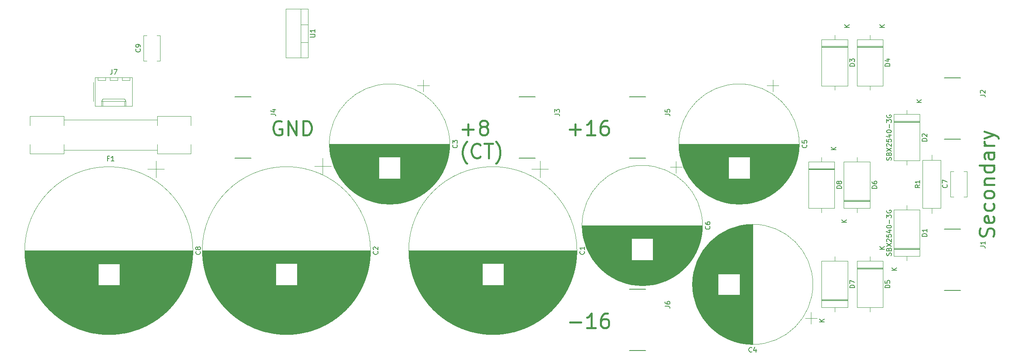
<source format=gbr>
%TF.GenerationSoftware,KiCad,Pcbnew,7.0.7*%
%TF.CreationDate,2025-01-28T13:25:58-05:00*%
%TF.ProjectId,s100 power,73313030-2070-46f7-9765-722e6b696361,rev?*%
%TF.SameCoordinates,Original*%
%TF.FileFunction,Legend,Top*%
%TF.FilePolarity,Positive*%
%FSLAX46Y46*%
G04 Gerber Fmt 4.6, Leading zero omitted, Abs format (unit mm)*
G04 Created by KiCad (PCBNEW 7.0.7) date 2025-01-28 13:25:58*
%MOMM*%
%LPD*%
G01*
G04 APERTURE LIST*
%ADD10C,0.450000*%
%ADD11C,0.150000*%
%ADD12C,0.127000*%
%ADD13C,0.120000*%
G04 APERTURE END LIST*
D10*
X237165708Y-114246061D02*
X237308565Y-113817490D01*
X237308565Y-113817490D02*
X237308565Y-113103204D01*
X237308565Y-113103204D02*
X237165708Y-112817490D01*
X237165708Y-112817490D02*
X237022850Y-112674632D01*
X237022850Y-112674632D02*
X236737136Y-112531775D01*
X236737136Y-112531775D02*
X236451422Y-112531775D01*
X236451422Y-112531775D02*
X236165708Y-112674632D01*
X236165708Y-112674632D02*
X236022850Y-112817490D01*
X236022850Y-112817490D02*
X235879993Y-113103204D01*
X235879993Y-113103204D02*
X235737136Y-113674632D01*
X235737136Y-113674632D02*
X235594279Y-113960347D01*
X235594279Y-113960347D02*
X235451422Y-114103204D01*
X235451422Y-114103204D02*
X235165708Y-114246061D01*
X235165708Y-114246061D02*
X234879993Y-114246061D01*
X234879993Y-114246061D02*
X234594279Y-114103204D01*
X234594279Y-114103204D02*
X234451422Y-113960347D01*
X234451422Y-113960347D02*
X234308565Y-113674632D01*
X234308565Y-113674632D02*
X234308565Y-112960347D01*
X234308565Y-112960347D02*
X234451422Y-112531775D01*
X237165708Y-110103204D02*
X237308565Y-110388918D01*
X237308565Y-110388918D02*
X237308565Y-110960347D01*
X237308565Y-110960347D02*
X237165708Y-111246061D01*
X237165708Y-111246061D02*
X236879993Y-111388918D01*
X236879993Y-111388918D02*
X235737136Y-111388918D01*
X235737136Y-111388918D02*
X235451422Y-111246061D01*
X235451422Y-111246061D02*
X235308565Y-110960347D01*
X235308565Y-110960347D02*
X235308565Y-110388918D01*
X235308565Y-110388918D02*
X235451422Y-110103204D01*
X235451422Y-110103204D02*
X235737136Y-109960347D01*
X235737136Y-109960347D02*
X236022850Y-109960347D01*
X236022850Y-109960347D02*
X236308565Y-111388918D01*
X237165708Y-107388918D02*
X237308565Y-107674632D01*
X237308565Y-107674632D02*
X237308565Y-108246060D01*
X237308565Y-108246060D02*
X237165708Y-108531775D01*
X237165708Y-108531775D02*
X237022850Y-108674632D01*
X237022850Y-108674632D02*
X236737136Y-108817489D01*
X236737136Y-108817489D02*
X235879993Y-108817489D01*
X235879993Y-108817489D02*
X235594279Y-108674632D01*
X235594279Y-108674632D02*
X235451422Y-108531775D01*
X235451422Y-108531775D02*
X235308565Y-108246060D01*
X235308565Y-108246060D02*
X235308565Y-107674632D01*
X235308565Y-107674632D02*
X235451422Y-107388918D01*
X237308565Y-105674631D02*
X237165708Y-105960346D01*
X237165708Y-105960346D02*
X237022850Y-106103203D01*
X237022850Y-106103203D02*
X236737136Y-106246060D01*
X236737136Y-106246060D02*
X235879993Y-106246060D01*
X235879993Y-106246060D02*
X235594279Y-106103203D01*
X235594279Y-106103203D02*
X235451422Y-105960346D01*
X235451422Y-105960346D02*
X235308565Y-105674631D01*
X235308565Y-105674631D02*
X235308565Y-105246060D01*
X235308565Y-105246060D02*
X235451422Y-104960346D01*
X235451422Y-104960346D02*
X235594279Y-104817489D01*
X235594279Y-104817489D02*
X235879993Y-104674631D01*
X235879993Y-104674631D02*
X236737136Y-104674631D01*
X236737136Y-104674631D02*
X237022850Y-104817489D01*
X237022850Y-104817489D02*
X237165708Y-104960346D01*
X237165708Y-104960346D02*
X237308565Y-105246060D01*
X237308565Y-105246060D02*
X237308565Y-105674631D01*
X235308565Y-103388917D02*
X237308565Y-103388917D01*
X235594279Y-103388917D02*
X235451422Y-103246060D01*
X235451422Y-103246060D02*
X235308565Y-102960345D01*
X235308565Y-102960345D02*
X235308565Y-102531774D01*
X235308565Y-102531774D02*
X235451422Y-102246060D01*
X235451422Y-102246060D02*
X235737136Y-102103203D01*
X235737136Y-102103203D02*
X237308565Y-102103203D01*
X237308565Y-99388917D02*
X234308565Y-99388917D01*
X237165708Y-99388917D02*
X237308565Y-99674631D01*
X237308565Y-99674631D02*
X237308565Y-100246059D01*
X237308565Y-100246059D02*
X237165708Y-100531774D01*
X237165708Y-100531774D02*
X237022850Y-100674631D01*
X237022850Y-100674631D02*
X236737136Y-100817488D01*
X236737136Y-100817488D02*
X235879993Y-100817488D01*
X235879993Y-100817488D02*
X235594279Y-100674631D01*
X235594279Y-100674631D02*
X235451422Y-100531774D01*
X235451422Y-100531774D02*
X235308565Y-100246059D01*
X235308565Y-100246059D02*
X235308565Y-99674631D01*
X235308565Y-99674631D02*
X235451422Y-99388917D01*
X237308565Y-96674631D02*
X235737136Y-96674631D01*
X235737136Y-96674631D02*
X235451422Y-96817488D01*
X235451422Y-96817488D02*
X235308565Y-97103202D01*
X235308565Y-97103202D02*
X235308565Y-97674631D01*
X235308565Y-97674631D02*
X235451422Y-97960345D01*
X237165708Y-96674631D02*
X237308565Y-96960345D01*
X237308565Y-96960345D02*
X237308565Y-97674631D01*
X237308565Y-97674631D02*
X237165708Y-97960345D01*
X237165708Y-97960345D02*
X236879993Y-98103202D01*
X236879993Y-98103202D02*
X236594279Y-98103202D01*
X236594279Y-98103202D02*
X236308565Y-97960345D01*
X236308565Y-97960345D02*
X236165708Y-97674631D01*
X236165708Y-97674631D02*
X236165708Y-96960345D01*
X236165708Y-96960345D02*
X236022850Y-96674631D01*
X237308565Y-95246059D02*
X235308565Y-95246059D01*
X235879993Y-95246059D02*
X235594279Y-95103202D01*
X235594279Y-95103202D02*
X235451422Y-94960345D01*
X235451422Y-94960345D02*
X235308565Y-94674630D01*
X235308565Y-94674630D02*
X235308565Y-94388916D01*
X235308565Y-93674630D02*
X237308565Y-92960344D01*
X235308565Y-92246059D02*
X237308565Y-92960344D01*
X237308565Y-92960344D02*
X238022850Y-93246059D01*
X238022850Y-93246059D02*
X238165708Y-93388916D01*
X238165708Y-93388916D02*
X238308565Y-93674630D01*
X148475788Y-91830106D02*
X150761503Y-91830106D01*
X149618645Y-92972963D02*
X149618645Y-90687248D01*
X153761503Y-92972963D02*
X152047217Y-92972963D01*
X152904360Y-92972963D02*
X152904360Y-89972963D01*
X152904360Y-89972963D02*
X152618646Y-90401534D01*
X152618646Y-90401534D02*
X152332931Y-90687248D01*
X152332931Y-90687248D02*
X152047217Y-90830106D01*
X156332932Y-89972963D02*
X155761503Y-89972963D01*
X155761503Y-89972963D02*
X155475789Y-90115820D01*
X155475789Y-90115820D02*
X155332932Y-90258677D01*
X155332932Y-90258677D02*
X155047217Y-90687248D01*
X155047217Y-90687248D02*
X154904360Y-91258677D01*
X154904360Y-91258677D02*
X154904360Y-92401534D01*
X154904360Y-92401534D02*
X155047217Y-92687248D01*
X155047217Y-92687248D02*
X155190074Y-92830106D01*
X155190074Y-92830106D02*
X155475789Y-92972963D01*
X155475789Y-92972963D02*
X156047217Y-92972963D01*
X156047217Y-92972963D02*
X156332932Y-92830106D01*
X156332932Y-92830106D02*
X156475789Y-92687248D01*
X156475789Y-92687248D02*
X156618646Y-92401534D01*
X156618646Y-92401534D02*
X156618646Y-91687248D01*
X156618646Y-91687248D02*
X156475789Y-91401534D01*
X156475789Y-91401534D02*
X156332932Y-91258677D01*
X156332932Y-91258677D02*
X156047217Y-91115820D01*
X156047217Y-91115820D02*
X155475789Y-91115820D01*
X155475789Y-91115820D02*
X155190074Y-91258677D01*
X155190074Y-91258677D02*
X155047217Y-91401534D01*
X155047217Y-91401534D02*
X154904360Y-91687248D01*
X148550627Y-132298408D02*
X150836342Y-132298408D01*
X153836342Y-133441265D02*
X152122056Y-133441265D01*
X152979199Y-133441265D02*
X152979199Y-130441265D01*
X152979199Y-130441265D02*
X152693485Y-130869836D01*
X152693485Y-130869836D02*
X152407770Y-131155550D01*
X152407770Y-131155550D02*
X152122056Y-131298408D01*
X156407771Y-130441265D02*
X155836342Y-130441265D01*
X155836342Y-130441265D02*
X155550628Y-130584122D01*
X155550628Y-130584122D02*
X155407771Y-130726979D01*
X155407771Y-130726979D02*
X155122056Y-131155550D01*
X155122056Y-131155550D02*
X154979199Y-131726979D01*
X154979199Y-131726979D02*
X154979199Y-132869836D01*
X154979199Y-132869836D02*
X155122056Y-133155550D01*
X155122056Y-133155550D02*
X155264913Y-133298408D01*
X155264913Y-133298408D02*
X155550628Y-133441265D01*
X155550628Y-133441265D02*
X156122056Y-133441265D01*
X156122056Y-133441265D02*
X156407771Y-133298408D01*
X156407771Y-133298408D02*
X156550628Y-133155550D01*
X156550628Y-133155550D02*
X156693485Y-132869836D01*
X156693485Y-132869836D02*
X156693485Y-132155550D01*
X156693485Y-132155550D02*
X156550628Y-131869836D01*
X156550628Y-131869836D02*
X156407771Y-131726979D01*
X156407771Y-131726979D02*
X156122056Y-131584122D01*
X156122056Y-131584122D02*
X155550628Y-131584122D01*
X155550628Y-131584122D02*
X155264913Y-131726979D01*
X155264913Y-131726979D02*
X155122056Y-131869836D01*
X155122056Y-131869836D02*
X154979199Y-132155550D01*
X88105956Y-90165624D02*
X87820242Y-90022767D01*
X87820242Y-90022767D02*
X87391670Y-90022767D01*
X87391670Y-90022767D02*
X86963099Y-90165624D01*
X86963099Y-90165624D02*
X86677384Y-90451338D01*
X86677384Y-90451338D02*
X86534527Y-90737052D01*
X86534527Y-90737052D02*
X86391670Y-91308481D01*
X86391670Y-91308481D02*
X86391670Y-91737052D01*
X86391670Y-91737052D02*
X86534527Y-92308481D01*
X86534527Y-92308481D02*
X86677384Y-92594195D01*
X86677384Y-92594195D02*
X86963099Y-92879910D01*
X86963099Y-92879910D02*
X87391670Y-93022767D01*
X87391670Y-93022767D02*
X87677384Y-93022767D01*
X87677384Y-93022767D02*
X88105956Y-92879910D01*
X88105956Y-92879910D02*
X88248813Y-92737052D01*
X88248813Y-92737052D02*
X88248813Y-91737052D01*
X88248813Y-91737052D02*
X87677384Y-91737052D01*
X89534527Y-93022767D02*
X89534527Y-90022767D01*
X89534527Y-90022767D02*
X91248813Y-93022767D01*
X91248813Y-93022767D02*
X91248813Y-90022767D01*
X92677384Y-93022767D02*
X92677384Y-90022767D01*
X92677384Y-90022767D02*
X93391670Y-90022767D01*
X93391670Y-90022767D02*
X93820241Y-90165624D01*
X93820241Y-90165624D02*
X94105956Y-90451338D01*
X94105956Y-90451338D02*
X94248813Y-90737052D01*
X94248813Y-90737052D02*
X94391670Y-91308481D01*
X94391670Y-91308481D02*
X94391670Y-91737052D01*
X94391670Y-91737052D02*
X94248813Y-92308481D01*
X94248813Y-92308481D02*
X94105956Y-92594195D01*
X94105956Y-92594195D02*
X93820241Y-92879910D01*
X93820241Y-92879910D02*
X93391670Y-93022767D01*
X93391670Y-93022767D02*
X92677384Y-93022767D01*
X126046582Y-91837778D02*
X128332297Y-91837778D01*
X127189439Y-92980635D02*
X127189439Y-90694920D01*
X130189440Y-91266349D02*
X129903725Y-91123492D01*
X129903725Y-91123492D02*
X129760868Y-90980635D01*
X129760868Y-90980635D02*
X129618011Y-90694920D01*
X129618011Y-90694920D02*
X129618011Y-90552063D01*
X129618011Y-90552063D02*
X129760868Y-90266349D01*
X129760868Y-90266349D02*
X129903725Y-90123492D01*
X129903725Y-90123492D02*
X130189440Y-89980635D01*
X130189440Y-89980635D02*
X130760868Y-89980635D01*
X130760868Y-89980635D02*
X131046583Y-90123492D01*
X131046583Y-90123492D02*
X131189440Y-90266349D01*
X131189440Y-90266349D02*
X131332297Y-90552063D01*
X131332297Y-90552063D02*
X131332297Y-90694920D01*
X131332297Y-90694920D02*
X131189440Y-90980635D01*
X131189440Y-90980635D02*
X131046583Y-91123492D01*
X131046583Y-91123492D02*
X130760868Y-91266349D01*
X130760868Y-91266349D02*
X130189440Y-91266349D01*
X130189440Y-91266349D02*
X129903725Y-91409206D01*
X129903725Y-91409206D02*
X129760868Y-91552063D01*
X129760868Y-91552063D02*
X129618011Y-91837778D01*
X129618011Y-91837778D02*
X129618011Y-92409206D01*
X129618011Y-92409206D02*
X129760868Y-92694920D01*
X129760868Y-92694920D02*
X129903725Y-92837778D01*
X129903725Y-92837778D02*
X130189440Y-92980635D01*
X130189440Y-92980635D02*
X130760868Y-92980635D01*
X130760868Y-92980635D02*
X131046583Y-92837778D01*
X131046583Y-92837778D02*
X131189440Y-92694920D01*
X131189440Y-92694920D02*
X131332297Y-92409206D01*
X131332297Y-92409206D02*
X131332297Y-91837778D01*
X131332297Y-91837778D02*
X131189440Y-91552063D01*
X131189440Y-91552063D02*
X131046583Y-91409206D01*
X131046583Y-91409206D02*
X130760868Y-91266349D01*
X126903725Y-98953492D02*
X126760868Y-98810635D01*
X126760868Y-98810635D02*
X126475154Y-98382063D01*
X126475154Y-98382063D02*
X126332297Y-98096349D01*
X126332297Y-98096349D02*
X126189439Y-97667778D01*
X126189439Y-97667778D02*
X126046582Y-96953492D01*
X126046582Y-96953492D02*
X126046582Y-96382063D01*
X126046582Y-96382063D02*
X126189439Y-95667778D01*
X126189439Y-95667778D02*
X126332297Y-95239206D01*
X126332297Y-95239206D02*
X126475154Y-94953492D01*
X126475154Y-94953492D02*
X126760868Y-94524920D01*
X126760868Y-94524920D02*
X126903725Y-94382063D01*
X129760868Y-97524920D02*
X129618011Y-97667778D01*
X129618011Y-97667778D02*
X129189439Y-97810635D01*
X129189439Y-97810635D02*
X128903725Y-97810635D01*
X128903725Y-97810635D02*
X128475154Y-97667778D01*
X128475154Y-97667778D02*
X128189439Y-97382063D01*
X128189439Y-97382063D02*
X128046582Y-97096349D01*
X128046582Y-97096349D02*
X127903725Y-96524920D01*
X127903725Y-96524920D02*
X127903725Y-96096349D01*
X127903725Y-96096349D02*
X128046582Y-95524920D01*
X128046582Y-95524920D02*
X128189439Y-95239206D01*
X128189439Y-95239206D02*
X128475154Y-94953492D01*
X128475154Y-94953492D02*
X128903725Y-94810635D01*
X128903725Y-94810635D02*
X129189439Y-94810635D01*
X129189439Y-94810635D02*
X129618011Y-94953492D01*
X129618011Y-94953492D02*
X129760868Y-95096349D01*
X130618011Y-94810635D02*
X132332297Y-94810635D01*
X131475154Y-97810635D02*
X131475154Y-94810635D01*
X133046582Y-98953492D02*
X133189439Y-98810635D01*
X133189439Y-98810635D02*
X133475153Y-98382063D01*
X133475153Y-98382063D02*
X133618011Y-98096349D01*
X133618011Y-98096349D02*
X133760868Y-97667778D01*
X133760868Y-97667778D02*
X133903725Y-96953492D01*
X133903725Y-96953492D02*
X133903725Y-96382063D01*
X133903725Y-96382063D02*
X133760868Y-95667778D01*
X133760868Y-95667778D02*
X133618011Y-95239206D01*
X133618011Y-95239206D02*
X133475153Y-94953492D01*
X133475153Y-94953492D02*
X133189439Y-94524920D01*
X133189439Y-94524920D02*
X133046582Y-94382063D01*
D11*
X145351323Y-88585058D02*
X146065608Y-88585058D01*
X146065608Y-88585058D02*
X146208465Y-88632677D01*
X146208465Y-88632677D02*
X146303704Y-88727915D01*
X146303704Y-88727915D02*
X146351323Y-88870772D01*
X146351323Y-88870772D02*
X146351323Y-88966010D01*
X145351323Y-88204105D02*
X145351323Y-87585058D01*
X145351323Y-87585058D02*
X145732275Y-87918391D01*
X145732275Y-87918391D02*
X145732275Y-87775534D01*
X145732275Y-87775534D02*
X145779894Y-87680296D01*
X145779894Y-87680296D02*
X145827513Y-87632677D01*
X145827513Y-87632677D02*
X145922751Y-87585058D01*
X145922751Y-87585058D02*
X146160846Y-87585058D01*
X146160846Y-87585058D02*
X146256084Y-87632677D01*
X146256084Y-87632677D02*
X146303704Y-87680296D01*
X146303704Y-87680296D02*
X146351323Y-87775534D01*
X146351323Y-87775534D02*
X146351323Y-88061248D01*
X146351323Y-88061248D02*
X146303704Y-88156486D01*
X146303704Y-88156486D02*
X146256084Y-88204105D01*
X108232910Y-117407763D02*
X108280530Y-117455382D01*
X108280530Y-117455382D02*
X108328149Y-117598239D01*
X108328149Y-117598239D02*
X108328149Y-117693477D01*
X108328149Y-117693477D02*
X108280530Y-117836334D01*
X108280530Y-117836334D02*
X108185291Y-117931572D01*
X108185291Y-117931572D02*
X108090053Y-117979191D01*
X108090053Y-117979191D02*
X107899577Y-118026810D01*
X107899577Y-118026810D02*
X107756720Y-118026810D01*
X107756720Y-118026810D02*
X107566244Y-117979191D01*
X107566244Y-117979191D02*
X107471006Y-117931572D01*
X107471006Y-117931572D02*
X107375768Y-117836334D01*
X107375768Y-117836334D02*
X107328149Y-117693477D01*
X107328149Y-117693477D02*
X107328149Y-117598239D01*
X107328149Y-117598239D02*
X107375768Y-117455382D01*
X107375768Y-117455382D02*
X107423387Y-117407763D01*
X107423387Y-117026810D02*
X107375768Y-116979191D01*
X107375768Y-116979191D02*
X107328149Y-116883953D01*
X107328149Y-116883953D02*
X107328149Y-116645858D01*
X107328149Y-116645858D02*
X107375768Y-116550620D01*
X107375768Y-116550620D02*
X107423387Y-116503001D01*
X107423387Y-116503001D02*
X107518625Y-116455382D01*
X107518625Y-116455382D02*
X107613863Y-116455382D01*
X107613863Y-116455382D02*
X107756720Y-116503001D01*
X107756720Y-116503001D02*
X108328149Y-117074429D01*
X108328149Y-117074429D02*
X108328149Y-116455382D01*
X205383365Y-104182478D02*
X204383365Y-104182478D01*
X204383365Y-104182478D02*
X204383365Y-103944383D01*
X204383365Y-103944383D02*
X204430984Y-103801526D01*
X204430984Y-103801526D02*
X204526222Y-103706288D01*
X204526222Y-103706288D02*
X204621460Y-103658669D01*
X204621460Y-103658669D02*
X204811936Y-103611050D01*
X204811936Y-103611050D02*
X204954793Y-103611050D01*
X204954793Y-103611050D02*
X205145269Y-103658669D01*
X205145269Y-103658669D02*
X205240507Y-103706288D01*
X205240507Y-103706288D02*
X205335746Y-103801526D01*
X205335746Y-103801526D02*
X205383365Y-103944383D01*
X205383365Y-103944383D02*
X205383365Y-104182478D01*
X204811936Y-103039621D02*
X204764317Y-103134859D01*
X204764317Y-103134859D02*
X204716698Y-103182478D01*
X204716698Y-103182478D02*
X204621460Y-103230097D01*
X204621460Y-103230097D02*
X204573841Y-103230097D01*
X204573841Y-103230097D02*
X204478603Y-103182478D01*
X204478603Y-103182478D02*
X204430984Y-103134859D01*
X204430984Y-103134859D02*
X204383365Y-103039621D01*
X204383365Y-103039621D02*
X204383365Y-102849145D01*
X204383365Y-102849145D02*
X204430984Y-102753907D01*
X204430984Y-102753907D02*
X204478603Y-102706288D01*
X204478603Y-102706288D02*
X204573841Y-102658669D01*
X204573841Y-102658669D02*
X204621460Y-102658669D01*
X204621460Y-102658669D02*
X204716698Y-102706288D01*
X204716698Y-102706288D02*
X204764317Y-102753907D01*
X204764317Y-102753907D02*
X204811936Y-102849145D01*
X204811936Y-102849145D02*
X204811936Y-103039621D01*
X204811936Y-103039621D02*
X204859555Y-103134859D01*
X204859555Y-103134859D02*
X204907174Y-103182478D01*
X204907174Y-103182478D02*
X205002412Y-103230097D01*
X205002412Y-103230097D02*
X205192888Y-103230097D01*
X205192888Y-103230097D02*
X205288126Y-103182478D01*
X205288126Y-103182478D02*
X205335746Y-103134859D01*
X205335746Y-103134859D02*
X205383365Y-103039621D01*
X205383365Y-103039621D02*
X205383365Y-102849145D01*
X205383365Y-102849145D02*
X205335746Y-102753907D01*
X205335746Y-102753907D02*
X205288126Y-102706288D01*
X205288126Y-102706288D02*
X205192888Y-102658669D01*
X205192888Y-102658669D02*
X205002412Y-102658669D01*
X205002412Y-102658669D02*
X204907174Y-102706288D01*
X204907174Y-102706288D02*
X204859555Y-102753907D01*
X204859555Y-102753907D02*
X204811936Y-102849145D01*
X204263365Y-96086288D02*
X203263365Y-96086288D01*
X204263365Y-95514860D02*
X203691936Y-95943431D01*
X203263365Y-95514860D02*
X203834793Y-96086288D01*
X234451744Y-84585058D02*
X235166029Y-84585058D01*
X235166029Y-84585058D02*
X235308886Y-84632677D01*
X235308886Y-84632677D02*
X235404125Y-84727915D01*
X235404125Y-84727915D02*
X235451744Y-84870772D01*
X235451744Y-84870772D02*
X235451744Y-84966010D01*
X234546982Y-84156486D02*
X234499363Y-84108867D01*
X234499363Y-84108867D02*
X234451744Y-84013629D01*
X234451744Y-84013629D02*
X234451744Y-83775534D01*
X234451744Y-83775534D02*
X234499363Y-83680296D01*
X234499363Y-83680296D02*
X234546982Y-83632677D01*
X234546982Y-83632677D02*
X234642220Y-83585058D01*
X234642220Y-83585058D02*
X234737458Y-83585058D01*
X234737458Y-83585058D02*
X234880315Y-83632677D01*
X234880315Y-83632677D02*
X235451744Y-84204105D01*
X235451744Y-84204105D02*
X235451744Y-83585058D01*
X151474928Y-117407763D02*
X151522548Y-117455382D01*
X151522548Y-117455382D02*
X151570167Y-117598239D01*
X151570167Y-117598239D02*
X151570167Y-117693477D01*
X151570167Y-117693477D02*
X151522548Y-117836334D01*
X151522548Y-117836334D02*
X151427309Y-117931572D01*
X151427309Y-117931572D02*
X151332071Y-117979191D01*
X151332071Y-117979191D02*
X151141595Y-118026810D01*
X151141595Y-118026810D02*
X150998738Y-118026810D01*
X150998738Y-118026810D02*
X150808262Y-117979191D01*
X150808262Y-117979191D02*
X150713024Y-117931572D01*
X150713024Y-117931572D02*
X150617786Y-117836334D01*
X150617786Y-117836334D02*
X150570167Y-117693477D01*
X150570167Y-117693477D02*
X150570167Y-117598239D01*
X150570167Y-117598239D02*
X150617786Y-117455382D01*
X150617786Y-117455382D02*
X150665405Y-117407763D01*
X151570167Y-116455382D02*
X151570167Y-117026810D01*
X151570167Y-116741096D02*
X150570167Y-116741096D01*
X150570167Y-116741096D02*
X150713024Y-116836334D01*
X150713024Y-116836334D02*
X150808262Y-116931572D01*
X150808262Y-116931572D02*
X150855881Y-117026810D01*
X168452559Y-88585058D02*
X169166844Y-88585058D01*
X169166844Y-88585058D02*
X169309701Y-88632677D01*
X169309701Y-88632677D02*
X169404940Y-88727915D01*
X169404940Y-88727915D02*
X169452559Y-88870772D01*
X169452559Y-88870772D02*
X169452559Y-88966010D01*
X168452559Y-87632677D02*
X168452559Y-88108867D01*
X168452559Y-88108867D02*
X168928749Y-88156486D01*
X168928749Y-88156486D02*
X168881130Y-88108867D01*
X168881130Y-88108867D02*
X168833511Y-88013629D01*
X168833511Y-88013629D02*
X168833511Y-87775534D01*
X168833511Y-87775534D02*
X168881130Y-87680296D01*
X168881130Y-87680296D02*
X168928749Y-87632677D01*
X168928749Y-87632677D02*
X169023987Y-87585058D01*
X169023987Y-87585058D02*
X169262082Y-87585058D01*
X169262082Y-87585058D02*
X169357320Y-87632677D01*
X169357320Y-87632677D02*
X169404940Y-87680296D01*
X169404940Y-87680296D02*
X169452559Y-87775534D01*
X169452559Y-87775534D02*
X169452559Y-88013629D01*
X169452559Y-88013629D02*
X169404940Y-88108867D01*
X169404940Y-88108867D02*
X169357320Y-88156486D01*
X177770510Y-112139110D02*
X177818130Y-112186729D01*
X177818130Y-112186729D02*
X177865749Y-112329586D01*
X177865749Y-112329586D02*
X177865749Y-112424824D01*
X177865749Y-112424824D02*
X177818130Y-112567681D01*
X177818130Y-112567681D02*
X177722891Y-112662919D01*
X177722891Y-112662919D02*
X177627653Y-112710538D01*
X177627653Y-112710538D02*
X177437177Y-112758157D01*
X177437177Y-112758157D02*
X177294320Y-112758157D01*
X177294320Y-112758157D02*
X177103844Y-112710538D01*
X177103844Y-112710538D02*
X177008606Y-112662919D01*
X177008606Y-112662919D02*
X176913368Y-112567681D01*
X176913368Y-112567681D02*
X176865749Y-112424824D01*
X176865749Y-112424824D02*
X176865749Y-112329586D01*
X176865749Y-112329586D02*
X176913368Y-112186729D01*
X176913368Y-112186729D02*
X176960987Y-112139110D01*
X176865749Y-111281967D02*
X176865749Y-111472443D01*
X176865749Y-111472443D02*
X176913368Y-111567681D01*
X176913368Y-111567681D02*
X176960987Y-111615300D01*
X176960987Y-111615300D02*
X177103844Y-111710538D01*
X177103844Y-111710538D02*
X177294320Y-111758157D01*
X177294320Y-111758157D02*
X177675272Y-111758157D01*
X177675272Y-111758157D02*
X177770510Y-111710538D01*
X177770510Y-111710538D02*
X177818130Y-111662919D01*
X177818130Y-111662919D02*
X177865749Y-111567681D01*
X177865749Y-111567681D02*
X177865749Y-111377205D01*
X177865749Y-111377205D02*
X177818130Y-111281967D01*
X177818130Y-111281967D02*
X177770510Y-111234348D01*
X177770510Y-111234348D02*
X177675272Y-111186729D01*
X177675272Y-111186729D02*
X177437177Y-111186729D01*
X177437177Y-111186729D02*
X177341939Y-111234348D01*
X177341939Y-111234348D02*
X177294320Y-111281967D01*
X177294320Y-111281967D02*
X177246701Y-111377205D01*
X177246701Y-111377205D02*
X177246701Y-111567681D01*
X177246701Y-111567681D02*
X177294320Y-111662919D01*
X177294320Y-111662919D02*
X177341939Y-111710538D01*
X177341939Y-111710538D02*
X177437177Y-111758157D01*
X234451744Y-116328295D02*
X235166029Y-116328295D01*
X235166029Y-116328295D02*
X235308886Y-116375914D01*
X235308886Y-116375914D02*
X235404125Y-116471152D01*
X235404125Y-116471152D02*
X235451744Y-116614009D01*
X235451744Y-116614009D02*
X235451744Y-116709247D01*
X235451744Y-115328295D02*
X235451744Y-115899723D01*
X235451744Y-115614009D02*
X234451744Y-115614009D01*
X234451744Y-115614009D02*
X234594601Y-115709247D01*
X234594601Y-115709247D02*
X234689839Y-115804485D01*
X234689839Y-115804485D02*
X234737458Y-115899723D01*
X58468263Y-74917287D02*
X58515883Y-74964906D01*
X58515883Y-74964906D02*
X58563502Y-75107763D01*
X58563502Y-75107763D02*
X58563502Y-75203001D01*
X58563502Y-75203001D02*
X58515883Y-75345858D01*
X58515883Y-75345858D02*
X58420644Y-75441096D01*
X58420644Y-75441096D02*
X58325406Y-75488715D01*
X58325406Y-75488715D02*
X58134930Y-75536334D01*
X58134930Y-75536334D02*
X57992073Y-75536334D01*
X57992073Y-75536334D02*
X57801597Y-75488715D01*
X57801597Y-75488715D02*
X57706359Y-75441096D01*
X57706359Y-75441096D02*
X57611121Y-75345858D01*
X57611121Y-75345858D02*
X57563502Y-75203001D01*
X57563502Y-75203001D02*
X57563502Y-75107763D01*
X57563502Y-75107763D02*
X57611121Y-74964906D01*
X57611121Y-74964906D02*
X57658740Y-74917287D01*
X58563502Y-74441096D02*
X58563502Y-74250620D01*
X58563502Y-74250620D02*
X58515883Y-74155382D01*
X58515883Y-74155382D02*
X58468263Y-74107763D01*
X58468263Y-74107763D02*
X58325406Y-74012525D01*
X58325406Y-74012525D02*
X58134930Y-73964906D01*
X58134930Y-73964906D02*
X57753978Y-73964906D01*
X57753978Y-73964906D02*
X57658740Y-74012525D01*
X57658740Y-74012525D02*
X57611121Y-74060144D01*
X57611121Y-74060144D02*
X57563502Y-74155382D01*
X57563502Y-74155382D02*
X57563502Y-74345858D01*
X57563502Y-74345858D02*
X57611121Y-74441096D01*
X57611121Y-74441096D02*
X57658740Y-74488715D01*
X57658740Y-74488715D02*
X57753978Y-74536334D01*
X57753978Y-74536334D02*
X57992073Y-74536334D01*
X57992073Y-74536334D02*
X58087311Y-74488715D01*
X58087311Y-74488715D02*
X58134930Y-74441096D01*
X58134930Y-74441096D02*
X58182549Y-74345858D01*
X58182549Y-74345858D02*
X58182549Y-74155382D01*
X58182549Y-74155382D02*
X58134930Y-74060144D01*
X58134930Y-74060144D02*
X58087311Y-74012525D01*
X58087311Y-74012525D02*
X57992073Y-73964906D01*
X94112364Y-72401707D02*
X94921887Y-72401707D01*
X94921887Y-72401707D02*
X95017125Y-72354088D01*
X95017125Y-72354088D02*
X95064745Y-72306469D01*
X95064745Y-72306469D02*
X95112364Y-72211231D01*
X95112364Y-72211231D02*
X95112364Y-72020755D01*
X95112364Y-72020755D02*
X95064745Y-71925517D01*
X95064745Y-71925517D02*
X95017125Y-71877898D01*
X95017125Y-71877898D02*
X94921887Y-71830279D01*
X94921887Y-71830279D02*
X94112364Y-71830279D01*
X95112364Y-70830279D02*
X95112364Y-71401707D01*
X95112364Y-71115993D02*
X94112364Y-71115993D01*
X94112364Y-71115993D02*
X94255221Y-71211231D01*
X94255221Y-71211231D02*
X94350459Y-71306469D01*
X94350459Y-71306469D02*
X94398078Y-71401707D01*
X51977884Y-97908508D02*
X51644551Y-97908508D01*
X51644551Y-98432318D02*
X51644551Y-97432318D01*
X51644551Y-97432318D02*
X52120741Y-97432318D01*
X53025503Y-98432318D02*
X52454075Y-98432318D01*
X52739789Y-98432318D02*
X52739789Y-97432318D01*
X52739789Y-97432318D02*
X52644551Y-97575175D01*
X52644551Y-97575175D02*
X52549313Y-97670413D01*
X52549313Y-97670413D02*
X52454075Y-97718032D01*
X71046808Y-117420906D02*
X71094428Y-117468525D01*
X71094428Y-117468525D02*
X71142047Y-117611382D01*
X71142047Y-117611382D02*
X71142047Y-117706620D01*
X71142047Y-117706620D02*
X71094428Y-117849477D01*
X71094428Y-117849477D02*
X70999189Y-117944715D01*
X70999189Y-117944715D02*
X70903951Y-117992334D01*
X70903951Y-117992334D02*
X70713475Y-118039953D01*
X70713475Y-118039953D02*
X70570618Y-118039953D01*
X70570618Y-118039953D02*
X70380142Y-117992334D01*
X70380142Y-117992334D02*
X70284904Y-117944715D01*
X70284904Y-117944715D02*
X70189666Y-117849477D01*
X70189666Y-117849477D02*
X70142047Y-117706620D01*
X70142047Y-117706620D02*
X70142047Y-117611382D01*
X70142047Y-117611382D02*
X70189666Y-117468525D01*
X70189666Y-117468525D02*
X70237285Y-117420906D01*
X70570618Y-116849477D02*
X70522999Y-116944715D01*
X70522999Y-116944715D02*
X70475380Y-116992334D01*
X70475380Y-116992334D02*
X70380142Y-117039953D01*
X70380142Y-117039953D02*
X70332523Y-117039953D01*
X70332523Y-117039953D02*
X70237285Y-116992334D01*
X70237285Y-116992334D02*
X70189666Y-116944715D01*
X70189666Y-116944715D02*
X70142047Y-116849477D01*
X70142047Y-116849477D02*
X70142047Y-116659001D01*
X70142047Y-116659001D02*
X70189666Y-116563763D01*
X70189666Y-116563763D02*
X70237285Y-116516144D01*
X70237285Y-116516144D02*
X70332523Y-116468525D01*
X70332523Y-116468525D02*
X70380142Y-116468525D01*
X70380142Y-116468525D02*
X70475380Y-116516144D01*
X70475380Y-116516144D02*
X70522999Y-116563763D01*
X70522999Y-116563763D02*
X70570618Y-116659001D01*
X70570618Y-116659001D02*
X70570618Y-116849477D01*
X70570618Y-116849477D02*
X70618237Y-116944715D01*
X70618237Y-116944715D02*
X70665856Y-116992334D01*
X70665856Y-116992334D02*
X70761094Y-117039953D01*
X70761094Y-117039953D02*
X70951570Y-117039953D01*
X70951570Y-117039953D02*
X71046808Y-116992334D01*
X71046808Y-116992334D02*
X71094428Y-116944715D01*
X71094428Y-116944715D02*
X71142047Y-116849477D01*
X71142047Y-116849477D02*
X71142047Y-116659001D01*
X71142047Y-116659001D02*
X71094428Y-116563763D01*
X71094428Y-116563763D02*
X71046808Y-116516144D01*
X71046808Y-116516144D02*
X70951570Y-116468525D01*
X70951570Y-116468525D02*
X70761094Y-116468525D01*
X70761094Y-116468525D02*
X70665856Y-116516144D01*
X70665856Y-116516144D02*
X70618237Y-116563763D01*
X70618237Y-116563763D02*
X70570618Y-116659001D01*
X186611381Y-138441835D02*
X186563762Y-138489455D01*
X186563762Y-138489455D02*
X186420905Y-138537074D01*
X186420905Y-138537074D02*
X186325667Y-138537074D01*
X186325667Y-138537074D02*
X186182810Y-138489455D01*
X186182810Y-138489455D02*
X186087572Y-138394216D01*
X186087572Y-138394216D02*
X186039953Y-138298978D01*
X186039953Y-138298978D02*
X185992334Y-138108502D01*
X185992334Y-138108502D02*
X185992334Y-137965645D01*
X185992334Y-137965645D02*
X186039953Y-137775169D01*
X186039953Y-137775169D02*
X186087572Y-137679931D01*
X186087572Y-137679931D02*
X186182810Y-137584693D01*
X186182810Y-137584693D02*
X186325667Y-137537074D01*
X186325667Y-137537074D02*
X186420905Y-137537074D01*
X186420905Y-137537074D02*
X186563762Y-137584693D01*
X186563762Y-137584693D02*
X186611381Y-137632312D01*
X187468524Y-137870407D02*
X187468524Y-138537074D01*
X187230429Y-137489455D02*
X186992334Y-138203740D01*
X186992334Y-138203740D02*
X187611381Y-138203740D01*
X223258963Y-114252762D02*
X222258963Y-114252762D01*
X222258963Y-114252762D02*
X222258963Y-114014667D01*
X222258963Y-114014667D02*
X222306582Y-113871810D01*
X222306582Y-113871810D02*
X222401820Y-113776572D01*
X222401820Y-113776572D02*
X222497058Y-113728953D01*
X222497058Y-113728953D02*
X222687534Y-113681334D01*
X222687534Y-113681334D02*
X222830391Y-113681334D01*
X222830391Y-113681334D02*
X223020867Y-113728953D01*
X223020867Y-113728953D02*
X223116105Y-113776572D01*
X223116105Y-113776572D02*
X223211344Y-113871810D01*
X223211344Y-113871810D02*
X223258963Y-114014667D01*
X223258963Y-114014667D02*
X223258963Y-114252762D01*
X223258963Y-112728953D02*
X223258963Y-113300381D01*
X223258963Y-113014667D02*
X222258963Y-113014667D01*
X222258963Y-113014667D02*
X222401820Y-113109905D01*
X222401820Y-113109905D02*
X222497058Y-113205143D01*
X222497058Y-113205143D02*
X222544677Y-113300381D01*
X215771344Y-118276572D02*
X215818963Y-118133715D01*
X215818963Y-118133715D02*
X215818963Y-117895620D01*
X215818963Y-117895620D02*
X215771344Y-117800382D01*
X215771344Y-117800382D02*
X215723724Y-117752763D01*
X215723724Y-117752763D02*
X215628486Y-117705144D01*
X215628486Y-117705144D02*
X215533248Y-117705144D01*
X215533248Y-117705144D02*
X215438010Y-117752763D01*
X215438010Y-117752763D02*
X215390391Y-117800382D01*
X215390391Y-117800382D02*
X215342772Y-117895620D01*
X215342772Y-117895620D02*
X215295153Y-118086096D01*
X215295153Y-118086096D02*
X215247534Y-118181334D01*
X215247534Y-118181334D02*
X215199915Y-118228953D01*
X215199915Y-118228953D02*
X215104677Y-118276572D01*
X215104677Y-118276572D02*
X215009439Y-118276572D01*
X215009439Y-118276572D02*
X214914201Y-118228953D01*
X214914201Y-118228953D02*
X214866582Y-118181334D01*
X214866582Y-118181334D02*
X214818963Y-118086096D01*
X214818963Y-118086096D02*
X214818963Y-117848001D01*
X214818963Y-117848001D02*
X214866582Y-117705144D01*
X215295153Y-116943239D02*
X215342772Y-116800382D01*
X215342772Y-116800382D02*
X215390391Y-116752763D01*
X215390391Y-116752763D02*
X215485629Y-116705144D01*
X215485629Y-116705144D02*
X215628486Y-116705144D01*
X215628486Y-116705144D02*
X215723724Y-116752763D01*
X215723724Y-116752763D02*
X215771344Y-116800382D01*
X215771344Y-116800382D02*
X215818963Y-116895620D01*
X215818963Y-116895620D02*
X215818963Y-117276572D01*
X215818963Y-117276572D02*
X214818963Y-117276572D01*
X214818963Y-117276572D02*
X214818963Y-116943239D01*
X214818963Y-116943239D02*
X214866582Y-116848001D01*
X214866582Y-116848001D02*
X214914201Y-116800382D01*
X214914201Y-116800382D02*
X215009439Y-116752763D01*
X215009439Y-116752763D02*
X215104677Y-116752763D01*
X215104677Y-116752763D02*
X215199915Y-116800382D01*
X215199915Y-116800382D02*
X215247534Y-116848001D01*
X215247534Y-116848001D02*
X215295153Y-116943239D01*
X215295153Y-116943239D02*
X215295153Y-117276572D01*
X214818963Y-116371810D02*
X215818963Y-115705144D01*
X214818963Y-115705144D02*
X215818963Y-116371810D01*
X214914201Y-115371810D02*
X214866582Y-115324191D01*
X214866582Y-115324191D02*
X214818963Y-115228953D01*
X214818963Y-115228953D02*
X214818963Y-114990858D01*
X214818963Y-114990858D02*
X214866582Y-114895620D01*
X214866582Y-114895620D02*
X214914201Y-114848001D01*
X214914201Y-114848001D02*
X215009439Y-114800382D01*
X215009439Y-114800382D02*
X215104677Y-114800382D01*
X215104677Y-114800382D02*
X215247534Y-114848001D01*
X215247534Y-114848001D02*
X215818963Y-115419429D01*
X215818963Y-115419429D02*
X215818963Y-114800382D01*
X214818963Y-113895620D02*
X214818963Y-114371810D01*
X214818963Y-114371810D02*
X215295153Y-114419429D01*
X215295153Y-114419429D02*
X215247534Y-114371810D01*
X215247534Y-114371810D02*
X215199915Y-114276572D01*
X215199915Y-114276572D02*
X215199915Y-114038477D01*
X215199915Y-114038477D02*
X215247534Y-113943239D01*
X215247534Y-113943239D02*
X215295153Y-113895620D01*
X215295153Y-113895620D02*
X215390391Y-113848001D01*
X215390391Y-113848001D02*
X215628486Y-113848001D01*
X215628486Y-113848001D02*
X215723724Y-113895620D01*
X215723724Y-113895620D02*
X215771344Y-113943239D01*
X215771344Y-113943239D02*
X215818963Y-114038477D01*
X215818963Y-114038477D02*
X215818963Y-114276572D01*
X215818963Y-114276572D02*
X215771344Y-114371810D01*
X215771344Y-114371810D02*
X215723724Y-114419429D01*
X215152296Y-112990858D02*
X215818963Y-112990858D01*
X214771344Y-113228953D02*
X215485629Y-113467048D01*
X215485629Y-113467048D02*
X215485629Y-112848001D01*
X214818963Y-112276572D02*
X214818963Y-112181334D01*
X214818963Y-112181334D02*
X214866582Y-112086096D01*
X214866582Y-112086096D02*
X214914201Y-112038477D01*
X214914201Y-112038477D02*
X215009439Y-111990858D01*
X215009439Y-111990858D02*
X215199915Y-111943239D01*
X215199915Y-111943239D02*
X215438010Y-111943239D01*
X215438010Y-111943239D02*
X215628486Y-111990858D01*
X215628486Y-111990858D02*
X215723724Y-112038477D01*
X215723724Y-112038477D02*
X215771344Y-112086096D01*
X215771344Y-112086096D02*
X215818963Y-112181334D01*
X215818963Y-112181334D02*
X215818963Y-112276572D01*
X215818963Y-112276572D02*
X215771344Y-112371810D01*
X215771344Y-112371810D02*
X215723724Y-112419429D01*
X215723724Y-112419429D02*
X215628486Y-112467048D01*
X215628486Y-112467048D02*
X215438010Y-112514667D01*
X215438010Y-112514667D02*
X215199915Y-112514667D01*
X215199915Y-112514667D02*
X215009439Y-112467048D01*
X215009439Y-112467048D02*
X214914201Y-112419429D01*
X214914201Y-112419429D02*
X214866582Y-112371810D01*
X214866582Y-112371810D02*
X214818963Y-112276572D01*
X215438010Y-111514667D02*
X215438010Y-110752763D01*
X214818963Y-110371810D02*
X214818963Y-109752763D01*
X214818963Y-109752763D02*
X215199915Y-110086096D01*
X215199915Y-110086096D02*
X215199915Y-109943239D01*
X215199915Y-109943239D02*
X215247534Y-109848001D01*
X215247534Y-109848001D02*
X215295153Y-109800382D01*
X215295153Y-109800382D02*
X215390391Y-109752763D01*
X215390391Y-109752763D02*
X215628486Y-109752763D01*
X215628486Y-109752763D02*
X215723724Y-109800382D01*
X215723724Y-109800382D02*
X215771344Y-109848001D01*
X215771344Y-109848001D02*
X215818963Y-109943239D01*
X215818963Y-109943239D02*
X215818963Y-110228953D01*
X215818963Y-110228953D02*
X215771344Y-110324191D01*
X215771344Y-110324191D02*
X215723724Y-110371810D01*
X214866582Y-108800382D02*
X214818963Y-108895620D01*
X214818963Y-108895620D02*
X214818963Y-109038477D01*
X214818963Y-109038477D02*
X214866582Y-109181334D01*
X214866582Y-109181334D02*
X214961820Y-109276572D01*
X214961820Y-109276572D02*
X215057058Y-109324191D01*
X215057058Y-109324191D02*
X215247534Y-109371810D01*
X215247534Y-109371810D02*
X215390391Y-109371810D01*
X215390391Y-109371810D02*
X215580867Y-109324191D01*
X215580867Y-109324191D02*
X215676105Y-109276572D01*
X215676105Y-109276572D02*
X215771344Y-109181334D01*
X215771344Y-109181334D02*
X215818963Y-109038477D01*
X215818963Y-109038477D02*
X215818963Y-108943239D01*
X215818963Y-108943239D02*
X215771344Y-108800382D01*
X215771344Y-108800382D02*
X215723724Y-108752763D01*
X215723724Y-108752763D02*
X215390391Y-108752763D01*
X215390391Y-108752763D02*
X215390391Y-108943239D01*
X216938963Y-121396572D02*
X215938963Y-121396572D01*
X216938963Y-120825144D02*
X216367534Y-121253715D01*
X215938963Y-120825144D02*
X216510391Y-121396572D01*
X227445131Y-103432710D02*
X227492751Y-103480329D01*
X227492751Y-103480329D02*
X227540370Y-103623186D01*
X227540370Y-103623186D02*
X227540370Y-103718424D01*
X227540370Y-103718424D02*
X227492751Y-103861281D01*
X227492751Y-103861281D02*
X227397512Y-103956519D01*
X227397512Y-103956519D02*
X227302274Y-104004138D01*
X227302274Y-104004138D02*
X227111798Y-104051757D01*
X227111798Y-104051757D02*
X226968941Y-104051757D01*
X226968941Y-104051757D02*
X226778465Y-104004138D01*
X226778465Y-104004138D02*
X226683227Y-103956519D01*
X226683227Y-103956519D02*
X226587989Y-103861281D01*
X226587989Y-103861281D02*
X226540370Y-103718424D01*
X226540370Y-103718424D02*
X226540370Y-103623186D01*
X226540370Y-103623186D02*
X226587989Y-103480329D01*
X226587989Y-103480329D02*
X226635608Y-103432710D01*
X226540370Y-103099376D02*
X226540370Y-102432710D01*
X226540370Y-102432710D02*
X227540370Y-102861281D01*
X198037112Y-95041496D02*
X198084732Y-95089115D01*
X198084732Y-95089115D02*
X198132351Y-95231972D01*
X198132351Y-95231972D02*
X198132351Y-95327210D01*
X198132351Y-95327210D02*
X198084732Y-95470067D01*
X198084732Y-95470067D02*
X197989493Y-95565305D01*
X197989493Y-95565305D02*
X197894255Y-95612924D01*
X197894255Y-95612924D02*
X197703779Y-95660543D01*
X197703779Y-95660543D02*
X197560922Y-95660543D01*
X197560922Y-95660543D02*
X197370446Y-95612924D01*
X197370446Y-95612924D02*
X197275208Y-95565305D01*
X197275208Y-95565305D02*
X197179970Y-95470067D01*
X197179970Y-95470067D02*
X197132351Y-95327210D01*
X197132351Y-95327210D02*
X197132351Y-95231972D01*
X197132351Y-95231972D02*
X197179970Y-95089115D01*
X197179970Y-95089115D02*
X197227589Y-95041496D01*
X197132351Y-94136734D02*
X197132351Y-94612924D01*
X197132351Y-94612924D02*
X197608541Y-94660543D01*
X197608541Y-94660543D02*
X197560922Y-94612924D01*
X197560922Y-94612924D02*
X197513303Y-94517686D01*
X197513303Y-94517686D02*
X197513303Y-94279591D01*
X197513303Y-94279591D02*
X197560922Y-94184353D01*
X197560922Y-94184353D02*
X197608541Y-94136734D01*
X197608541Y-94136734D02*
X197703779Y-94089115D01*
X197703779Y-94089115D02*
X197941874Y-94089115D01*
X197941874Y-94089115D02*
X198037112Y-94136734D01*
X198037112Y-94136734D02*
X198084732Y-94184353D01*
X198084732Y-94184353D02*
X198132351Y-94279591D01*
X198132351Y-94279591D02*
X198132351Y-94517686D01*
X198132351Y-94517686D02*
X198084732Y-94612924D01*
X198084732Y-94612924D02*
X198037112Y-94660543D01*
X223258963Y-94239922D02*
X222258963Y-94239922D01*
X222258963Y-94239922D02*
X222258963Y-94001827D01*
X222258963Y-94001827D02*
X222306582Y-93858970D01*
X222306582Y-93858970D02*
X222401820Y-93763732D01*
X222401820Y-93763732D02*
X222497058Y-93716113D01*
X222497058Y-93716113D02*
X222687534Y-93668494D01*
X222687534Y-93668494D02*
X222830391Y-93668494D01*
X222830391Y-93668494D02*
X223020867Y-93716113D01*
X223020867Y-93716113D02*
X223116105Y-93763732D01*
X223116105Y-93763732D02*
X223211344Y-93858970D01*
X223211344Y-93858970D02*
X223258963Y-94001827D01*
X223258963Y-94001827D02*
X223258963Y-94239922D01*
X222354201Y-93287541D02*
X222306582Y-93239922D01*
X222306582Y-93239922D02*
X222258963Y-93144684D01*
X222258963Y-93144684D02*
X222258963Y-92906589D01*
X222258963Y-92906589D02*
X222306582Y-92811351D01*
X222306582Y-92811351D02*
X222354201Y-92763732D01*
X222354201Y-92763732D02*
X222449439Y-92716113D01*
X222449439Y-92716113D02*
X222544677Y-92716113D01*
X222544677Y-92716113D02*
X222687534Y-92763732D01*
X222687534Y-92763732D02*
X223258963Y-93335160D01*
X223258963Y-93335160D02*
X223258963Y-92716113D01*
X215771344Y-98263732D02*
X215818963Y-98120875D01*
X215818963Y-98120875D02*
X215818963Y-97882780D01*
X215818963Y-97882780D02*
X215771344Y-97787542D01*
X215771344Y-97787542D02*
X215723724Y-97739923D01*
X215723724Y-97739923D02*
X215628486Y-97692304D01*
X215628486Y-97692304D02*
X215533248Y-97692304D01*
X215533248Y-97692304D02*
X215438010Y-97739923D01*
X215438010Y-97739923D02*
X215390391Y-97787542D01*
X215390391Y-97787542D02*
X215342772Y-97882780D01*
X215342772Y-97882780D02*
X215295153Y-98073256D01*
X215295153Y-98073256D02*
X215247534Y-98168494D01*
X215247534Y-98168494D02*
X215199915Y-98216113D01*
X215199915Y-98216113D02*
X215104677Y-98263732D01*
X215104677Y-98263732D02*
X215009439Y-98263732D01*
X215009439Y-98263732D02*
X214914201Y-98216113D01*
X214914201Y-98216113D02*
X214866582Y-98168494D01*
X214866582Y-98168494D02*
X214818963Y-98073256D01*
X214818963Y-98073256D02*
X214818963Y-97835161D01*
X214818963Y-97835161D02*
X214866582Y-97692304D01*
X215295153Y-96930399D02*
X215342772Y-96787542D01*
X215342772Y-96787542D02*
X215390391Y-96739923D01*
X215390391Y-96739923D02*
X215485629Y-96692304D01*
X215485629Y-96692304D02*
X215628486Y-96692304D01*
X215628486Y-96692304D02*
X215723724Y-96739923D01*
X215723724Y-96739923D02*
X215771344Y-96787542D01*
X215771344Y-96787542D02*
X215818963Y-96882780D01*
X215818963Y-96882780D02*
X215818963Y-97263732D01*
X215818963Y-97263732D02*
X214818963Y-97263732D01*
X214818963Y-97263732D02*
X214818963Y-96930399D01*
X214818963Y-96930399D02*
X214866582Y-96835161D01*
X214866582Y-96835161D02*
X214914201Y-96787542D01*
X214914201Y-96787542D02*
X215009439Y-96739923D01*
X215009439Y-96739923D02*
X215104677Y-96739923D01*
X215104677Y-96739923D02*
X215199915Y-96787542D01*
X215199915Y-96787542D02*
X215247534Y-96835161D01*
X215247534Y-96835161D02*
X215295153Y-96930399D01*
X215295153Y-96930399D02*
X215295153Y-97263732D01*
X214818963Y-96358970D02*
X215818963Y-95692304D01*
X214818963Y-95692304D02*
X215818963Y-96358970D01*
X214914201Y-95358970D02*
X214866582Y-95311351D01*
X214866582Y-95311351D02*
X214818963Y-95216113D01*
X214818963Y-95216113D02*
X214818963Y-94978018D01*
X214818963Y-94978018D02*
X214866582Y-94882780D01*
X214866582Y-94882780D02*
X214914201Y-94835161D01*
X214914201Y-94835161D02*
X215009439Y-94787542D01*
X215009439Y-94787542D02*
X215104677Y-94787542D01*
X215104677Y-94787542D02*
X215247534Y-94835161D01*
X215247534Y-94835161D02*
X215818963Y-95406589D01*
X215818963Y-95406589D02*
X215818963Y-94787542D01*
X214818963Y-93882780D02*
X214818963Y-94358970D01*
X214818963Y-94358970D02*
X215295153Y-94406589D01*
X215295153Y-94406589D02*
X215247534Y-94358970D01*
X215247534Y-94358970D02*
X215199915Y-94263732D01*
X215199915Y-94263732D02*
X215199915Y-94025637D01*
X215199915Y-94025637D02*
X215247534Y-93930399D01*
X215247534Y-93930399D02*
X215295153Y-93882780D01*
X215295153Y-93882780D02*
X215390391Y-93835161D01*
X215390391Y-93835161D02*
X215628486Y-93835161D01*
X215628486Y-93835161D02*
X215723724Y-93882780D01*
X215723724Y-93882780D02*
X215771344Y-93930399D01*
X215771344Y-93930399D02*
X215818963Y-94025637D01*
X215818963Y-94025637D02*
X215818963Y-94263732D01*
X215818963Y-94263732D02*
X215771344Y-94358970D01*
X215771344Y-94358970D02*
X215723724Y-94406589D01*
X215152296Y-92978018D02*
X215818963Y-92978018D01*
X214771344Y-93216113D02*
X215485629Y-93454208D01*
X215485629Y-93454208D02*
X215485629Y-92835161D01*
X214818963Y-92263732D02*
X214818963Y-92168494D01*
X214818963Y-92168494D02*
X214866582Y-92073256D01*
X214866582Y-92073256D02*
X214914201Y-92025637D01*
X214914201Y-92025637D02*
X215009439Y-91978018D01*
X215009439Y-91978018D02*
X215199915Y-91930399D01*
X215199915Y-91930399D02*
X215438010Y-91930399D01*
X215438010Y-91930399D02*
X215628486Y-91978018D01*
X215628486Y-91978018D02*
X215723724Y-92025637D01*
X215723724Y-92025637D02*
X215771344Y-92073256D01*
X215771344Y-92073256D02*
X215818963Y-92168494D01*
X215818963Y-92168494D02*
X215818963Y-92263732D01*
X215818963Y-92263732D02*
X215771344Y-92358970D01*
X215771344Y-92358970D02*
X215723724Y-92406589D01*
X215723724Y-92406589D02*
X215628486Y-92454208D01*
X215628486Y-92454208D02*
X215438010Y-92501827D01*
X215438010Y-92501827D02*
X215199915Y-92501827D01*
X215199915Y-92501827D02*
X215009439Y-92454208D01*
X215009439Y-92454208D02*
X214914201Y-92406589D01*
X214914201Y-92406589D02*
X214866582Y-92358970D01*
X214866582Y-92358970D02*
X214818963Y-92263732D01*
X215438010Y-91501827D02*
X215438010Y-90739923D01*
X214818963Y-90358970D02*
X214818963Y-89739923D01*
X214818963Y-89739923D02*
X215199915Y-90073256D01*
X215199915Y-90073256D02*
X215199915Y-89930399D01*
X215199915Y-89930399D02*
X215247534Y-89835161D01*
X215247534Y-89835161D02*
X215295153Y-89787542D01*
X215295153Y-89787542D02*
X215390391Y-89739923D01*
X215390391Y-89739923D02*
X215628486Y-89739923D01*
X215628486Y-89739923D02*
X215723724Y-89787542D01*
X215723724Y-89787542D02*
X215771344Y-89835161D01*
X215771344Y-89835161D02*
X215818963Y-89930399D01*
X215818963Y-89930399D02*
X215818963Y-90216113D01*
X215818963Y-90216113D02*
X215771344Y-90311351D01*
X215771344Y-90311351D02*
X215723724Y-90358970D01*
X214866582Y-88787542D02*
X214818963Y-88882780D01*
X214818963Y-88882780D02*
X214818963Y-89025637D01*
X214818963Y-89025637D02*
X214866582Y-89168494D01*
X214866582Y-89168494D02*
X214961820Y-89263732D01*
X214961820Y-89263732D02*
X215057058Y-89311351D01*
X215057058Y-89311351D02*
X215247534Y-89358970D01*
X215247534Y-89358970D02*
X215390391Y-89358970D01*
X215390391Y-89358970D02*
X215580867Y-89311351D01*
X215580867Y-89311351D02*
X215676105Y-89263732D01*
X215676105Y-89263732D02*
X215771344Y-89168494D01*
X215771344Y-89168494D02*
X215818963Y-89025637D01*
X215818963Y-89025637D02*
X215818963Y-88930399D01*
X215818963Y-88930399D02*
X215771344Y-88787542D01*
X215771344Y-88787542D02*
X215723724Y-88739923D01*
X215723724Y-88739923D02*
X215390391Y-88739923D01*
X215390391Y-88739923D02*
X215390391Y-88930399D01*
X222138963Y-86143732D02*
X221138963Y-86143732D01*
X222138963Y-85572304D02*
X221567534Y-86000875D01*
X221138963Y-85572304D02*
X221710391Y-86143732D01*
X221800887Y-103456645D02*
X221324696Y-103789978D01*
X221800887Y-104028073D02*
X220800887Y-104028073D01*
X220800887Y-104028073D02*
X220800887Y-103647121D01*
X220800887Y-103647121D02*
X220848506Y-103551883D01*
X220848506Y-103551883D02*
X220896125Y-103504264D01*
X220896125Y-103504264D02*
X220991363Y-103456645D01*
X220991363Y-103456645D02*
X221134220Y-103456645D01*
X221134220Y-103456645D02*
X221229458Y-103504264D01*
X221229458Y-103504264D02*
X221277077Y-103551883D01*
X221277077Y-103551883D02*
X221324696Y-103647121D01*
X221324696Y-103647121D02*
X221324696Y-104028073D01*
X221800887Y-102504264D02*
X221800887Y-103075692D01*
X221800887Y-102789978D02*
X220800887Y-102789978D01*
X220800887Y-102789978D02*
X220943744Y-102885216D01*
X220943744Y-102885216D02*
X221038982Y-102980454D01*
X221038982Y-102980454D02*
X221086601Y-103075692D01*
X85863487Y-88585058D02*
X86577772Y-88585058D01*
X86577772Y-88585058D02*
X86720629Y-88632677D01*
X86720629Y-88632677D02*
X86815868Y-88727915D01*
X86815868Y-88727915D02*
X86863487Y-88870772D01*
X86863487Y-88870772D02*
X86863487Y-88966010D01*
X86196820Y-87680296D02*
X86863487Y-87680296D01*
X85815868Y-87918391D02*
X86530153Y-88156486D01*
X86530153Y-88156486D02*
X86530153Y-87537439D01*
X168452559Y-128908068D02*
X169166844Y-128908068D01*
X169166844Y-128908068D02*
X169309701Y-128955687D01*
X169309701Y-128955687D02*
X169404940Y-129050925D01*
X169404940Y-129050925D02*
X169452559Y-129193782D01*
X169452559Y-129193782D02*
X169452559Y-129289020D01*
X168452559Y-128003306D02*
X168452559Y-128193782D01*
X168452559Y-128193782D02*
X168500178Y-128289020D01*
X168500178Y-128289020D02*
X168547797Y-128336639D01*
X168547797Y-128336639D02*
X168690654Y-128431877D01*
X168690654Y-128431877D02*
X168881130Y-128479496D01*
X168881130Y-128479496D02*
X169262082Y-128479496D01*
X169262082Y-128479496D02*
X169357320Y-128431877D01*
X169357320Y-128431877D02*
X169404940Y-128384258D01*
X169404940Y-128384258D02*
X169452559Y-128289020D01*
X169452559Y-128289020D02*
X169452559Y-128098544D01*
X169452559Y-128098544D02*
X169404940Y-128003306D01*
X169404940Y-128003306D02*
X169357320Y-127955687D01*
X169357320Y-127955687D02*
X169262082Y-127908068D01*
X169262082Y-127908068D02*
X169023987Y-127908068D01*
X169023987Y-127908068D02*
X168928749Y-127955687D01*
X168928749Y-127955687D02*
X168881130Y-128003306D01*
X168881130Y-128003306D02*
X168833511Y-128098544D01*
X168833511Y-128098544D02*
X168833511Y-128289020D01*
X168833511Y-128289020D02*
X168881130Y-128384258D01*
X168881130Y-128384258D02*
X168928749Y-128431877D01*
X168928749Y-128431877D02*
X169023987Y-128479496D01*
X212777224Y-104175917D02*
X211777224Y-104175917D01*
X211777224Y-104175917D02*
X211777224Y-103937822D01*
X211777224Y-103937822D02*
X211824843Y-103794965D01*
X211824843Y-103794965D02*
X211920081Y-103699727D01*
X211920081Y-103699727D02*
X212015319Y-103652108D01*
X212015319Y-103652108D02*
X212205795Y-103604489D01*
X212205795Y-103604489D02*
X212348652Y-103604489D01*
X212348652Y-103604489D02*
X212539128Y-103652108D01*
X212539128Y-103652108D02*
X212634366Y-103699727D01*
X212634366Y-103699727D02*
X212729605Y-103794965D01*
X212729605Y-103794965D02*
X212777224Y-103937822D01*
X212777224Y-103937822D02*
X212777224Y-104175917D01*
X211777224Y-102747346D02*
X211777224Y-102937822D01*
X211777224Y-102937822D02*
X211824843Y-103033060D01*
X211824843Y-103033060D02*
X211872462Y-103080679D01*
X211872462Y-103080679D02*
X212015319Y-103175917D01*
X212015319Y-103175917D02*
X212205795Y-103223536D01*
X212205795Y-103223536D02*
X212586747Y-103223536D01*
X212586747Y-103223536D02*
X212681985Y-103175917D01*
X212681985Y-103175917D02*
X212729605Y-103128298D01*
X212729605Y-103128298D02*
X212777224Y-103033060D01*
X212777224Y-103033060D02*
X212777224Y-102842584D01*
X212777224Y-102842584D02*
X212729605Y-102747346D01*
X212729605Y-102747346D02*
X212681985Y-102699727D01*
X212681985Y-102699727D02*
X212586747Y-102652108D01*
X212586747Y-102652108D02*
X212348652Y-102652108D01*
X212348652Y-102652108D02*
X212253414Y-102699727D01*
X212253414Y-102699727D02*
X212205795Y-102747346D01*
X212205795Y-102747346D02*
X212158176Y-102842584D01*
X212158176Y-102842584D02*
X212158176Y-103033060D01*
X212158176Y-103033060D02*
X212205795Y-103128298D01*
X212205795Y-103128298D02*
X212253414Y-103175917D01*
X212253414Y-103175917D02*
X212348652Y-103223536D01*
X206457224Y-111319727D02*
X205457224Y-111319727D01*
X206457224Y-110748299D02*
X205885795Y-111176870D01*
X205457224Y-110748299D02*
X206028652Y-111319727D01*
X208124847Y-125033843D02*
X207124847Y-125033843D01*
X207124847Y-125033843D02*
X207124847Y-124795748D01*
X207124847Y-124795748D02*
X207172466Y-124652891D01*
X207172466Y-124652891D02*
X207267704Y-124557653D01*
X207267704Y-124557653D02*
X207362942Y-124510034D01*
X207362942Y-124510034D02*
X207553418Y-124462415D01*
X207553418Y-124462415D02*
X207696275Y-124462415D01*
X207696275Y-124462415D02*
X207886751Y-124510034D01*
X207886751Y-124510034D02*
X207981989Y-124557653D01*
X207981989Y-124557653D02*
X208077228Y-124652891D01*
X208077228Y-124652891D02*
X208124847Y-124795748D01*
X208124847Y-124795748D02*
X208124847Y-125033843D01*
X207124847Y-124129081D02*
X207124847Y-123462415D01*
X207124847Y-123462415D02*
X208124847Y-123890986D01*
X201804847Y-132177653D02*
X200804847Y-132177653D01*
X201804847Y-131606225D02*
X201233418Y-132034796D01*
X200804847Y-131606225D02*
X201376275Y-132177653D01*
X124843300Y-95041496D02*
X124890920Y-95089115D01*
X124890920Y-95089115D02*
X124938539Y-95231972D01*
X124938539Y-95231972D02*
X124938539Y-95327210D01*
X124938539Y-95327210D02*
X124890920Y-95470067D01*
X124890920Y-95470067D02*
X124795681Y-95565305D01*
X124795681Y-95565305D02*
X124700443Y-95612924D01*
X124700443Y-95612924D02*
X124509967Y-95660543D01*
X124509967Y-95660543D02*
X124367110Y-95660543D01*
X124367110Y-95660543D02*
X124176634Y-95612924D01*
X124176634Y-95612924D02*
X124081396Y-95565305D01*
X124081396Y-95565305D02*
X123986158Y-95470067D01*
X123986158Y-95470067D02*
X123938539Y-95327210D01*
X123938539Y-95327210D02*
X123938539Y-95231972D01*
X123938539Y-95231972D02*
X123986158Y-95089115D01*
X123986158Y-95089115D02*
X124033777Y-95041496D01*
X123938539Y-94708162D02*
X123938539Y-94089115D01*
X123938539Y-94089115D02*
X124319491Y-94422448D01*
X124319491Y-94422448D02*
X124319491Y-94279591D01*
X124319491Y-94279591D02*
X124367110Y-94184353D01*
X124367110Y-94184353D02*
X124414729Y-94136734D01*
X124414729Y-94136734D02*
X124509967Y-94089115D01*
X124509967Y-94089115D02*
X124748062Y-94089115D01*
X124748062Y-94089115D02*
X124843300Y-94136734D01*
X124843300Y-94136734D02*
X124890920Y-94184353D01*
X124890920Y-94184353D02*
X124938539Y-94279591D01*
X124938539Y-94279591D02*
X124938539Y-94565305D01*
X124938539Y-94565305D02*
X124890920Y-94660543D01*
X124890920Y-94660543D02*
X124843300Y-94708162D01*
X52615370Y-79229947D02*
X52615370Y-79944232D01*
X52615370Y-79944232D02*
X52567751Y-80087089D01*
X52567751Y-80087089D02*
X52472513Y-80182328D01*
X52472513Y-80182328D02*
X52329656Y-80229947D01*
X52329656Y-80229947D02*
X52234418Y-80229947D01*
X52996323Y-79229947D02*
X53662989Y-79229947D01*
X53662989Y-79229947D02*
X53234418Y-80229947D01*
X208124847Y-78503513D02*
X207124847Y-78503513D01*
X207124847Y-78503513D02*
X207124847Y-78265418D01*
X207124847Y-78265418D02*
X207172466Y-78122561D01*
X207172466Y-78122561D02*
X207267704Y-78027323D01*
X207267704Y-78027323D02*
X207362942Y-77979704D01*
X207362942Y-77979704D02*
X207553418Y-77932085D01*
X207553418Y-77932085D02*
X207696275Y-77932085D01*
X207696275Y-77932085D02*
X207886751Y-77979704D01*
X207886751Y-77979704D02*
X207981989Y-78027323D01*
X207981989Y-78027323D02*
X208077228Y-78122561D01*
X208077228Y-78122561D02*
X208124847Y-78265418D01*
X208124847Y-78265418D02*
X208124847Y-78503513D01*
X207124847Y-77598751D02*
X207124847Y-76979704D01*
X207124847Y-76979704D02*
X207505799Y-77313037D01*
X207505799Y-77313037D02*
X207505799Y-77170180D01*
X207505799Y-77170180D02*
X207553418Y-77074942D01*
X207553418Y-77074942D02*
X207601037Y-77027323D01*
X207601037Y-77027323D02*
X207696275Y-76979704D01*
X207696275Y-76979704D02*
X207934370Y-76979704D01*
X207934370Y-76979704D02*
X208029608Y-77027323D01*
X208029608Y-77027323D02*
X208077228Y-77074942D01*
X208077228Y-77074942D02*
X208124847Y-77170180D01*
X208124847Y-77170180D02*
X208124847Y-77455894D01*
X208124847Y-77455894D02*
X208077228Y-77551132D01*
X208077228Y-77551132D02*
X208029608Y-77598751D01*
X207004847Y-70407323D02*
X206004847Y-70407323D01*
X207004847Y-69835895D02*
X206433418Y-70264466D01*
X206004847Y-69835895D02*
X206576275Y-70407323D01*
X215522313Y-125040750D02*
X214522313Y-125040750D01*
X214522313Y-125040750D02*
X214522313Y-124802655D01*
X214522313Y-124802655D02*
X214569932Y-124659798D01*
X214569932Y-124659798D02*
X214665170Y-124564560D01*
X214665170Y-124564560D02*
X214760408Y-124516941D01*
X214760408Y-124516941D02*
X214950884Y-124469322D01*
X214950884Y-124469322D02*
X215093741Y-124469322D01*
X215093741Y-124469322D02*
X215284217Y-124516941D01*
X215284217Y-124516941D02*
X215379455Y-124564560D01*
X215379455Y-124564560D02*
X215474694Y-124659798D01*
X215474694Y-124659798D02*
X215522313Y-124802655D01*
X215522313Y-124802655D02*
X215522313Y-125040750D01*
X214522313Y-123564560D02*
X214522313Y-124040750D01*
X214522313Y-124040750D02*
X214998503Y-124088369D01*
X214998503Y-124088369D02*
X214950884Y-124040750D01*
X214950884Y-124040750D02*
X214903265Y-123945512D01*
X214903265Y-123945512D02*
X214903265Y-123707417D01*
X214903265Y-123707417D02*
X214950884Y-123612179D01*
X214950884Y-123612179D02*
X214998503Y-123564560D01*
X214998503Y-123564560D02*
X215093741Y-123516941D01*
X215093741Y-123516941D02*
X215331836Y-123516941D01*
X215331836Y-123516941D02*
X215427074Y-123564560D01*
X215427074Y-123564560D02*
X215474694Y-123612179D01*
X215474694Y-123612179D02*
X215522313Y-123707417D01*
X215522313Y-123707417D02*
X215522313Y-123945512D01*
X215522313Y-123945512D02*
X215474694Y-124040750D01*
X215474694Y-124040750D02*
X215427074Y-124088369D01*
X214402313Y-116944560D02*
X213402313Y-116944560D01*
X214402313Y-116373132D02*
X213830884Y-116801703D01*
X213402313Y-116373132D02*
X213973741Y-116944560D01*
X215522313Y-78503513D02*
X214522313Y-78503513D01*
X214522313Y-78503513D02*
X214522313Y-78265418D01*
X214522313Y-78265418D02*
X214569932Y-78122561D01*
X214569932Y-78122561D02*
X214665170Y-78027323D01*
X214665170Y-78027323D02*
X214760408Y-77979704D01*
X214760408Y-77979704D02*
X214950884Y-77932085D01*
X214950884Y-77932085D02*
X215093741Y-77932085D01*
X215093741Y-77932085D02*
X215284217Y-77979704D01*
X215284217Y-77979704D02*
X215379455Y-78027323D01*
X215379455Y-78027323D02*
X215474694Y-78122561D01*
X215474694Y-78122561D02*
X215522313Y-78265418D01*
X215522313Y-78265418D02*
X215522313Y-78503513D01*
X214855646Y-77074942D02*
X215522313Y-77074942D01*
X214474694Y-77313037D02*
X215188979Y-77551132D01*
X215188979Y-77551132D02*
X215188979Y-76932085D01*
X214402313Y-70407323D02*
X213402313Y-70407323D01*
X214402313Y-69835895D02*
X213830884Y-70264466D01*
X213402313Y-69835895D02*
X213973741Y-70407323D01*
D12*
%TO.C,J3*%
X141246504Y-84986725D02*
X137846504Y-84986725D01*
X141246504Y-97866725D02*
X137846504Y-97866725D01*
D13*
%TO.C,C2*%
X96743330Y-97791097D02*
X96743330Y-101291097D01*
X98493330Y-99541097D02*
X94993330Y-99541097D01*
X106703330Y-117241097D02*
X71543330Y-117241097D01*
X106703330Y-117281097D02*
X71543330Y-117281097D01*
X106703330Y-117321097D02*
X71543330Y-117321097D01*
X106703330Y-117361097D02*
X71543330Y-117361097D01*
X106703330Y-117401097D02*
X71543330Y-117401097D01*
X106702330Y-117441097D02*
X71544330Y-117441097D01*
X106702330Y-117481097D02*
X71544330Y-117481097D01*
X106701330Y-117521097D02*
X71545330Y-117521097D01*
X106701330Y-117561097D02*
X71545330Y-117561097D01*
X106700330Y-117601097D02*
X71546330Y-117601097D01*
X106699330Y-117641097D02*
X71547330Y-117641097D01*
X106698330Y-117681097D02*
X71548330Y-117681097D01*
X106697330Y-117721097D02*
X71549330Y-117721097D01*
X106696330Y-117761097D02*
X71550330Y-117761097D01*
X106695330Y-117801097D02*
X71551330Y-117801097D01*
X106693330Y-117841097D02*
X71553330Y-117841097D01*
X106692330Y-117881097D02*
X71554330Y-117881097D01*
X106690330Y-117921097D02*
X71556330Y-117921097D01*
X106689330Y-117962097D02*
X71557330Y-117962097D01*
X106687330Y-118002097D02*
X71559330Y-118002097D01*
X106685330Y-118042097D02*
X71561330Y-118042097D01*
X106683330Y-118082097D02*
X71563330Y-118082097D01*
X106682330Y-118122097D02*
X71564330Y-118122097D01*
X106679330Y-118162097D02*
X71567330Y-118162097D01*
X106677330Y-118202097D02*
X71569330Y-118202097D01*
X106675330Y-118242097D02*
X71571330Y-118242097D01*
X106673330Y-118282097D02*
X71573330Y-118282097D01*
X106670330Y-118322097D02*
X71576330Y-118322097D01*
X106668330Y-118362097D02*
X71578330Y-118362097D01*
X106665330Y-118402097D02*
X71581330Y-118402097D01*
X106663330Y-118442097D02*
X71583330Y-118442097D01*
X106660330Y-118482097D02*
X71586330Y-118482097D01*
X106657330Y-118522097D02*
X71589330Y-118522097D01*
X106654330Y-118562097D02*
X71592330Y-118562097D01*
X106651330Y-118602097D02*
X71595330Y-118602097D01*
X106648330Y-118642097D02*
X71598330Y-118642097D01*
X106645330Y-118682097D02*
X71601330Y-118682097D01*
X106641330Y-118722097D02*
X71605330Y-118722097D01*
X106638330Y-118762097D02*
X71608330Y-118762097D01*
X106634330Y-118802097D02*
X71612330Y-118802097D01*
X106631330Y-118842097D02*
X71615330Y-118842097D01*
X106627330Y-118882097D02*
X71619330Y-118882097D01*
X106623330Y-118922097D02*
X71623330Y-118922097D01*
X106619330Y-118962097D02*
X71627330Y-118962097D01*
X106615330Y-119002097D02*
X71631330Y-119002097D01*
X106611330Y-119042097D02*
X71635330Y-119042097D01*
X106607330Y-119082097D02*
X71639330Y-119082097D01*
X106603330Y-119122097D02*
X71643330Y-119122097D01*
X106599330Y-119162097D02*
X71647330Y-119162097D01*
X106594330Y-119202097D02*
X71652330Y-119202097D01*
X106590330Y-119242097D02*
X71656330Y-119242097D01*
X106585330Y-119282097D02*
X71661330Y-119282097D01*
X106580330Y-119322097D02*
X71666330Y-119322097D01*
X106575330Y-119362097D02*
X71671330Y-119362097D01*
X106571330Y-119402097D02*
X71675330Y-119402097D01*
X106566330Y-119442097D02*
X71680330Y-119442097D01*
X106561330Y-119482097D02*
X71685330Y-119482097D01*
X106555330Y-119522097D02*
X71691330Y-119522097D01*
X106550330Y-119562097D02*
X71696330Y-119562097D01*
X106545330Y-119602097D02*
X71701330Y-119602097D01*
X106539330Y-119642097D02*
X71707330Y-119642097D01*
X106534330Y-119682097D02*
X71712330Y-119682097D01*
X106528330Y-119722097D02*
X71718330Y-119722097D01*
X106522330Y-119762097D02*
X71724330Y-119762097D01*
X106517330Y-119802097D02*
X71729330Y-119802097D01*
X106511330Y-119842097D02*
X71735330Y-119842097D01*
X106505330Y-119882097D02*
X71741330Y-119882097D01*
X106498330Y-119922097D02*
X71748330Y-119922097D01*
X106492330Y-119962097D02*
X71754330Y-119962097D01*
X106486330Y-120002097D02*
X91363330Y-120002097D01*
X86883330Y-120002097D02*
X71760330Y-120002097D01*
X106480330Y-120042097D02*
X91363330Y-120042097D01*
X86883330Y-120042097D02*
X71766330Y-120042097D01*
X106473330Y-120082097D02*
X91363330Y-120082097D01*
X86883330Y-120082097D02*
X71773330Y-120082097D01*
X106467330Y-120122097D02*
X91363330Y-120122097D01*
X86883330Y-120122097D02*
X71779330Y-120122097D01*
X106460330Y-120162097D02*
X91363330Y-120162097D01*
X86883330Y-120162097D02*
X71786330Y-120162097D01*
X106453330Y-120202097D02*
X91363330Y-120202097D01*
X86883330Y-120202097D02*
X71793330Y-120202097D01*
X106446330Y-120242097D02*
X91363330Y-120242097D01*
X86883330Y-120242097D02*
X71800330Y-120242097D01*
X106439330Y-120282097D02*
X91363330Y-120282097D01*
X86883330Y-120282097D02*
X71807330Y-120282097D01*
X106432330Y-120322097D02*
X91363330Y-120322097D01*
X86883330Y-120322097D02*
X71814330Y-120322097D01*
X106425330Y-120362097D02*
X91363330Y-120362097D01*
X86883330Y-120362097D02*
X71821330Y-120362097D01*
X106418330Y-120402097D02*
X91363330Y-120402097D01*
X86883330Y-120402097D02*
X71828330Y-120402097D01*
X106410330Y-120442097D02*
X91363330Y-120442097D01*
X86883330Y-120442097D02*
X71836330Y-120442097D01*
X106403330Y-120482097D02*
X91363330Y-120482097D01*
X86883330Y-120482097D02*
X71843330Y-120482097D01*
X106396330Y-120522097D02*
X91363330Y-120522097D01*
X86883330Y-120522097D02*
X71850330Y-120522097D01*
X106388330Y-120562097D02*
X91363330Y-120562097D01*
X86883330Y-120562097D02*
X71858330Y-120562097D01*
X106380330Y-120602097D02*
X91363330Y-120602097D01*
X86883330Y-120602097D02*
X71866330Y-120602097D01*
X106372330Y-120642097D02*
X91363330Y-120642097D01*
X86883330Y-120642097D02*
X71874330Y-120642097D01*
X106364330Y-120682097D02*
X91363330Y-120682097D01*
X86883330Y-120682097D02*
X71882330Y-120682097D01*
X106356330Y-120722097D02*
X91363330Y-120722097D01*
X86883330Y-120722097D02*
X71890330Y-120722097D01*
X106348330Y-120762097D02*
X91363330Y-120762097D01*
X86883330Y-120762097D02*
X71898330Y-120762097D01*
X106340330Y-120802097D02*
X91363330Y-120802097D01*
X86883330Y-120802097D02*
X71906330Y-120802097D01*
X106332330Y-120842097D02*
X91363330Y-120842097D01*
X86883330Y-120842097D02*
X71914330Y-120842097D01*
X106323330Y-120882097D02*
X91363330Y-120882097D01*
X86883330Y-120882097D02*
X71923330Y-120882097D01*
X106315330Y-120922097D02*
X91363330Y-120922097D01*
X86883330Y-120922097D02*
X71931330Y-120922097D01*
X106306330Y-120962097D02*
X91363330Y-120962097D01*
X86883330Y-120962097D02*
X71940330Y-120962097D01*
X106298330Y-121002097D02*
X91363330Y-121002097D01*
X86883330Y-121002097D02*
X71948330Y-121002097D01*
X106289330Y-121042097D02*
X91363330Y-121042097D01*
X86883330Y-121042097D02*
X71957330Y-121042097D01*
X106280330Y-121082097D02*
X91363330Y-121082097D01*
X86883330Y-121082097D02*
X71966330Y-121082097D01*
X106271330Y-121122097D02*
X91363330Y-121122097D01*
X86883330Y-121122097D02*
X71975330Y-121122097D01*
X106262330Y-121162097D02*
X91363330Y-121162097D01*
X86883330Y-121162097D02*
X71984330Y-121162097D01*
X106253330Y-121202097D02*
X91363330Y-121202097D01*
X86883330Y-121202097D02*
X71993330Y-121202097D01*
X106243330Y-121242097D02*
X91363330Y-121242097D01*
X86883330Y-121242097D02*
X72003330Y-121242097D01*
X106234330Y-121282097D02*
X91363330Y-121282097D01*
X86883330Y-121282097D02*
X72012330Y-121282097D01*
X106225330Y-121322097D02*
X91363330Y-121322097D01*
X86883330Y-121322097D02*
X72021330Y-121322097D01*
X106215330Y-121362097D02*
X91363330Y-121362097D01*
X86883330Y-121362097D02*
X72031330Y-121362097D01*
X106205330Y-121402097D02*
X91363330Y-121402097D01*
X86883330Y-121402097D02*
X72041330Y-121402097D01*
X106196330Y-121442097D02*
X91363330Y-121442097D01*
X86883330Y-121442097D02*
X72050330Y-121442097D01*
X106186330Y-121482097D02*
X91363330Y-121482097D01*
X86883330Y-121482097D02*
X72060330Y-121482097D01*
X106176330Y-121522097D02*
X91363330Y-121522097D01*
X86883330Y-121522097D02*
X72070330Y-121522097D01*
X106166330Y-121562097D02*
X91363330Y-121562097D01*
X86883330Y-121562097D02*
X72080330Y-121562097D01*
X106156330Y-121602097D02*
X91363330Y-121602097D01*
X86883330Y-121602097D02*
X72090330Y-121602097D01*
X106145330Y-121642097D02*
X91363330Y-121642097D01*
X86883330Y-121642097D02*
X72101330Y-121642097D01*
X106135330Y-121682097D02*
X91363330Y-121682097D01*
X86883330Y-121682097D02*
X72111330Y-121682097D01*
X106124330Y-121722097D02*
X91363330Y-121722097D01*
X86883330Y-121722097D02*
X72122330Y-121722097D01*
X106114330Y-121762097D02*
X91363330Y-121762097D01*
X86883330Y-121762097D02*
X72132330Y-121762097D01*
X106103330Y-121802097D02*
X91363330Y-121802097D01*
X86883330Y-121802097D02*
X72143330Y-121802097D01*
X106092330Y-121842097D02*
X91363330Y-121842097D01*
X86883330Y-121842097D02*
X72154330Y-121842097D01*
X106082330Y-121882097D02*
X91363330Y-121882097D01*
X86883330Y-121882097D02*
X72164330Y-121882097D01*
X106071330Y-121922097D02*
X91363330Y-121922097D01*
X86883330Y-121922097D02*
X72175330Y-121922097D01*
X106060330Y-121962097D02*
X91363330Y-121962097D01*
X86883330Y-121962097D02*
X72186330Y-121962097D01*
X106048330Y-122002097D02*
X91363330Y-122002097D01*
X86883330Y-122002097D02*
X72198330Y-122002097D01*
X106037330Y-122042097D02*
X91363330Y-122042097D01*
X86883330Y-122042097D02*
X72209330Y-122042097D01*
X106026330Y-122082097D02*
X91363330Y-122082097D01*
X86883330Y-122082097D02*
X72220330Y-122082097D01*
X106014330Y-122122097D02*
X91363330Y-122122097D01*
X86883330Y-122122097D02*
X72232330Y-122122097D01*
X106003330Y-122162097D02*
X91363330Y-122162097D01*
X86883330Y-122162097D02*
X72243330Y-122162097D01*
X105991330Y-122202097D02*
X91363330Y-122202097D01*
X86883330Y-122202097D02*
X72255330Y-122202097D01*
X105979330Y-122242097D02*
X91363330Y-122242097D01*
X86883330Y-122242097D02*
X72267330Y-122242097D01*
X105967330Y-122282097D02*
X91363330Y-122282097D01*
X86883330Y-122282097D02*
X72279330Y-122282097D01*
X105955330Y-122322097D02*
X91363330Y-122322097D01*
X86883330Y-122322097D02*
X72291330Y-122322097D01*
X105943330Y-122362097D02*
X91363330Y-122362097D01*
X86883330Y-122362097D02*
X72303330Y-122362097D01*
X105931330Y-122402097D02*
X91363330Y-122402097D01*
X86883330Y-122402097D02*
X72315330Y-122402097D01*
X105919330Y-122442097D02*
X91363330Y-122442097D01*
X86883330Y-122442097D02*
X72327330Y-122442097D01*
X105906330Y-122482097D02*
X91363330Y-122482097D01*
X86883330Y-122482097D02*
X72340330Y-122482097D01*
X105894330Y-122522097D02*
X91363330Y-122522097D01*
X86883330Y-122522097D02*
X72352330Y-122522097D01*
X105881330Y-122562097D02*
X91363330Y-122562097D01*
X86883330Y-122562097D02*
X72365330Y-122562097D01*
X105868330Y-122602097D02*
X91363330Y-122602097D01*
X86883330Y-122602097D02*
X72378330Y-122602097D01*
X105856330Y-122642097D02*
X91363330Y-122642097D01*
X86883330Y-122642097D02*
X72390330Y-122642097D01*
X105843330Y-122682097D02*
X91363330Y-122682097D01*
X86883330Y-122682097D02*
X72403330Y-122682097D01*
X105830330Y-122722097D02*
X91363330Y-122722097D01*
X86883330Y-122722097D02*
X72416330Y-122722097D01*
X105817330Y-122762097D02*
X91363330Y-122762097D01*
X86883330Y-122762097D02*
X72429330Y-122762097D01*
X105803330Y-122802097D02*
X91363330Y-122802097D01*
X86883330Y-122802097D02*
X72443330Y-122802097D01*
X105790330Y-122842097D02*
X91363330Y-122842097D01*
X86883330Y-122842097D02*
X72456330Y-122842097D01*
X105776330Y-122882097D02*
X91363330Y-122882097D01*
X86883330Y-122882097D02*
X72470330Y-122882097D01*
X105763330Y-122922097D02*
X91363330Y-122922097D01*
X86883330Y-122922097D02*
X72483330Y-122922097D01*
X105749330Y-122962097D02*
X91363330Y-122962097D01*
X86883330Y-122962097D02*
X72497330Y-122962097D01*
X105735330Y-123002097D02*
X91363330Y-123002097D01*
X86883330Y-123002097D02*
X72511330Y-123002097D01*
X105722330Y-123042097D02*
X91363330Y-123042097D01*
X86883330Y-123042097D02*
X72524330Y-123042097D01*
X105708330Y-123082097D02*
X91363330Y-123082097D01*
X86883330Y-123082097D02*
X72538330Y-123082097D01*
X105693330Y-123122097D02*
X91363330Y-123122097D01*
X86883330Y-123122097D02*
X72553330Y-123122097D01*
X105679330Y-123162097D02*
X91363330Y-123162097D01*
X86883330Y-123162097D02*
X72567330Y-123162097D01*
X105665330Y-123202097D02*
X91363330Y-123202097D01*
X86883330Y-123202097D02*
X72581330Y-123202097D01*
X105650330Y-123242097D02*
X91363330Y-123242097D01*
X86883330Y-123242097D02*
X72596330Y-123242097D01*
X105636330Y-123282097D02*
X91363330Y-123282097D01*
X86883330Y-123282097D02*
X72610330Y-123282097D01*
X105621330Y-123322097D02*
X91363330Y-123322097D01*
X86883330Y-123322097D02*
X72625330Y-123322097D01*
X105607330Y-123362097D02*
X91363330Y-123362097D01*
X86883330Y-123362097D02*
X72639330Y-123362097D01*
X105592330Y-123402097D02*
X91363330Y-123402097D01*
X86883330Y-123402097D02*
X72654330Y-123402097D01*
X105577330Y-123442097D02*
X91363330Y-123442097D01*
X86883330Y-123442097D02*
X72669330Y-123442097D01*
X105562330Y-123482097D02*
X91363330Y-123482097D01*
X86883330Y-123482097D02*
X72684330Y-123482097D01*
X105546330Y-123522097D02*
X91363330Y-123522097D01*
X86883330Y-123522097D02*
X72700330Y-123522097D01*
X105531330Y-123562097D02*
X91363330Y-123562097D01*
X86883330Y-123562097D02*
X72715330Y-123562097D01*
X105516330Y-123602097D02*
X91363330Y-123602097D01*
X86883330Y-123602097D02*
X72730330Y-123602097D01*
X105500330Y-123642097D02*
X91363330Y-123642097D01*
X86883330Y-123642097D02*
X72746330Y-123642097D01*
X105484330Y-123682097D02*
X91363330Y-123682097D01*
X86883330Y-123682097D02*
X72762330Y-123682097D01*
X105469330Y-123722097D02*
X91363330Y-123722097D01*
X86883330Y-123722097D02*
X72777330Y-123722097D01*
X105453330Y-123762097D02*
X91363330Y-123762097D01*
X86883330Y-123762097D02*
X72793330Y-123762097D01*
X105437330Y-123802097D02*
X91363330Y-123802097D01*
X86883330Y-123802097D02*
X72809330Y-123802097D01*
X105421330Y-123842097D02*
X91363330Y-123842097D01*
X86883330Y-123842097D02*
X72825330Y-123842097D01*
X105404330Y-123882097D02*
X91363330Y-123882097D01*
X86883330Y-123882097D02*
X72842330Y-123882097D01*
X105388330Y-123922097D02*
X91363330Y-123922097D01*
X86883330Y-123922097D02*
X72858330Y-123922097D01*
X105372330Y-123962097D02*
X91363330Y-123962097D01*
X86883330Y-123962097D02*
X72874330Y-123962097D01*
X105355330Y-124002097D02*
X91363330Y-124002097D01*
X86883330Y-124002097D02*
X72891330Y-124002097D01*
X105338330Y-124042097D02*
X91363330Y-124042097D01*
X86883330Y-124042097D02*
X72908330Y-124042097D01*
X105322330Y-124082097D02*
X91363330Y-124082097D01*
X86883330Y-124082097D02*
X72924330Y-124082097D01*
X105305330Y-124122097D02*
X91363330Y-124122097D01*
X86883330Y-124122097D02*
X72941330Y-124122097D01*
X105288330Y-124162097D02*
X91363330Y-124162097D01*
X86883330Y-124162097D02*
X72958330Y-124162097D01*
X105271330Y-124202097D02*
X91363330Y-124202097D01*
X86883330Y-124202097D02*
X72975330Y-124202097D01*
X105253330Y-124242097D02*
X91363330Y-124242097D01*
X86883330Y-124242097D02*
X72993330Y-124242097D01*
X105236330Y-124282097D02*
X91363330Y-124282097D01*
X86883330Y-124282097D02*
X73010330Y-124282097D01*
X105218330Y-124322097D02*
X91363330Y-124322097D01*
X86883330Y-124322097D02*
X73028330Y-124322097D01*
X105201330Y-124362097D02*
X91363330Y-124362097D01*
X86883330Y-124362097D02*
X73045330Y-124362097D01*
X105183330Y-124402097D02*
X91363330Y-124402097D01*
X86883330Y-124402097D02*
X73063330Y-124402097D01*
X105165330Y-124442097D02*
X91363330Y-124442097D01*
X86883330Y-124442097D02*
X73081330Y-124442097D01*
X105147330Y-124482097D02*
X73099330Y-124482097D01*
X105129330Y-124522097D02*
X73117330Y-124522097D01*
X105111330Y-124562097D02*
X73135330Y-124562097D01*
X105093330Y-124602097D02*
X73153330Y-124602097D01*
X105074330Y-124642097D02*
X73172330Y-124642097D01*
X105056330Y-124682097D02*
X73190330Y-124682097D01*
X105037330Y-124722097D02*
X73209330Y-124722097D01*
X105018330Y-124762097D02*
X73228330Y-124762097D01*
X104999330Y-124802097D02*
X73247330Y-124802097D01*
X104980330Y-124842097D02*
X73266330Y-124842097D01*
X104961330Y-124882097D02*
X73285330Y-124882097D01*
X104942330Y-124922097D02*
X73304330Y-124922097D01*
X104922330Y-124962097D02*
X73324330Y-124962097D01*
X104903330Y-125002097D02*
X73343330Y-125002097D01*
X104883330Y-125042097D02*
X73363330Y-125042097D01*
X104863330Y-125082097D02*
X73383330Y-125082097D01*
X104843330Y-125122097D02*
X73403330Y-125122097D01*
X104823330Y-125162097D02*
X73423330Y-125162097D01*
X104803330Y-125202097D02*
X73443330Y-125202097D01*
X104783330Y-125242097D02*
X73463330Y-125242097D01*
X104762330Y-125282097D02*
X73484330Y-125282097D01*
X104742330Y-125322097D02*
X73504330Y-125322097D01*
X104721330Y-125362097D02*
X73525330Y-125362097D01*
X104700330Y-125402097D02*
X73546330Y-125402097D01*
X104679330Y-125441097D02*
X73567330Y-125441097D01*
X104658330Y-125481097D02*
X73588330Y-125481097D01*
X104637330Y-125521097D02*
X73609330Y-125521097D01*
X104615330Y-125561097D02*
X73631330Y-125561097D01*
X104594330Y-125601097D02*
X73652330Y-125601097D01*
X104572330Y-125641097D02*
X73674330Y-125641097D01*
X104551330Y-125681097D02*
X73695330Y-125681097D01*
X104529330Y-125721097D02*
X73717330Y-125721097D01*
X104507330Y-125761097D02*
X73739330Y-125761097D01*
X104484330Y-125801097D02*
X73762330Y-125801097D01*
X104462330Y-125841097D02*
X73784330Y-125841097D01*
X104440330Y-125881097D02*
X73806330Y-125881097D01*
X104417330Y-125921097D02*
X73829330Y-125921097D01*
X104394330Y-125961097D02*
X73852330Y-125961097D01*
X104372330Y-126001097D02*
X73874330Y-126001097D01*
X104349330Y-126041097D02*
X73897330Y-126041097D01*
X104326330Y-126081097D02*
X73920330Y-126081097D01*
X104302330Y-126121097D02*
X73944330Y-126121097D01*
X104279330Y-126161097D02*
X73967330Y-126161097D01*
X104255330Y-126201097D02*
X73991330Y-126201097D01*
X104232330Y-126241097D02*
X74014330Y-126241097D01*
X104208330Y-126281097D02*
X74038330Y-126281097D01*
X104184330Y-126321097D02*
X74062330Y-126321097D01*
X104160330Y-126361097D02*
X74086330Y-126361097D01*
X104135330Y-126401097D02*
X74111330Y-126401097D01*
X104111330Y-126441097D02*
X74135330Y-126441097D01*
X104086330Y-126481097D02*
X74160330Y-126481097D01*
X104062330Y-126521097D02*
X74184330Y-126521097D01*
X104037330Y-126561097D02*
X74209330Y-126561097D01*
X104012330Y-126601097D02*
X74234330Y-126601097D01*
X103987330Y-126641097D02*
X74259330Y-126641097D01*
X103961330Y-126681097D02*
X74285330Y-126681097D01*
X103936330Y-126721097D02*
X74310330Y-126721097D01*
X103910330Y-126761097D02*
X74336330Y-126761097D01*
X103885330Y-126801097D02*
X74361330Y-126801097D01*
X103859330Y-126841097D02*
X74387330Y-126841097D01*
X103833330Y-126881097D02*
X74413330Y-126881097D01*
X103806330Y-126921097D02*
X74440330Y-126921097D01*
X103780330Y-126961097D02*
X74466330Y-126961097D01*
X103753330Y-127001097D02*
X74493330Y-127001097D01*
X103727330Y-127041097D02*
X74519330Y-127041097D01*
X103700330Y-127081097D02*
X74546330Y-127081097D01*
X103673330Y-127121097D02*
X74573330Y-127121097D01*
X103646330Y-127161097D02*
X74600330Y-127161097D01*
X103618330Y-127201097D02*
X74628330Y-127201097D01*
X103591330Y-127241097D02*
X74655330Y-127241097D01*
X103563330Y-127281097D02*
X74683330Y-127281097D01*
X103535330Y-127321097D02*
X74711330Y-127321097D01*
X103507330Y-127361097D02*
X74739330Y-127361097D01*
X103479330Y-127401097D02*
X74767330Y-127401097D01*
X103451330Y-127441097D02*
X74795330Y-127441097D01*
X103422330Y-127481097D02*
X74824330Y-127481097D01*
X103394330Y-127521097D02*
X74852330Y-127521097D01*
X103365330Y-127561097D02*
X74881330Y-127561097D01*
X103336330Y-127601097D02*
X74910330Y-127601097D01*
X103307330Y-127641097D02*
X74939330Y-127641097D01*
X103278330Y-127681097D02*
X74968330Y-127681097D01*
X103248330Y-127721097D02*
X74998330Y-127721097D01*
X103218330Y-127761097D02*
X75028330Y-127761097D01*
X103188330Y-127801097D02*
X75058330Y-127801097D01*
X103158330Y-127841097D02*
X75088330Y-127841097D01*
X103128330Y-127881097D02*
X75118330Y-127881097D01*
X103098330Y-127921097D02*
X75148330Y-127921097D01*
X103067330Y-127961097D02*
X75179330Y-127961097D01*
X103037330Y-128001097D02*
X75209330Y-128001097D01*
X103006330Y-128041097D02*
X75240330Y-128041097D01*
X102974330Y-128081097D02*
X75272330Y-128081097D01*
X102943330Y-128121097D02*
X75303330Y-128121097D01*
X102912330Y-128161097D02*
X75334330Y-128161097D01*
X102880330Y-128201097D02*
X75366330Y-128201097D01*
X102848330Y-128241097D02*
X75398330Y-128241097D01*
X102816330Y-128281097D02*
X75430330Y-128281097D01*
X102784330Y-128321097D02*
X75462330Y-128321097D01*
X102751330Y-128361097D02*
X75495330Y-128361097D01*
X102719330Y-128401097D02*
X75527330Y-128401097D01*
X102686330Y-128441097D02*
X75560330Y-128441097D01*
X102653330Y-128481097D02*
X75593330Y-128481097D01*
X102620330Y-128521097D02*
X75626330Y-128521097D01*
X102586330Y-128561097D02*
X75660330Y-128561097D01*
X102553330Y-128601097D02*
X75693330Y-128601097D01*
X102519330Y-128641097D02*
X75727330Y-128641097D01*
X102485330Y-128681097D02*
X75761330Y-128681097D01*
X102450330Y-128721097D02*
X75796330Y-128721097D01*
X102416330Y-128761097D02*
X75830330Y-128761097D01*
X102381330Y-128801097D02*
X75865330Y-128801097D01*
X102346330Y-128841097D02*
X75900330Y-128841097D01*
X102311330Y-128881097D02*
X75935330Y-128881097D01*
X102276330Y-128921097D02*
X75970330Y-128921097D01*
X102240330Y-128961097D02*
X76006330Y-128961097D01*
X102205330Y-129001097D02*
X76041330Y-129001097D01*
X102169330Y-129041097D02*
X76077330Y-129041097D01*
X102133330Y-129081097D02*
X76113330Y-129081097D01*
X102096330Y-129121097D02*
X76150330Y-129121097D01*
X102060330Y-129161097D02*
X76186330Y-129161097D01*
X102023330Y-129201097D02*
X76223330Y-129201097D01*
X101986330Y-129241097D02*
X76260330Y-129241097D01*
X101948330Y-129281097D02*
X76298330Y-129281097D01*
X101911330Y-129321097D02*
X76335330Y-129321097D01*
X101873330Y-129361097D02*
X76373330Y-129361097D01*
X101835330Y-129401097D02*
X76411330Y-129401097D01*
X101797330Y-129441097D02*
X76449330Y-129441097D01*
X101758330Y-129481097D02*
X76488330Y-129481097D01*
X101719330Y-129521097D02*
X76527330Y-129521097D01*
X101680330Y-129561097D02*
X76566330Y-129561097D01*
X101641330Y-129601097D02*
X76605330Y-129601097D01*
X101602330Y-129641097D02*
X76644330Y-129641097D01*
X101562330Y-129681097D02*
X76684330Y-129681097D01*
X101522330Y-129721097D02*
X76724330Y-129721097D01*
X101482330Y-129761097D02*
X76764330Y-129761097D01*
X101441330Y-129801097D02*
X76805330Y-129801097D01*
X101400330Y-129841097D02*
X76846330Y-129841097D01*
X101359330Y-129881097D02*
X76887330Y-129881097D01*
X101318330Y-129921097D02*
X76928330Y-129921097D01*
X101276330Y-129961097D02*
X76970330Y-129961097D01*
X101234330Y-130001097D02*
X77012330Y-130001097D01*
X101192330Y-130041097D02*
X77054330Y-130041097D01*
X101150330Y-130081097D02*
X77096330Y-130081097D01*
X101107330Y-130121097D02*
X77139330Y-130121097D01*
X101064330Y-130161097D02*
X77182330Y-130161097D01*
X101021330Y-130201097D02*
X77225330Y-130201097D01*
X100977330Y-130241097D02*
X77269330Y-130241097D01*
X100934330Y-130281097D02*
X77312330Y-130281097D01*
X100889330Y-130321097D02*
X77357330Y-130321097D01*
X100845330Y-130361097D02*
X77401330Y-130361097D01*
X100800330Y-130401097D02*
X77446330Y-130401097D01*
X100755330Y-130441097D02*
X77491330Y-130441097D01*
X100710330Y-130481097D02*
X77536330Y-130481097D01*
X100664330Y-130521097D02*
X77582330Y-130521097D01*
X100618330Y-130561097D02*
X77628330Y-130561097D01*
X100572330Y-130601097D02*
X77674330Y-130601097D01*
X100525330Y-130641097D02*
X77721330Y-130641097D01*
X100478330Y-130681097D02*
X77768330Y-130681097D01*
X100430330Y-130721097D02*
X77816330Y-130721097D01*
X100383330Y-130761097D02*
X77863330Y-130761097D01*
X100335330Y-130801097D02*
X77911330Y-130801097D01*
X100286330Y-130841097D02*
X77960330Y-130841097D01*
X100238330Y-130881097D02*
X78008330Y-130881097D01*
X100189330Y-130921097D02*
X78057330Y-130921097D01*
X100139330Y-130961097D02*
X78107330Y-130961097D01*
X100089330Y-131001097D02*
X78157330Y-131001097D01*
X100039330Y-131041097D02*
X78207330Y-131041097D01*
X99988330Y-131081097D02*
X78258330Y-131081097D01*
X99938330Y-131121097D02*
X78308330Y-131121097D01*
X99886330Y-131161097D02*
X78360330Y-131161097D01*
X99834330Y-131201097D02*
X78412330Y-131201097D01*
X99782330Y-131241097D02*
X78464330Y-131241097D01*
X99730330Y-131281097D02*
X78516330Y-131281097D01*
X99677330Y-131321097D02*
X78569330Y-131321097D01*
X99623330Y-131361097D02*
X78623330Y-131361097D01*
X99570330Y-131401097D02*
X78676330Y-131401097D01*
X99515330Y-131441097D02*
X78731330Y-131441097D01*
X99461330Y-131481097D02*
X78785330Y-131481097D01*
X99406330Y-131521097D02*
X78840330Y-131521097D01*
X99350330Y-131561097D02*
X78896330Y-131561097D01*
X99294330Y-131601097D02*
X78952330Y-131601097D01*
X99238330Y-131641097D02*
X79008330Y-131641097D01*
X99181330Y-131681097D02*
X79065330Y-131681097D01*
X99123330Y-131721097D02*
X79123330Y-131721097D01*
X99065330Y-131761097D02*
X79181330Y-131761097D01*
X99007330Y-131801097D02*
X79239330Y-131801097D01*
X98948330Y-131841097D02*
X79298330Y-131841097D01*
X98888330Y-131881097D02*
X79358330Y-131881097D01*
X98828330Y-131921097D02*
X79418330Y-131921097D01*
X98768330Y-131961097D02*
X79478330Y-131961097D01*
X98707330Y-132001097D02*
X79539330Y-132001097D01*
X98645330Y-132041097D02*
X79601330Y-132041097D01*
X98583330Y-132081097D02*
X79663330Y-132081097D01*
X98520330Y-132121097D02*
X79726330Y-132121097D01*
X98457330Y-132161097D02*
X79789330Y-132161097D01*
X98393330Y-132201097D02*
X79853330Y-132201097D01*
X98328330Y-132241097D02*
X79918330Y-132241097D01*
X98263330Y-132281097D02*
X79983330Y-132281097D01*
X98197330Y-132321097D02*
X80049330Y-132321097D01*
X98131330Y-132361097D02*
X80115330Y-132361097D01*
X98063330Y-132401097D02*
X80183330Y-132401097D01*
X97996330Y-132441097D02*
X80250330Y-132441097D01*
X97927330Y-132481097D02*
X80319330Y-132481097D01*
X97858330Y-132521097D02*
X80388330Y-132521097D01*
X97788330Y-132561097D02*
X80458330Y-132561097D01*
X97717330Y-132601097D02*
X80529330Y-132601097D01*
X97645330Y-132641097D02*
X80601330Y-132641097D01*
X97573330Y-132681097D02*
X80673330Y-132681097D01*
X97500330Y-132721097D02*
X80746330Y-132721097D01*
X97426330Y-132761097D02*
X80820330Y-132761097D01*
X97351330Y-132801097D02*
X80895330Y-132801097D01*
X97275330Y-132841097D02*
X80971330Y-132841097D01*
X97199330Y-132881097D02*
X81047330Y-132881097D01*
X97121330Y-132921097D02*
X81125330Y-132921097D01*
X97043330Y-132961097D02*
X81203330Y-132961097D01*
X96963330Y-133001097D02*
X81283330Y-133001097D01*
X96882330Y-133041097D02*
X81364330Y-133041097D01*
X96801330Y-133081097D02*
X81445330Y-133081097D01*
X96718330Y-133121097D02*
X81528330Y-133121097D01*
X96635330Y-133161097D02*
X81611330Y-133161097D01*
X96550330Y-133201097D02*
X81696330Y-133201097D01*
X96464330Y-133241097D02*
X81782330Y-133241097D01*
X96376330Y-133281097D02*
X81870330Y-133281097D01*
X96288330Y-133321097D02*
X81958330Y-133321097D01*
X96198330Y-133361097D02*
X82048330Y-133361097D01*
X96106330Y-133401097D02*
X82140330Y-133401097D01*
X96013330Y-133441097D02*
X82233330Y-133441097D01*
X95919330Y-133481097D02*
X82327330Y-133481097D01*
X95823330Y-133521097D02*
X82423330Y-133521097D01*
X95726330Y-133561097D02*
X82520330Y-133561097D01*
X95627330Y-133601097D02*
X82619330Y-133601097D01*
X95526330Y-133641097D02*
X82720330Y-133641097D01*
X95423330Y-133681097D02*
X82823330Y-133681097D01*
X95318330Y-133721097D02*
X82928330Y-133721097D01*
X95212330Y-133761097D02*
X83034330Y-133761097D01*
X95103330Y-133801097D02*
X83143330Y-133801097D01*
X94991330Y-133841097D02*
X83255330Y-133841097D01*
X94878330Y-133881097D02*
X83368330Y-133881097D01*
X94762330Y-133921097D02*
X83484330Y-133921097D01*
X94643330Y-133961097D02*
X83603330Y-133961097D01*
X94521330Y-134001097D02*
X83725330Y-134001097D01*
X94396330Y-134041097D02*
X83850330Y-134041097D01*
X94268330Y-134081097D02*
X83978330Y-134081097D01*
X94136330Y-134121097D02*
X84110330Y-134121097D01*
X94001330Y-134161097D02*
X84245330Y-134161097D01*
X93861330Y-134201097D02*
X84385330Y-134201097D01*
X93716330Y-134241097D02*
X84530330Y-134241097D01*
X93567330Y-134281097D02*
X84679330Y-134281097D01*
X93412330Y-134321097D02*
X84834330Y-134321097D01*
X93251330Y-134361097D02*
X84995330Y-134361097D01*
X93083330Y-134401097D02*
X85163330Y-134401097D01*
X92908330Y-134441097D02*
X85338330Y-134441097D01*
X92723330Y-134481097D02*
X85523330Y-134481097D01*
X92528330Y-134521097D02*
X85718330Y-134521097D01*
X92321330Y-134561097D02*
X85925330Y-134561097D01*
X92099330Y-134601097D02*
X86147330Y-134601097D01*
X91859330Y-134641097D02*
X86387330Y-134641097D01*
X91596330Y-134681097D02*
X86650330Y-134681097D01*
X91300330Y-134721097D02*
X86946330Y-134721097D01*
X90958330Y-134761097D02*
X87288330Y-134761097D01*
X90536330Y-134801097D02*
X87710330Y-134801097D01*
X89923330Y-134841097D02*
X88323330Y-134841097D01*
X106743330Y-117241097D02*
G75*
G03*
X106743330Y-117241097I-17620000J0D01*
G01*
%TO.C,D8*%
X201208546Y-97664384D02*
X201208546Y-98574384D01*
X203928546Y-98574384D02*
X198488546Y-98574384D01*
X198488546Y-98574384D02*
X198488546Y-108314384D01*
X203928546Y-99999384D02*
X198488546Y-99999384D01*
X203928546Y-100119384D02*
X198488546Y-100119384D01*
X203928546Y-100239384D02*
X198488546Y-100239384D01*
X203928546Y-108314384D02*
X203928546Y-98574384D01*
X198488546Y-108314384D02*
X203928546Y-108314384D01*
X201208546Y-109224384D02*
X201208546Y-108314384D01*
D12*
%TO.C,J2*%
X230346925Y-80986725D02*
X226946925Y-80986725D01*
X230346925Y-93866725D02*
X226946925Y-93866725D01*
D13*
%TO.C,C1*%
X142240348Y-98387095D02*
X142240348Y-101887095D01*
X143990348Y-100137095D02*
X140490348Y-100137095D01*
X149945348Y-117241097D02*
X114785348Y-117241097D01*
X149945348Y-117281097D02*
X114785348Y-117281097D01*
X149945348Y-117321097D02*
X114785348Y-117321097D01*
X149945348Y-117361097D02*
X114785348Y-117361097D01*
X149945348Y-117401097D02*
X114785348Y-117401097D01*
X149944348Y-117441097D02*
X114786348Y-117441097D01*
X149944348Y-117481097D02*
X114786348Y-117481097D01*
X149943348Y-117521097D02*
X114787348Y-117521097D01*
X149943348Y-117561097D02*
X114787348Y-117561097D01*
X149942348Y-117601097D02*
X114788348Y-117601097D01*
X149941348Y-117641097D02*
X114789348Y-117641097D01*
X149940348Y-117681097D02*
X114790348Y-117681097D01*
X149939348Y-117721097D02*
X114791348Y-117721097D01*
X149938348Y-117761097D02*
X114792348Y-117761097D01*
X149937348Y-117801097D02*
X114793348Y-117801097D01*
X149935348Y-117841097D02*
X114795348Y-117841097D01*
X149934348Y-117881097D02*
X114796348Y-117881097D01*
X149932348Y-117921097D02*
X114798348Y-117921097D01*
X149931348Y-117962097D02*
X114799348Y-117962097D01*
X149929348Y-118002097D02*
X114801348Y-118002097D01*
X149927348Y-118042097D02*
X114803348Y-118042097D01*
X149925348Y-118082097D02*
X114805348Y-118082097D01*
X149924348Y-118122097D02*
X114806348Y-118122097D01*
X149921348Y-118162097D02*
X114809348Y-118162097D01*
X149919348Y-118202097D02*
X114811348Y-118202097D01*
X149917348Y-118242097D02*
X114813348Y-118242097D01*
X149915348Y-118282097D02*
X114815348Y-118282097D01*
X149912348Y-118322097D02*
X114818348Y-118322097D01*
X149910348Y-118362097D02*
X114820348Y-118362097D01*
X149907348Y-118402097D02*
X114823348Y-118402097D01*
X149905348Y-118442097D02*
X114825348Y-118442097D01*
X149902348Y-118482097D02*
X114828348Y-118482097D01*
X149899348Y-118522097D02*
X114831348Y-118522097D01*
X149896348Y-118562097D02*
X114834348Y-118562097D01*
X149893348Y-118602097D02*
X114837348Y-118602097D01*
X149890348Y-118642097D02*
X114840348Y-118642097D01*
X149887348Y-118682097D02*
X114843348Y-118682097D01*
X149883348Y-118722097D02*
X114847348Y-118722097D01*
X149880348Y-118762097D02*
X114850348Y-118762097D01*
X149876348Y-118802097D02*
X114854348Y-118802097D01*
X149873348Y-118842097D02*
X114857348Y-118842097D01*
X149869348Y-118882097D02*
X114861348Y-118882097D01*
X149865348Y-118922097D02*
X114865348Y-118922097D01*
X149861348Y-118962097D02*
X114869348Y-118962097D01*
X149857348Y-119002097D02*
X114873348Y-119002097D01*
X149853348Y-119042097D02*
X114877348Y-119042097D01*
X149849348Y-119082097D02*
X114881348Y-119082097D01*
X149845348Y-119122097D02*
X114885348Y-119122097D01*
X149841348Y-119162097D02*
X114889348Y-119162097D01*
X149836348Y-119202097D02*
X114894348Y-119202097D01*
X149832348Y-119242097D02*
X114898348Y-119242097D01*
X149827348Y-119282097D02*
X114903348Y-119282097D01*
X149822348Y-119322097D02*
X114908348Y-119322097D01*
X149817348Y-119362097D02*
X114913348Y-119362097D01*
X149813348Y-119402097D02*
X114917348Y-119402097D01*
X149808348Y-119442097D02*
X114922348Y-119442097D01*
X149803348Y-119482097D02*
X114927348Y-119482097D01*
X149797348Y-119522097D02*
X114933348Y-119522097D01*
X149792348Y-119562097D02*
X114938348Y-119562097D01*
X149787348Y-119602097D02*
X114943348Y-119602097D01*
X149781348Y-119642097D02*
X114949348Y-119642097D01*
X149776348Y-119682097D02*
X114954348Y-119682097D01*
X149770348Y-119722097D02*
X114960348Y-119722097D01*
X149764348Y-119762097D02*
X114966348Y-119762097D01*
X149759348Y-119802097D02*
X114971348Y-119802097D01*
X149753348Y-119842097D02*
X114977348Y-119842097D01*
X149747348Y-119882097D02*
X114983348Y-119882097D01*
X149740348Y-119922097D02*
X114990348Y-119922097D01*
X149734348Y-119962097D02*
X114996348Y-119962097D01*
X149728348Y-120002097D02*
X134605348Y-120002097D01*
X130125348Y-120002097D02*
X115002348Y-120002097D01*
X149722348Y-120042097D02*
X134605348Y-120042097D01*
X130125348Y-120042097D02*
X115008348Y-120042097D01*
X149715348Y-120082097D02*
X134605348Y-120082097D01*
X130125348Y-120082097D02*
X115015348Y-120082097D01*
X149709348Y-120122097D02*
X134605348Y-120122097D01*
X130125348Y-120122097D02*
X115021348Y-120122097D01*
X149702348Y-120162097D02*
X134605348Y-120162097D01*
X130125348Y-120162097D02*
X115028348Y-120162097D01*
X149695348Y-120202097D02*
X134605348Y-120202097D01*
X130125348Y-120202097D02*
X115035348Y-120202097D01*
X149688348Y-120242097D02*
X134605348Y-120242097D01*
X130125348Y-120242097D02*
X115042348Y-120242097D01*
X149681348Y-120282097D02*
X134605348Y-120282097D01*
X130125348Y-120282097D02*
X115049348Y-120282097D01*
X149674348Y-120322097D02*
X134605348Y-120322097D01*
X130125348Y-120322097D02*
X115056348Y-120322097D01*
X149667348Y-120362097D02*
X134605348Y-120362097D01*
X130125348Y-120362097D02*
X115063348Y-120362097D01*
X149660348Y-120402097D02*
X134605348Y-120402097D01*
X130125348Y-120402097D02*
X115070348Y-120402097D01*
X149652348Y-120442097D02*
X134605348Y-120442097D01*
X130125348Y-120442097D02*
X115078348Y-120442097D01*
X149645348Y-120482097D02*
X134605348Y-120482097D01*
X130125348Y-120482097D02*
X115085348Y-120482097D01*
X149638348Y-120522097D02*
X134605348Y-120522097D01*
X130125348Y-120522097D02*
X115092348Y-120522097D01*
X149630348Y-120562097D02*
X134605348Y-120562097D01*
X130125348Y-120562097D02*
X115100348Y-120562097D01*
X149622348Y-120602097D02*
X134605348Y-120602097D01*
X130125348Y-120602097D02*
X115108348Y-120602097D01*
X149614348Y-120642097D02*
X134605348Y-120642097D01*
X130125348Y-120642097D02*
X115116348Y-120642097D01*
X149606348Y-120682097D02*
X134605348Y-120682097D01*
X130125348Y-120682097D02*
X115124348Y-120682097D01*
X149598348Y-120722097D02*
X134605348Y-120722097D01*
X130125348Y-120722097D02*
X115132348Y-120722097D01*
X149590348Y-120762097D02*
X134605348Y-120762097D01*
X130125348Y-120762097D02*
X115140348Y-120762097D01*
X149582348Y-120802097D02*
X134605348Y-120802097D01*
X130125348Y-120802097D02*
X115148348Y-120802097D01*
X149574348Y-120842097D02*
X134605348Y-120842097D01*
X130125348Y-120842097D02*
X115156348Y-120842097D01*
X149565348Y-120882097D02*
X134605348Y-120882097D01*
X130125348Y-120882097D02*
X115165348Y-120882097D01*
X149557348Y-120922097D02*
X134605348Y-120922097D01*
X130125348Y-120922097D02*
X115173348Y-120922097D01*
X149548348Y-120962097D02*
X134605348Y-120962097D01*
X130125348Y-120962097D02*
X115182348Y-120962097D01*
X149540348Y-121002097D02*
X134605348Y-121002097D01*
X130125348Y-121002097D02*
X115190348Y-121002097D01*
X149531348Y-121042097D02*
X134605348Y-121042097D01*
X130125348Y-121042097D02*
X115199348Y-121042097D01*
X149522348Y-121082097D02*
X134605348Y-121082097D01*
X130125348Y-121082097D02*
X115208348Y-121082097D01*
X149513348Y-121122097D02*
X134605348Y-121122097D01*
X130125348Y-121122097D02*
X115217348Y-121122097D01*
X149504348Y-121162097D02*
X134605348Y-121162097D01*
X130125348Y-121162097D02*
X115226348Y-121162097D01*
X149495348Y-121202097D02*
X134605348Y-121202097D01*
X130125348Y-121202097D02*
X115235348Y-121202097D01*
X149485348Y-121242097D02*
X134605348Y-121242097D01*
X130125348Y-121242097D02*
X115245348Y-121242097D01*
X149476348Y-121282097D02*
X134605348Y-121282097D01*
X130125348Y-121282097D02*
X115254348Y-121282097D01*
X149467348Y-121322097D02*
X134605348Y-121322097D01*
X130125348Y-121322097D02*
X115263348Y-121322097D01*
X149457348Y-121362097D02*
X134605348Y-121362097D01*
X130125348Y-121362097D02*
X115273348Y-121362097D01*
X149447348Y-121402097D02*
X134605348Y-121402097D01*
X130125348Y-121402097D02*
X115283348Y-121402097D01*
X149438348Y-121442097D02*
X134605348Y-121442097D01*
X130125348Y-121442097D02*
X115292348Y-121442097D01*
X149428348Y-121482097D02*
X134605348Y-121482097D01*
X130125348Y-121482097D02*
X115302348Y-121482097D01*
X149418348Y-121522097D02*
X134605348Y-121522097D01*
X130125348Y-121522097D02*
X115312348Y-121522097D01*
X149408348Y-121562097D02*
X134605348Y-121562097D01*
X130125348Y-121562097D02*
X115322348Y-121562097D01*
X149398348Y-121602097D02*
X134605348Y-121602097D01*
X130125348Y-121602097D02*
X115332348Y-121602097D01*
X149387348Y-121642097D02*
X134605348Y-121642097D01*
X130125348Y-121642097D02*
X115343348Y-121642097D01*
X149377348Y-121682097D02*
X134605348Y-121682097D01*
X130125348Y-121682097D02*
X115353348Y-121682097D01*
X149366348Y-121722097D02*
X134605348Y-121722097D01*
X130125348Y-121722097D02*
X115364348Y-121722097D01*
X149356348Y-121762097D02*
X134605348Y-121762097D01*
X130125348Y-121762097D02*
X115374348Y-121762097D01*
X149345348Y-121802097D02*
X134605348Y-121802097D01*
X130125348Y-121802097D02*
X115385348Y-121802097D01*
X149334348Y-121842097D02*
X134605348Y-121842097D01*
X130125348Y-121842097D02*
X115396348Y-121842097D01*
X149324348Y-121882097D02*
X134605348Y-121882097D01*
X130125348Y-121882097D02*
X115406348Y-121882097D01*
X149313348Y-121922097D02*
X134605348Y-121922097D01*
X130125348Y-121922097D02*
X115417348Y-121922097D01*
X149302348Y-121962097D02*
X134605348Y-121962097D01*
X130125348Y-121962097D02*
X115428348Y-121962097D01*
X149290348Y-122002097D02*
X134605348Y-122002097D01*
X130125348Y-122002097D02*
X115440348Y-122002097D01*
X149279348Y-122042097D02*
X134605348Y-122042097D01*
X130125348Y-122042097D02*
X115451348Y-122042097D01*
X149268348Y-122082097D02*
X134605348Y-122082097D01*
X130125348Y-122082097D02*
X115462348Y-122082097D01*
X149256348Y-122122097D02*
X134605348Y-122122097D01*
X130125348Y-122122097D02*
X115474348Y-122122097D01*
X149245348Y-122162097D02*
X134605348Y-122162097D01*
X130125348Y-122162097D02*
X115485348Y-122162097D01*
X149233348Y-122202097D02*
X134605348Y-122202097D01*
X130125348Y-122202097D02*
X115497348Y-122202097D01*
X149221348Y-122242097D02*
X134605348Y-122242097D01*
X130125348Y-122242097D02*
X115509348Y-122242097D01*
X149209348Y-122282097D02*
X134605348Y-122282097D01*
X130125348Y-122282097D02*
X115521348Y-122282097D01*
X149197348Y-122322097D02*
X134605348Y-122322097D01*
X130125348Y-122322097D02*
X115533348Y-122322097D01*
X149185348Y-122362097D02*
X134605348Y-122362097D01*
X130125348Y-122362097D02*
X115545348Y-122362097D01*
X149173348Y-122402097D02*
X134605348Y-122402097D01*
X130125348Y-122402097D02*
X115557348Y-122402097D01*
X149161348Y-122442097D02*
X134605348Y-122442097D01*
X130125348Y-122442097D02*
X115569348Y-122442097D01*
X149148348Y-122482097D02*
X134605348Y-122482097D01*
X130125348Y-122482097D02*
X115582348Y-122482097D01*
X149136348Y-122522097D02*
X134605348Y-122522097D01*
X130125348Y-122522097D02*
X115594348Y-122522097D01*
X149123348Y-122562097D02*
X134605348Y-122562097D01*
X130125348Y-122562097D02*
X115607348Y-122562097D01*
X149110348Y-122602097D02*
X134605348Y-122602097D01*
X130125348Y-122602097D02*
X115620348Y-122602097D01*
X149098348Y-122642097D02*
X134605348Y-122642097D01*
X130125348Y-122642097D02*
X115632348Y-122642097D01*
X149085348Y-122682097D02*
X134605348Y-122682097D01*
X130125348Y-122682097D02*
X115645348Y-122682097D01*
X149072348Y-122722097D02*
X134605348Y-122722097D01*
X130125348Y-122722097D02*
X115658348Y-122722097D01*
X149059348Y-122762097D02*
X134605348Y-122762097D01*
X130125348Y-122762097D02*
X115671348Y-122762097D01*
X149045348Y-122802097D02*
X134605348Y-122802097D01*
X130125348Y-122802097D02*
X115685348Y-122802097D01*
X149032348Y-122842097D02*
X134605348Y-122842097D01*
X130125348Y-122842097D02*
X115698348Y-122842097D01*
X149018348Y-122882097D02*
X134605348Y-122882097D01*
X130125348Y-122882097D02*
X115712348Y-122882097D01*
X149005348Y-122922097D02*
X134605348Y-122922097D01*
X130125348Y-122922097D02*
X115725348Y-122922097D01*
X148991348Y-122962097D02*
X134605348Y-122962097D01*
X130125348Y-122962097D02*
X115739348Y-122962097D01*
X148977348Y-123002097D02*
X134605348Y-123002097D01*
X130125348Y-123002097D02*
X115753348Y-123002097D01*
X148964348Y-123042097D02*
X134605348Y-123042097D01*
X130125348Y-123042097D02*
X115766348Y-123042097D01*
X148950348Y-123082097D02*
X134605348Y-123082097D01*
X130125348Y-123082097D02*
X115780348Y-123082097D01*
X148935348Y-123122097D02*
X134605348Y-123122097D01*
X130125348Y-123122097D02*
X115795348Y-123122097D01*
X148921348Y-123162097D02*
X134605348Y-123162097D01*
X130125348Y-123162097D02*
X115809348Y-123162097D01*
X148907348Y-123202097D02*
X134605348Y-123202097D01*
X130125348Y-123202097D02*
X115823348Y-123202097D01*
X148892348Y-123242097D02*
X134605348Y-123242097D01*
X130125348Y-123242097D02*
X115838348Y-123242097D01*
X148878348Y-123282097D02*
X134605348Y-123282097D01*
X130125348Y-123282097D02*
X115852348Y-123282097D01*
X148863348Y-123322097D02*
X134605348Y-123322097D01*
X130125348Y-123322097D02*
X115867348Y-123322097D01*
X148849348Y-123362097D02*
X134605348Y-123362097D01*
X130125348Y-123362097D02*
X115881348Y-123362097D01*
X148834348Y-123402097D02*
X134605348Y-123402097D01*
X130125348Y-123402097D02*
X115896348Y-123402097D01*
X148819348Y-123442097D02*
X134605348Y-123442097D01*
X130125348Y-123442097D02*
X115911348Y-123442097D01*
X148804348Y-123482097D02*
X134605348Y-123482097D01*
X130125348Y-123482097D02*
X115926348Y-123482097D01*
X148788348Y-123522097D02*
X134605348Y-123522097D01*
X130125348Y-123522097D02*
X115942348Y-123522097D01*
X148773348Y-123562097D02*
X134605348Y-123562097D01*
X130125348Y-123562097D02*
X115957348Y-123562097D01*
X148758348Y-123602097D02*
X134605348Y-123602097D01*
X130125348Y-123602097D02*
X115972348Y-123602097D01*
X148742348Y-123642097D02*
X134605348Y-123642097D01*
X130125348Y-123642097D02*
X115988348Y-123642097D01*
X148726348Y-123682097D02*
X134605348Y-123682097D01*
X130125348Y-123682097D02*
X116004348Y-123682097D01*
X148711348Y-123722097D02*
X134605348Y-123722097D01*
X130125348Y-123722097D02*
X116019348Y-123722097D01*
X148695348Y-123762097D02*
X134605348Y-123762097D01*
X130125348Y-123762097D02*
X116035348Y-123762097D01*
X148679348Y-123802097D02*
X134605348Y-123802097D01*
X130125348Y-123802097D02*
X116051348Y-123802097D01*
X148663348Y-123842097D02*
X134605348Y-123842097D01*
X130125348Y-123842097D02*
X116067348Y-123842097D01*
X148646348Y-123882097D02*
X134605348Y-123882097D01*
X130125348Y-123882097D02*
X116084348Y-123882097D01*
X148630348Y-123922097D02*
X134605348Y-123922097D01*
X130125348Y-123922097D02*
X116100348Y-123922097D01*
X148614348Y-123962097D02*
X134605348Y-123962097D01*
X130125348Y-123962097D02*
X116116348Y-123962097D01*
X148597348Y-124002097D02*
X134605348Y-124002097D01*
X130125348Y-124002097D02*
X116133348Y-124002097D01*
X148580348Y-124042097D02*
X134605348Y-124042097D01*
X130125348Y-124042097D02*
X116150348Y-124042097D01*
X148564348Y-124082097D02*
X134605348Y-124082097D01*
X130125348Y-124082097D02*
X116166348Y-124082097D01*
X148547348Y-124122097D02*
X134605348Y-124122097D01*
X130125348Y-124122097D02*
X116183348Y-124122097D01*
X148530348Y-124162097D02*
X134605348Y-124162097D01*
X130125348Y-124162097D02*
X116200348Y-124162097D01*
X148513348Y-124202097D02*
X134605348Y-124202097D01*
X130125348Y-124202097D02*
X116217348Y-124202097D01*
X148495348Y-124242097D02*
X134605348Y-124242097D01*
X130125348Y-124242097D02*
X116235348Y-124242097D01*
X148478348Y-124282097D02*
X134605348Y-124282097D01*
X130125348Y-124282097D02*
X116252348Y-124282097D01*
X148460348Y-124322097D02*
X134605348Y-124322097D01*
X130125348Y-124322097D02*
X116270348Y-124322097D01*
X148443348Y-124362097D02*
X134605348Y-124362097D01*
X130125348Y-124362097D02*
X116287348Y-124362097D01*
X148425348Y-124402097D02*
X134605348Y-124402097D01*
X130125348Y-124402097D02*
X116305348Y-124402097D01*
X148407348Y-124442097D02*
X134605348Y-124442097D01*
X130125348Y-124442097D02*
X116323348Y-124442097D01*
X148389348Y-124482097D02*
X116341348Y-124482097D01*
X148371348Y-124522097D02*
X116359348Y-124522097D01*
X148353348Y-124562097D02*
X116377348Y-124562097D01*
X148335348Y-124602097D02*
X116395348Y-124602097D01*
X148316348Y-124642097D02*
X116414348Y-124642097D01*
X148298348Y-124682097D02*
X116432348Y-124682097D01*
X148279348Y-124722097D02*
X116451348Y-124722097D01*
X148260348Y-124762097D02*
X116470348Y-124762097D01*
X148241348Y-124802097D02*
X116489348Y-124802097D01*
X148222348Y-124842097D02*
X116508348Y-124842097D01*
X148203348Y-124882097D02*
X116527348Y-124882097D01*
X148184348Y-124922097D02*
X116546348Y-124922097D01*
X148164348Y-124962097D02*
X116566348Y-124962097D01*
X148145348Y-125002097D02*
X116585348Y-125002097D01*
X148125348Y-125042097D02*
X116605348Y-125042097D01*
X148105348Y-125082097D02*
X116625348Y-125082097D01*
X148085348Y-125122097D02*
X116645348Y-125122097D01*
X148065348Y-125162097D02*
X116665348Y-125162097D01*
X148045348Y-125202097D02*
X116685348Y-125202097D01*
X148025348Y-125242097D02*
X116705348Y-125242097D01*
X148004348Y-125282097D02*
X116726348Y-125282097D01*
X147984348Y-125322097D02*
X116746348Y-125322097D01*
X147963348Y-125362097D02*
X116767348Y-125362097D01*
X147942348Y-125402097D02*
X116788348Y-125402097D01*
X147921348Y-125441097D02*
X116809348Y-125441097D01*
X147900348Y-125481097D02*
X116830348Y-125481097D01*
X147879348Y-125521097D02*
X116851348Y-125521097D01*
X147857348Y-125561097D02*
X116873348Y-125561097D01*
X147836348Y-125601097D02*
X116894348Y-125601097D01*
X147814348Y-125641097D02*
X116916348Y-125641097D01*
X147793348Y-125681097D02*
X116937348Y-125681097D01*
X147771348Y-125721097D02*
X116959348Y-125721097D01*
X147749348Y-125761097D02*
X116981348Y-125761097D01*
X147726348Y-125801097D02*
X117004348Y-125801097D01*
X147704348Y-125841097D02*
X117026348Y-125841097D01*
X147682348Y-125881097D02*
X117048348Y-125881097D01*
X147659348Y-125921097D02*
X117071348Y-125921097D01*
X147636348Y-125961097D02*
X117094348Y-125961097D01*
X147614348Y-126001097D02*
X117116348Y-126001097D01*
X147591348Y-126041097D02*
X117139348Y-126041097D01*
X147568348Y-126081097D02*
X117162348Y-126081097D01*
X147544348Y-126121097D02*
X117186348Y-126121097D01*
X147521348Y-126161097D02*
X117209348Y-126161097D01*
X147497348Y-126201097D02*
X117233348Y-126201097D01*
X147474348Y-126241097D02*
X117256348Y-126241097D01*
X147450348Y-126281097D02*
X117280348Y-126281097D01*
X147426348Y-126321097D02*
X117304348Y-126321097D01*
X147402348Y-126361097D02*
X117328348Y-126361097D01*
X147377348Y-126401097D02*
X117353348Y-126401097D01*
X147353348Y-126441097D02*
X117377348Y-126441097D01*
X147328348Y-126481097D02*
X117402348Y-126481097D01*
X147304348Y-126521097D02*
X117426348Y-126521097D01*
X147279348Y-126561097D02*
X117451348Y-126561097D01*
X147254348Y-126601097D02*
X117476348Y-126601097D01*
X147229348Y-126641097D02*
X117501348Y-126641097D01*
X147203348Y-126681097D02*
X117527348Y-126681097D01*
X147178348Y-126721097D02*
X117552348Y-126721097D01*
X147152348Y-126761097D02*
X117578348Y-126761097D01*
X147127348Y-126801097D02*
X117603348Y-126801097D01*
X147101348Y-126841097D02*
X117629348Y-126841097D01*
X147075348Y-126881097D02*
X117655348Y-126881097D01*
X147048348Y-126921097D02*
X117682348Y-126921097D01*
X147022348Y-126961097D02*
X117708348Y-126961097D01*
X146995348Y-127001097D02*
X117735348Y-127001097D01*
X146969348Y-127041097D02*
X117761348Y-127041097D01*
X146942348Y-127081097D02*
X117788348Y-127081097D01*
X146915348Y-127121097D02*
X117815348Y-127121097D01*
X146888348Y-127161097D02*
X117842348Y-127161097D01*
X146860348Y-127201097D02*
X117870348Y-127201097D01*
X146833348Y-127241097D02*
X117897348Y-127241097D01*
X146805348Y-127281097D02*
X117925348Y-127281097D01*
X146777348Y-127321097D02*
X117953348Y-127321097D01*
X146749348Y-127361097D02*
X117981348Y-127361097D01*
X146721348Y-127401097D02*
X118009348Y-127401097D01*
X146693348Y-127441097D02*
X118037348Y-127441097D01*
X146664348Y-127481097D02*
X118066348Y-127481097D01*
X146636348Y-127521097D02*
X118094348Y-127521097D01*
X146607348Y-127561097D02*
X118123348Y-127561097D01*
X146578348Y-127601097D02*
X118152348Y-127601097D01*
X146549348Y-127641097D02*
X118181348Y-127641097D01*
X146520348Y-127681097D02*
X118210348Y-127681097D01*
X146490348Y-127721097D02*
X118240348Y-127721097D01*
X146460348Y-127761097D02*
X118270348Y-127761097D01*
X146430348Y-127801097D02*
X118300348Y-127801097D01*
X146400348Y-127841097D02*
X118330348Y-127841097D01*
X146370348Y-127881097D02*
X118360348Y-127881097D01*
X146340348Y-127921097D02*
X118390348Y-127921097D01*
X146309348Y-127961097D02*
X118421348Y-127961097D01*
X146279348Y-128001097D02*
X118451348Y-128001097D01*
X146248348Y-128041097D02*
X118482348Y-128041097D01*
X146216348Y-128081097D02*
X118514348Y-128081097D01*
X146185348Y-128121097D02*
X118545348Y-128121097D01*
X146154348Y-128161097D02*
X118576348Y-128161097D01*
X146122348Y-128201097D02*
X118608348Y-128201097D01*
X146090348Y-128241097D02*
X118640348Y-128241097D01*
X146058348Y-128281097D02*
X118672348Y-128281097D01*
X146026348Y-128321097D02*
X118704348Y-128321097D01*
X145993348Y-128361097D02*
X118737348Y-128361097D01*
X145961348Y-128401097D02*
X118769348Y-128401097D01*
X145928348Y-128441097D02*
X118802348Y-128441097D01*
X145895348Y-128481097D02*
X118835348Y-128481097D01*
X145862348Y-128521097D02*
X118868348Y-128521097D01*
X145828348Y-128561097D02*
X118902348Y-128561097D01*
X145795348Y-128601097D02*
X118935348Y-128601097D01*
X145761348Y-128641097D02*
X118969348Y-128641097D01*
X145727348Y-128681097D02*
X119003348Y-128681097D01*
X145692348Y-128721097D02*
X119038348Y-128721097D01*
X145658348Y-128761097D02*
X119072348Y-128761097D01*
X145623348Y-128801097D02*
X119107348Y-128801097D01*
X145588348Y-128841097D02*
X119142348Y-128841097D01*
X145553348Y-128881097D02*
X119177348Y-128881097D01*
X145518348Y-128921097D02*
X119212348Y-128921097D01*
X145482348Y-128961097D02*
X119248348Y-128961097D01*
X145447348Y-129001097D02*
X119283348Y-129001097D01*
X145411348Y-129041097D02*
X119319348Y-129041097D01*
X145375348Y-129081097D02*
X119355348Y-129081097D01*
X145338348Y-129121097D02*
X119392348Y-129121097D01*
X145302348Y-129161097D02*
X119428348Y-129161097D01*
X145265348Y-129201097D02*
X119465348Y-129201097D01*
X145228348Y-129241097D02*
X119502348Y-129241097D01*
X145190348Y-129281097D02*
X119540348Y-129281097D01*
X145153348Y-129321097D02*
X119577348Y-129321097D01*
X145115348Y-129361097D02*
X119615348Y-129361097D01*
X145077348Y-129401097D02*
X119653348Y-129401097D01*
X145039348Y-129441097D02*
X119691348Y-129441097D01*
X145000348Y-129481097D02*
X119730348Y-129481097D01*
X144961348Y-129521097D02*
X119769348Y-129521097D01*
X144922348Y-129561097D02*
X119808348Y-129561097D01*
X144883348Y-129601097D02*
X119847348Y-129601097D01*
X144844348Y-129641097D02*
X119886348Y-129641097D01*
X144804348Y-129681097D02*
X119926348Y-129681097D01*
X144764348Y-129721097D02*
X119966348Y-129721097D01*
X144724348Y-129761097D02*
X120006348Y-129761097D01*
X144683348Y-129801097D02*
X120047348Y-129801097D01*
X144642348Y-129841097D02*
X120088348Y-129841097D01*
X144601348Y-129881097D02*
X120129348Y-129881097D01*
X144560348Y-129921097D02*
X120170348Y-129921097D01*
X144518348Y-129961097D02*
X120212348Y-129961097D01*
X144476348Y-130001097D02*
X120254348Y-130001097D01*
X144434348Y-130041097D02*
X120296348Y-130041097D01*
X144392348Y-130081097D02*
X120338348Y-130081097D01*
X144349348Y-130121097D02*
X120381348Y-130121097D01*
X144306348Y-130161097D02*
X120424348Y-130161097D01*
X144263348Y-130201097D02*
X120467348Y-130201097D01*
X144219348Y-130241097D02*
X120511348Y-130241097D01*
X144176348Y-130281097D02*
X120554348Y-130281097D01*
X144131348Y-130321097D02*
X120599348Y-130321097D01*
X144087348Y-130361097D02*
X120643348Y-130361097D01*
X144042348Y-130401097D02*
X120688348Y-130401097D01*
X143997348Y-130441097D02*
X120733348Y-130441097D01*
X143952348Y-130481097D02*
X120778348Y-130481097D01*
X143906348Y-130521097D02*
X120824348Y-130521097D01*
X143860348Y-130561097D02*
X120870348Y-130561097D01*
X143814348Y-130601097D02*
X120916348Y-130601097D01*
X143767348Y-130641097D02*
X120963348Y-130641097D01*
X143720348Y-130681097D02*
X121010348Y-130681097D01*
X143672348Y-130721097D02*
X121058348Y-130721097D01*
X143625348Y-130761097D02*
X121105348Y-130761097D01*
X143577348Y-130801097D02*
X121153348Y-130801097D01*
X143528348Y-130841097D02*
X121202348Y-130841097D01*
X143480348Y-130881097D02*
X121250348Y-130881097D01*
X143431348Y-130921097D02*
X121299348Y-130921097D01*
X143381348Y-130961097D02*
X121349348Y-130961097D01*
X143331348Y-131001097D02*
X121399348Y-131001097D01*
X143281348Y-131041097D02*
X121449348Y-131041097D01*
X143230348Y-131081097D02*
X121500348Y-131081097D01*
X143180348Y-131121097D02*
X121550348Y-131121097D01*
X143128348Y-131161097D02*
X121602348Y-131161097D01*
X143076348Y-131201097D02*
X121654348Y-131201097D01*
X143024348Y-131241097D02*
X121706348Y-131241097D01*
X142972348Y-131281097D02*
X121758348Y-131281097D01*
X142919348Y-131321097D02*
X121811348Y-131321097D01*
X142865348Y-131361097D02*
X121865348Y-131361097D01*
X142812348Y-131401097D02*
X121918348Y-131401097D01*
X142757348Y-131441097D02*
X121973348Y-131441097D01*
X142703348Y-131481097D02*
X122027348Y-131481097D01*
X142648348Y-131521097D02*
X122082348Y-131521097D01*
X142592348Y-131561097D02*
X122138348Y-131561097D01*
X142536348Y-131601097D02*
X122194348Y-131601097D01*
X142480348Y-131641097D02*
X122250348Y-131641097D01*
X142423348Y-131681097D02*
X122307348Y-131681097D01*
X142365348Y-131721097D02*
X122365348Y-131721097D01*
X142307348Y-131761097D02*
X122423348Y-131761097D01*
X142249348Y-131801097D02*
X122481348Y-131801097D01*
X142190348Y-131841097D02*
X122540348Y-131841097D01*
X142130348Y-131881097D02*
X122600348Y-131881097D01*
X142070348Y-131921097D02*
X122660348Y-131921097D01*
X142010348Y-131961097D02*
X122720348Y-131961097D01*
X141949348Y-132001097D02*
X122781348Y-132001097D01*
X141887348Y-132041097D02*
X122843348Y-132041097D01*
X141825348Y-132081097D02*
X122905348Y-132081097D01*
X141762348Y-132121097D02*
X122968348Y-132121097D01*
X141699348Y-132161097D02*
X123031348Y-132161097D01*
X141635348Y-132201097D02*
X123095348Y-132201097D01*
X141570348Y-132241097D02*
X123160348Y-132241097D01*
X141505348Y-132281097D02*
X123225348Y-132281097D01*
X141439348Y-132321097D02*
X123291348Y-132321097D01*
X141373348Y-132361097D02*
X123357348Y-132361097D01*
X141305348Y-132401097D02*
X123425348Y-132401097D01*
X141238348Y-132441097D02*
X123492348Y-132441097D01*
X141169348Y-132481097D02*
X123561348Y-132481097D01*
X141100348Y-132521097D02*
X123630348Y-132521097D01*
X141030348Y-132561097D02*
X123700348Y-132561097D01*
X140959348Y-132601097D02*
X123771348Y-132601097D01*
X140887348Y-132641097D02*
X123843348Y-132641097D01*
X140815348Y-132681097D02*
X123915348Y-132681097D01*
X140742348Y-132721097D02*
X123988348Y-132721097D01*
X140668348Y-132761097D02*
X124062348Y-132761097D01*
X140593348Y-132801097D02*
X124137348Y-132801097D01*
X140517348Y-132841097D02*
X124213348Y-132841097D01*
X140441348Y-132881097D02*
X124289348Y-132881097D01*
X140363348Y-132921097D02*
X124367348Y-132921097D01*
X140285348Y-132961097D02*
X124445348Y-132961097D01*
X140205348Y-133001097D02*
X124525348Y-133001097D01*
X140124348Y-133041097D02*
X124606348Y-133041097D01*
X140043348Y-133081097D02*
X124687348Y-133081097D01*
X139960348Y-133121097D02*
X124770348Y-133121097D01*
X139877348Y-133161097D02*
X124853348Y-133161097D01*
X139792348Y-133201097D02*
X124938348Y-133201097D01*
X139706348Y-133241097D02*
X125024348Y-133241097D01*
X139618348Y-133281097D02*
X125112348Y-133281097D01*
X139530348Y-133321097D02*
X125200348Y-133321097D01*
X139440348Y-133361097D02*
X125290348Y-133361097D01*
X139348348Y-133401097D02*
X125382348Y-133401097D01*
X139255348Y-133441097D02*
X125475348Y-133441097D01*
X139161348Y-133481097D02*
X125569348Y-133481097D01*
X139065348Y-133521097D02*
X125665348Y-133521097D01*
X138968348Y-133561097D02*
X125762348Y-133561097D01*
X138869348Y-133601097D02*
X125861348Y-133601097D01*
X138768348Y-133641097D02*
X125962348Y-133641097D01*
X138665348Y-133681097D02*
X126065348Y-133681097D01*
X138560348Y-133721097D02*
X126170348Y-133721097D01*
X138454348Y-133761097D02*
X126276348Y-133761097D01*
X138345348Y-133801097D02*
X126385348Y-133801097D01*
X138233348Y-133841097D02*
X126497348Y-133841097D01*
X138120348Y-133881097D02*
X126610348Y-133881097D01*
X138004348Y-133921097D02*
X126726348Y-133921097D01*
X137885348Y-133961097D02*
X126845348Y-133961097D01*
X137763348Y-134001097D02*
X126967348Y-134001097D01*
X137638348Y-134041097D02*
X127092348Y-134041097D01*
X137510348Y-134081097D02*
X127220348Y-134081097D01*
X137378348Y-134121097D02*
X127352348Y-134121097D01*
X137243348Y-134161097D02*
X127487348Y-134161097D01*
X137103348Y-134201097D02*
X127627348Y-134201097D01*
X136958348Y-134241097D02*
X127772348Y-134241097D01*
X136809348Y-134281097D02*
X127921348Y-134281097D01*
X136654348Y-134321097D02*
X128076348Y-134321097D01*
X136493348Y-134361097D02*
X128237348Y-134361097D01*
X136325348Y-134401097D02*
X128405348Y-134401097D01*
X136150348Y-134441097D02*
X128580348Y-134441097D01*
X135965348Y-134481097D02*
X128765348Y-134481097D01*
X135770348Y-134521097D02*
X128960348Y-134521097D01*
X135563348Y-134561097D02*
X129167348Y-134561097D01*
X135341348Y-134601097D02*
X129389348Y-134601097D01*
X135101348Y-134641097D02*
X129629348Y-134641097D01*
X134838348Y-134681097D02*
X129892348Y-134681097D01*
X134542348Y-134721097D02*
X130188348Y-134721097D01*
X134200348Y-134761097D02*
X130530348Y-134761097D01*
X133778348Y-134801097D02*
X130952348Y-134801097D01*
X133165348Y-134841097D02*
X131565348Y-134841097D01*
X149985348Y-117241097D02*
G75*
G03*
X149985348Y-117241097I-17620000J0D01*
G01*
D12*
%TO.C,J5*%
X164347740Y-84986725D02*
X160947740Y-84986725D01*
X164347740Y-97866725D02*
X160947740Y-97866725D01*
D13*
%TO.C,C6*%
X170735930Y-98468185D02*
X170735930Y-100968185D01*
X171985930Y-99718185D02*
X169485930Y-99718185D01*
X176241930Y-111972444D02*
X151079930Y-111972444D01*
X176240930Y-112012444D02*
X151080930Y-112012444D01*
X176240930Y-112052444D02*
X151080930Y-112052444D01*
X176240930Y-112092444D02*
X151080930Y-112092444D01*
X176239930Y-112132444D02*
X151081930Y-112132444D01*
X176239930Y-112172444D02*
X151081930Y-112172444D01*
X176238930Y-112212444D02*
X151082930Y-112212444D01*
X176237930Y-112252444D02*
X151083930Y-112252444D01*
X176236930Y-112292444D02*
X151084930Y-112292444D01*
X176235930Y-112332444D02*
X151085930Y-112332444D01*
X176234930Y-112372444D02*
X151086930Y-112372444D01*
X176233930Y-112412444D02*
X151087930Y-112412444D01*
X176231930Y-112452444D02*
X151089930Y-112452444D01*
X176230930Y-112492444D02*
X151090930Y-112492444D01*
X176228930Y-112532444D02*
X151092930Y-112532444D01*
X176226930Y-112572444D02*
X151094930Y-112572444D01*
X176224930Y-112612444D02*
X151096930Y-112612444D01*
X176222930Y-112652444D02*
X151098930Y-112652444D01*
X176220930Y-112693444D02*
X151100930Y-112693444D01*
X176218930Y-112733444D02*
X151102930Y-112733444D01*
X176215930Y-112773444D02*
X151105930Y-112773444D01*
X176213930Y-112813444D02*
X151107930Y-112813444D01*
X176210930Y-112853444D02*
X151110930Y-112853444D01*
X176207930Y-112893444D02*
X151113930Y-112893444D01*
X176204930Y-112933444D02*
X151116930Y-112933444D01*
X176201930Y-112973444D02*
X151119930Y-112973444D01*
X176198930Y-113013444D02*
X151122930Y-113013444D01*
X176194930Y-113053444D02*
X151126930Y-113053444D01*
X176191930Y-113093444D02*
X151129930Y-113093444D01*
X176187930Y-113133444D02*
X151133930Y-113133444D01*
X176183930Y-113173444D02*
X151137930Y-113173444D01*
X176179930Y-113213444D02*
X151141930Y-113213444D01*
X176175930Y-113253444D02*
X151145930Y-113253444D01*
X176171930Y-113293444D02*
X151149930Y-113293444D01*
X176167930Y-113333444D02*
X151153930Y-113333444D01*
X176163930Y-113373444D02*
X151157930Y-113373444D01*
X176158930Y-113413444D02*
X151162930Y-113413444D01*
X176153930Y-113453444D02*
X151167930Y-113453444D01*
X176149930Y-113493444D02*
X151171930Y-113493444D01*
X176144930Y-113533444D02*
X151176930Y-113533444D01*
X176139930Y-113573444D02*
X151181930Y-113573444D01*
X176133930Y-113613444D02*
X151187930Y-113613444D01*
X176128930Y-113653444D02*
X151192930Y-113653444D01*
X176123930Y-113693444D02*
X151197930Y-113693444D01*
X176117930Y-113733444D02*
X151203930Y-113733444D01*
X176111930Y-113773444D02*
X151209930Y-113773444D01*
X176106930Y-113813444D02*
X151214930Y-113813444D01*
X176100930Y-113853444D02*
X151220930Y-113853444D01*
X176094930Y-113893444D02*
X151226930Y-113893444D01*
X176087930Y-113933444D02*
X151233930Y-113933444D01*
X176081930Y-113973444D02*
X151239930Y-113973444D01*
X176075930Y-114013444D02*
X151245930Y-114013444D01*
X176068930Y-114053444D02*
X151252930Y-114053444D01*
X176061930Y-114093444D02*
X151259930Y-114093444D01*
X176054930Y-114133444D02*
X151266930Y-114133444D01*
X176047930Y-114173444D02*
X151273930Y-114173444D01*
X176040930Y-114213444D02*
X151280930Y-114213444D01*
X176033930Y-114253444D02*
X151287930Y-114253444D01*
X176025930Y-114293444D02*
X151295930Y-114293444D01*
X176018930Y-114333444D02*
X151302930Y-114333444D01*
X176010930Y-114373444D02*
X151310930Y-114373444D01*
X176002930Y-114413444D02*
X151318930Y-114413444D01*
X175994930Y-114453444D02*
X151326930Y-114453444D01*
X175986930Y-114493444D02*
X151334930Y-114493444D01*
X175978930Y-114533444D02*
X151342930Y-114533444D01*
X175970930Y-114573444D02*
X151350930Y-114573444D01*
X175961930Y-114613444D02*
X151359930Y-114613444D01*
X175953930Y-114653444D02*
X151367930Y-114653444D01*
X175944930Y-114693444D02*
X151376930Y-114693444D01*
X175935930Y-114733444D02*
X165900930Y-114733444D01*
X161420930Y-114733444D02*
X151385930Y-114733444D01*
X175926930Y-114773444D02*
X165900930Y-114773444D01*
X161420930Y-114773444D02*
X151394930Y-114773444D01*
X175917930Y-114813444D02*
X165900930Y-114813444D01*
X161420930Y-114813444D02*
X151403930Y-114813444D01*
X175907930Y-114853444D02*
X165900930Y-114853444D01*
X161420930Y-114853444D02*
X151413930Y-114853444D01*
X175898930Y-114893444D02*
X165900930Y-114893444D01*
X161420930Y-114893444D02*
X151422930Y-114893444D01*
X175888930Y-114933444D02*
X165900930Y-114933444D01*
X161420930Y-114933444D02*
X151432930Y-114933444D01*
X175879930Y-114973444D02*
X165900930Y-114973444D01*
X161420930Y-114973444D02*
X151441930Y-114973444D01*
X175869930Y-115013444D02*
X165900930Y-115013444D01*
X161420930Y-115013444D02*
X151451930Y-115013444D01*
X175859930Y-115053444D02*
X165900930Y-115053444D01*
X161420930Y-115053444D02*
X151461930Y-115053444D01*
X175849930Y-115093444D02*
X165900930Y-115093444D01*
X161420930Y-115093444D02*
X151471930Y-115093444D01*
X175838930Y-115133444D02*
X165900930Y-115133444D01*
X161420930Y-115133444D02*
X151482930Y-115133444D01*
X175828930Y-115173444D02*
X165900930Y-115173444D01*
X161420930Y-115173444D02*
X151492930Y-115173444D01*
X175817930Y-115213444D02*
X165900930Y-115213444D01*
X161420930Y-115213444D02*
X151503930Y-115213444D01*
X175807930Y-115253444D02*
X165900930Y-115253444D01*
X161420930Y-115253444D02*
X151513930Y-115253444D01*
X175796930Y-115293444D02*
X165900930Y-115293444D01*
X161420930Y-115293444D02*
X151524930Y-115293444D01*
X175785930Y-115333444D02*
X165900930Y-115333444D01*
X161420930Y-115333444D02*
X151535930Y-115333444D01*
X175774930Y-115373444D02*
X165900930Y-115373444D01*
X161420930Y-115373444D02*
X151546930Y-115373444D01*
X175763930Y-115413444D02*
X165900930Y-115413444D01*
X161420930Y-115413444D02*
X151557930Y-115413444D01*
X175751930Y-115453444D02*
X165900930Y-115453444D01*
X161420930Y-115453444D02*
X151569930Y-115453444D01*
X175740930Y-115493444D02*
X165900930Y-115493444D01*
X161420930Y-115493444D02*
X151580930Y-115493444D01*
X175728930Y-115533444D02*
X165900930Y-115533444D01*
X161420930Y-115533444D02*
X151592930Y-115533444D01*
X175716930Y-115573444D02*
X165900930Y-115573444D01*
X161420930Y-115573444D02*
X151604930Y-115573444D01*
X175704930Y-115613444D02*
X165900930Y-115613444D01*
X161420930Y-115613444D02*
X151616930Y-115613444D01*
X175692930Y-115653444D02*
X165900930Y-115653444D01*
X161420930Y-115653444D02*
X151628930Y-115653444D01*
X175680930Y-115693444D02*
X165900930Y-115693444D01*
X161420930Y-115693444D02*
X151640930Y-115693444D01*
X175667930Y-115733444D02*
X165900930Y-115733444D01*
X161420930Y-115733444D02*
X151653930Y-115733444D01*
X175655930Y-115773444D02*
X165900930Y-115773444D01*
X161420930Y-115773444D02*
X151665930Y-115773444D01*
X175642930Y-115813444D02*
X165900930Y-115813444D01*
X161420930Y-115813444D02*
X151678930Y-115813444D01*
X175629930Y-115853444D02*
X165900930Y-115853444D01*
X161420930Y-115853444D02*
X151691930Y-115853444D01*
X175616930Y-115893444D02*
X165900930Y-115893444D01*
X161420930Y-115893444D02*
X151704930Y-115893444D01*
X175603930Y-115933444D02*
X165900930Y-115933444D01*
X161420930Y-115933444D02*
X151717930Y-115933444D01*
X175590930Y-115973444D02*
X165900930Y-115973444D01*
X161420930Y-115973444D02*
X151730930Y-115973444D01*
X175576930Y-116013444D02*
X165900930Y-116013444D01*
X161420930Y-116013444D02*
X151744930Y-116013444D01*
X175563930Y-116053444D02*
X165900930Y-116053444D01*
X161420930Y-116053444D02*
X151757930Y-116053444D01*
X175549930Y-116093444D02*
X165900930Y-116093444D01*
X161420930Y-116093444D02*
X151771930Y-116093444D01*
X175535930Y-116133444D02*
X165900930Y-116133444D01*
X161420930Y-116133444D02*
X151785930Y-116133444D01*
X175521930Y-116173444D02*
X165900930Y-116173444D01*
X161420930Y-116173444D02*
X151799930Y-116173444D01*
X175507930Y-116213444D02*
X165900930Y-116213444D01*
X161420930Y-116213444D02*
X151813930Y-116213444D01*
X175493930Y-116253444D02*
X165900930Y-116253444D01*
X161420930Y-116253444D02*
X151827930Y-116253444D01*
X175478930Y-116293444D02*
X165900930Y-116293444D01*
X161420930Y-116293444D02*
X151842930Y-116293444D01*
X175463930Y-116333444D02*
X165900930Y-116333444D01*
X161420930Y-116333444D02*
X151857930Y-116333444D01*
X175449930Y-116373444D02*
X165900930Y-116373444D01*
X161420930Y-116373444D02*
X151871930Y-116373444D01*
X175434930Y-116413444D02*
X165900930Y-116413444D01*
X161420930Y-116413444D02*
X151886930Y-116413444D01*
X175419930Y-116453444D02*
X165900930Y-116453444D01*
X161420930Y-116453444D02*
X151901930Y-116453444D01*
X175403930Y-116493444D02*
X165900930Y-116493444D01*
X161420930Y-116493444D02*
X151917930Y-116493444D01*
X175388930Y-116533444D02*
X165900930Y-116533444D01*
X161420930Y-116533444D02*
X151932930Y-116533444D01*
X175372930Y-116573444D02*
X165900930Y-116573444D01*
X161420930Y-116573444D02*
X151948930Y-116573444D01*
X175357930Y-116613444D02*
X165900930Y-116613444D01*
X161420930Y-116613444D02*
X151963930Y-116613444D01*
X175341930Y-116653444D02*
X165900930Y-116653444D01*
X161420930Y-116653444D02*
X151979930Y-116653444D01*
X175325930Y-116693444D02*
X165900930Y-116693444D01*
X161420930Y-116693444D02*
X151995930Y-116693444D01*
X175308930Y-116733444D02*
X165900930Y-116733444D01*
X161420930Y-116733444D02*
X152012930Y-116733444D01*
X175292930Y-116773444D02*
X165900930Y-116773444D01*
X161420930Y-116773444D02*
X152028930Y-116773444D01*
X175275930Y-116813444D02*
X165900930Y-116813444D01*
X161420930Y-116813444D02*
X152045930Y-116813444D01*
X175259930Y-116853444D02*
X165900930Y-116853444D01*
X161420930Y-116853444D02*
X152061930Y-116853444D01*
X175242930Y-116893444D02*
X165900930Y-116893444D01*
X161420930Y-116893444D02*
X152078930Y-116893444D01*
X175225930Y-116933444D02*
X165900930Y-116933444D01*
X161420930Y-116933444D02*
X152095930Y-116933444D01*
X175208930Y-116973444D02*
X165900930Y-116973444D01*
X161420930Y-116973444D02*
X152112930Y-116973444D01*
X175190930Y-117013444D02*
X165900930Y-117013444D01*
X161420930Y-117013444D02*
X152130930Y-117013444D01*
X175173930Y-117053444D02*
X165900930Y-117053444D01*
X161420930Y-117053444D02*
X152147930Y-117053444D01*
X175155930Y-117093444D02*
X165900930Y-117093444D01*
X161420930Y-117093444D02*
X152165930Y-117093444D01*
X175137930Y-117133444D02*
X165900930Y-117133444D01*
X161420930Y-117133444D02*
X152183930Y-117133444D01*
X175119930Y-117173444D02*
X165900930Y-117173444D01*
X161420930Y-117173444D02*
X152201930Y-117173444D01*
X175101930Y-117213444D02*
X165900930Y-117213444D01*
X161420930Y-117213444D02*
X152219930Y-117213444D01*
X175083930Y-117253444D02*
X165900930Y-117253444D01*
X161420930Y-117253444D02*
X152237930Y-117253444D01*
X175064930Y-117293444D02*
X165900930Y-117293444D01*
X161420930Y-117293444D02*
X152256930Y-117293444D01*
X175046930Y-117333444D02*
X165900930Y-117333444D01*
X161420930Y-117333444D02*
X152274930Y-117333444D01*
X175027930Y-117373444D02*
X165900930Y-117373444D01*
X161420930Y-117373444D02*
X152293930Y-117373444D01*
X175008930Y-117413444D02*
X165900930Y-117413444D01*
X161420930Y-117413444D02*
X152312930Y-117413444D01*
X174989930Y-117453444D02*
X165900930Y-117453444D01*
X161420930Y-117453444D02*
X152331930Y-117453444D01*
X174969930Y-117493444D02*
X165900930Y-117493444D01*
X161420930Y-117493444D02*
X152351930Y-117493444D01*
X174950930Y-117533444D02*
X165900930Y-117533444D01*
X161420930Y-117533444D02*
X152370930Y-117533444D01*
X174930930Y-117573444D02*
X165900930Y-117573444D01*
X161420930Y-117573444D02*
X152390930Y-117573444D01*
X174910930Y-117613444D02*
X165900930Y-117613444D01*
X161420930Y-117613444D02*
X152410930Y-117613444D01*
X174890930Y-117653444D02*
X165900930Y-117653444D01*
X161420930Y-117653444D02*
X152430930Y-117653444D01*
X174870930Y-117693444D02*
X165900930Y-117693444D01*
X161420930Y-117693444D02*
X152450930Y-117693444D01*
X174849930Y-117733444D02*
X165900930Y-117733444D01*
X161420930Y-117733444D02*
X152471930Y-117733444D01*
X174829930Y-117773444D02*
X165900930Y-117773444D01*
X161420930Y-117773444D02*
X152491930Y-117773444D01*
X174808930Y-117813444D02*
X165900930Y-117813444D01*
X161420930Y-117813444D02*
X152512930Y-117813444D01*
X174787930Y-117853444D02*
X165900930Y-117853444D01*
X161420930Y-117853444D02*
X152533930Y-117853444D01*
X174766930Y-117893444D02*
X165900930Y-117893444D01*
X161420930Y-117893444D02*
X152554930Y-117893444D01*
X174744930Y-117933444D02*
X165900930Y-117933444D01*
X161420930Y-117933444D02*
X152576930Y-117933444D01*
X174723930Y-117973444D02*
X165900930Y-117973444D01*
X161420930Y-117973444D02*
X152597930Y-117973444D01*
X174701930Y-118013444D02*
X165900930Y-118013444D01*
X161420930Y-118013444D02*
X152619930Y-118013444D01*
X174679930Y-118053444D02*
X165900930Y-118053444D01*
X161420930Y-118053444D02*
X152641930Y-118053444D01*
X174657930Y-118093444D02*
X165900930Y-118093444D01*
X161420930Y-118093444D02*
X152663930Y-118093444D01*
X174635930Y-118133444D02*
X165900930Y-118133444D01*
X161420930Y-118133444D02*
X152685930Y-118133444D01*
X174613930Y-118173444D02*
X165900930Y-118173444D01*
X161420930Y-118173444D02*
X152707930Y-118173444D01*
X174590930Y-118213444D02*
X165900930Y-118213444D01*
X161420930Y-118213444D02*
X152730930Y-118213444D01*
X174567930Y-118253444D02*
X165900930Y-118253444D01*
X161420930Y-118253444D02*
X152753930Y-118253444D01*
X174544930Y-118293444D02*
X165900930Y-118293444D01*
X161420930Y-118293444D02*
X152776930Y-118293444D01*
X174521930Y-118333444D02*
X165900930Y-118333444D01*
X161420930Y-118333444D02*
X152799930Y-118333444D01*
X174497930Y-118373444D02*
X165900930Y-118373444D01*
X161420930Y-118373444D02*
X152823930Y-118373444D01*
X174474930Y-118413444D02*
X165900930Y-118413444D01*
X161420930Y-118413444D02*
X152846930Y-118413444D01*
X174450930Y-118453444D02*
X165900930Y-118453444D01*
X161420930Y-118453444D02*
X152870930Y-118453444D01*
X174426930Y-118493444D02*
X165900930Y-118493444D01*
X161420930Y-118493444D02*
X152894930Y-118493444D01*
X174402930Y-118533444D02*
X165900930Y-118533444D01*
X161420930Y-118533444D02*
X152918930Y-118533444D01*
X174377930Y-118573444D02*
X165900930Y-118573444D01*
X161420930Y-118573444D02*
X152943930Y-118573444D01*
X174352930Y-118613444D02*
X165900930Y-118613444D01*
X161420930Y-118613444D02*
X152968930Y-118613444D01*
X174328930Y-118653444D02*
X165900930Y-118653444D01*
X161420930Y-118653444D02*
X152992930Y-118653444D01*
X174303930Y-118693444D02*
X165900930Y-118693444D01*
X161420930Y-118693444D02*
X153017930Y-118693444D01*
X174277930Y-118733444D02*
X165900930Y-118733444D01*
X161420930Y-118733444D02*
X153043930Y-118733444D01*
X174252930Y-118773444D02*
X165900930Y-118773444D01*
X161420930Y-118773444D02*
X153068930Y-118773444D01*
X174226930Y-118813444D02*
X165900930Y-118813444D01*
X161420930Y-118813444D02*
X153094930Y-118813444D01*
X174200930Y-118853444D02*
X165900930Y-118853444D01*
X161420930Y-118853444D02*
X153120930Y-118853444D01*
X174174930Y-118893444D02*
X165900930Y-118893444D01*
X161420930Y-118893444D02*
X153146930Y-118893444D01*
X174148930Y-118933444D02*
X165900930Y-118933444D01*
X161420930Y-118933444D02*
X153172930Y-118933444D01*
X174121930Y-118973444D02*
X165900930Y-118973444D01*
X161420930Y-118973444D02*
X153199930Y-118973444D01*
X174094930Y-119013444D02*
X165900930Y-119013444D01*
X161420930Y-119013444D02*
X153226930Y-119013444D01*
X174067930Y-119053444D02*
X165900930Y-119053444D01*
X161420930Y-119053444D02*
X153253930Y-119053444D01*
X174040930Y-119093444D02*
X165900930Y-119093444D01*
X161420930Y-119093444D02*
X153280930Y-119093444D01*
X174013930Y-119133444D02*
X165900930Y-119133444D01*
X161420930Y-119133444D02*
X153307930Y-119133444D01*
X173985930Y-119173444D02*
X165900930Y-119173444D01*
X161420930Y-119173444D02*
X153335930Y-119173444D01*
X173957930Y-119213444D02*
X153363930Y-119213444D01*
X173929930Y-119253444D02*
X153391930Y-119253444D01*
X173901930Y-119293444D02*
X153419930Y-119293444D01*
X173872930Y-119333444D02*
X153448930Y-119333444D01*
X173843930Y-119373444D02*
X153477930Y-119373444D01*
X173814930Y-119413444D02*
X153506930Y-119413444D01*
X173785930Y-119453444D02*
X153535930Y-119453444D01*
X173755930Y-119493444D02*
X153565930Y-119493444D01*
X173725930Y-119533444D02*
X153595930Y-119533444D01*
X173695930Y-119573444D02*
X153625930Y-119573444D01*
X173665930Y-119613444D02*
X153655930Y-119613444D01*
X173635930Y-119653444D02*
X153685930Y-119653444D01*
X173604930Y-119693444D02*
X153716930Y-119693444D01*
X173573930Y-119733444D02*
X153747930Y-119733444D01*
X173541930Y-119773444D02*
X153779930Y-119773444D01*
X173510930Y-119813444D02*
X153810930Y-119813444D01*
X173478930Y-119853444D02*
X153842930Y-119853444D01*
X173446930Y-119893444D02*
X153874930Y-119893444D01*
X173413930Y-119933444D02*
X153907930Y-119933444D01*
X173381930Y-119973444D02*
X153939930Y-119973444D01*
X173348930Y-120013444D02*
X153972930Y-120013444D01*
X173315930Y-120053444D02*
X154005930Y-120053444D01*
X173281930Y-120093444D02*
X154039930Y-120093444D01*
X173247930Y-120133444D02*
X154073930Y-120133444D01*
X173213930Y-120172444D02*
X154107930Y-120172444D01*
X173179930Y-120212444D02*
X154141930Y-120212444D01*
X173144930Y-120252444D02*
X154176930Y-120252444D01*
X173110930Y-120292444D02*
X154210930Y-120292444D01*
X173074930Y-120332444D02*
X154246930Y-120332444D01*
X173039930Y-120372444D02*
X154281930Y-120372444D01*
X173003930Y-120412444D02*
X154317930Y-120412444D01*
X172967930Y-120452444D02*
X154353930Y-120452444D01*
X172930930Y-120492444D02*
X154390930Y-120492444D01*
X172894930Y-120532444D02*
X154426930Y-120532444D01*
X172857930Y-120572444D02*
X154463930Y-120572444D01*
X172819930Y-120612444D02*
X154501930Y-120612444D01*
X172781930Y-120652444D02*
X154539930Y-120652444D01*
X172743930Y-120692444D02*
X154577930Y-120692444D01*
X172705930Y-120732444D02*
X154615930Y-120732444D01*
X172666930Y-120772444D02*
X154654930Y-120772444D01*
X172627930Y-120812444D02*
X154693930Y-120812444D01*
X172588930Y-120852444D02*
X154732930Y-120852444D01*
X172548930Y-120892444D02*
X154772930Y-120892444D01*
X172508930Y-120932444D02*
X154812930Y-120932444D01*
X172467930Y-120972444D02*
X154853930Y-120972444D01*
X172426930Y-121012444D02*
X154894930Y-121012444D01*
X172385930Y-121052444D02*
X154935930Y-121052444D01*
X172343930Y-121092444D02*
X154977930Y-121092444D01*
X172301930Y-121132444D02*
X155019930Y-121132444D01*
X172259930Y-121172444D02*
X155061930Y-121172444D01*
X172216930Y-121212444D02*
X155104930Y-121212444D01*
X172173930Y-121252444D02*
X155147930Y-121252444D01*
X172129930Y-121292444D02*
X155191930Y-121292444D01*
X172085930Y-121332444D02*
X155235930Y-121332444D01*
X172041930Y-121372444D02*
X155279930Y-121372444D01*
X171996930Y-121412444D02*
X155324930Y-121412444D01*
X171951930Y-121452444D02*
X155369930Y-121452444D01*
X171905930Y-121492444D02*
X155415930Y-121492444D01*
X171859930Y-121532444D02*
X155461930Y-121532444D01*
X171812930Y-121572444D02*
X155508930Y-121572444D01*
X171765930Y-121612444D02*
X155555930Y-121612444D01*
X171718930Y-121652444D02*
X155602930Y-121652444D01*
X171669930Y-121692444D02*
X155651930Y-121692444D01*
X171621930Y-121732444D02*
X155699930Y-121732444D01*
X171572930Y-121772444D02*
X155748930Y-121772444D01*
X171522930Y-121812444D02*
X155798930Y-121812444D01*
X171472930Y-121852444D02*
X155848930Y-121852444D01*
X171422930Y-121892444D02*
X155898930Y-121892444D01*
X171371930Y-121932444D02*
X155949930Y-121932444D01*
X171319930Y-121972444D02*
X156001930Y-121972444D01*
X171267930Y-122012444D02*
X156053930Y-122012444D01*
X171214930Y-122052444D02*
X156106930Y-122052444D01*
X171160930Y-122092444D02*
X156160930Y-122092444D01*
X171106930Y-122132444D02*
X156214930Y-122132444D01*
X171052930Y-122172444D02*
X156268930Y-122172444D01*
X170997930Y-122212444D02*
X156323930Y-122212444D01*
X170941930Y-122252444D02*
X156379930Y-122252444D01*
X170884930Y-122292444D02*
X156436930Y-122292444D01*
X170827930Y-122332444D02*
X156493930Y-122332444D01*
X170769930Y-122372444D02*
X156551930Y-122372444D01*
X170711930Y-122412444D02*
X156609930Y-122412444D01*
X170651930Y-122452444D02*
X156669930Y-122452444D01*
X170591930Y-122492444D02*
X156729930Y-122492444D01*
X170531930Y-122532444D02*
X156789930Y-122532444D01*
X170469930Y-122572444D02*
X156851930Y-122572444D01*
X170407930Y-122612444D02*
X156913930Y-122612444D01*
X170344930Y-122652444D02*
X156976930Y-122652444D01*
X170280930Y-122692444D02*
X157040930Y-122692444D01*
X170215930Y-122732444D02*
X157105930Y-122732444D01*
X170149930Y-122772444D02*
X157171930Y-122772444D01*
X170083930Y-122812444D02*
X157237930Y-122812444D01*
X170015930Y-122852444D02*
X157305930Y-122852444D01*
X169946930Y-122892444D02*
X157374930Y-122892444D01*
X169877930Y-122932444D02*
X157443930Y-122932444D01*
X169806930Y-122972444D02*
X157514930Y-122972444D01*
X169735930Y-123012444D02*
X157585930Y-123012444D01*
X169662930Y-123052444D02*
X157658930Y-123052444D01*
X169588930Y-123092444D02*
X157732930Y-123092444D01*
X169513930Y-123132444D02*
X157807930Y-123132444D01*
X169436930Y-123172444D02*
X157884930Y-123172444D01*
X169359930Y-123212444D02*
X157961930Y-123212444D01*
X169280930Y-123252444D02*
X158040930Y-123252444D01*
X169199930Y-123292444D02*
X158121930Y-123292444D01*
X169117930Y-123332444D02*
X158203930Y-123332444D01*
X169034930Y-123372444D02*
X158286930Y-123372444D01*
X168949930Y-123412444D02*
X158371930Y-123412444D01*
X168862930Y-123452444D02*
X158458930Y-123452444D01*
X168774930Y-123492444D02*
X158546930Y-123492444D01*
X168683930Y-123532444D02*
X158637930Y-123532444D01*
X168591930Y-123572444D02*
X158729930Y-123572444D01*
X168496930Y-123612444D02*
X158824930Y-123612444D01*
X168400930Y-123652444D02*
X158920930Y-123652444D01*
X168301930Y-123692444D02*
X159019930Y-123692444D01*
X168199930Y-123732444D02*
X159121930Y-123732444D01*
X168095930Y-123772444D02*
X159225930Y-123772444D01*
X167988930Y-123812444D02*
X159332930Y-123812444D01*
X167878930Y-123852444D02*
X159442930Y-123852444D01*
X167765930Y-123892444D02*
X159555930Y-123892444D01*
X167648930Y-123932444D02*
X159672930Y-123932444D01*
X167527930Y-123972444D02*
X159793930Y-123972444D01*
X167402930Y-124012444D02*
X159918930Y-124012444D01*
X167273930Y-124052444D02*
X160047930Y-124052444D01*
X167138930Y-124092444D02*
X160182930Y-124092444D01*
X166997930Y-124132444D02*
X160323930Y-124132444D01*
X166849930Y-124172444D02*
X160471930Y-124172444D01*
X166694930Y-124212444D02*
X160626930Y-124212444D01*
X166530930Y-124252444D02*
X160790930Y-124252444D01*
X166356930Y-124292444D02*
X160964930Y-124292444D01*
X166169930Y-124332444D02*
X161151930Y-124332444D01*
X165967930Y-124372444D02*
X161353930Y-124372444D01*
X165744930Y-124412444D02*
X161576930Y-124412444D01*
X165495930Y-124452444D02*
X161825930Y-124452444D01*
X165206930Y-124492444D02*
X162114930Y-124492444D01*
X164850930Y-124532444D02*
X162470930Y-124532444D01*
X164331930Y-124572444D02*
X162989930Y-124572444D01*
X176280930Y-111972444D02*
G75*
G03*
X176280930Y-111972444I-12620000J0D01*
G01*
D12*
%TO.C,J1*%
X230346925Y-112729962D02*
X226946925Y-112729962D01*
X230346925Y-125609962D02*
X226946925Y-125609962D01*
D13*
%TO.C,C9*%
X59237683Y-77420621D02*
X59903683Y-77420621D01*
X59237683Y-77420621D02*
X59237683Y-72080621D01*
X62013683Y-77420621D02*
X62679683Y-77420621D01*
X62679683Y-77420621D02*
X62679683Y-72080621D01*
X59237683Y-72080621D02*
X59903683Y-72080621D01*
X62013683Y-72080621D02*
X62679683Y-72080621D01*
%TO.C,U1*%
X93657545Y-66519803D02*
X89016545Y-66519803D01*
X93657545Y-66519803D02*
X93657545Y-76759803D01*
X92147545Y-66519803D02*
X92147545Y-76759803D01*
X89016545Y-66519803D02*
X89016545Y-76759803D01*
X93657545Y-69789803D02*
X92147545Y-69789803D01*
X93657545Y-73490803D02*
X92147545Y-73490803D01*
X93657545Y-76759803D02*
X89016545Y-76759803D01*
%TO.C,F1*%
X69111218Y-96912499D02*
X69111218Y-94977499D01*
X69111218Y-89042499D02*
X69111218Y-90977499D01*
X62046218Y-96912499D02*
X69111218Y-96912499D01*
X62046218Y-96912499D02*
X62046218Y-94977499D01*
X62046218Y-89042499D02*
X69111218Y-89042499D01*
X62046218Y-89042499D02*
X62046218Y-90977499D01*
X42566218Y-96912499D02*
X42566218Y-94977499D01*
X42566218Y-96152499D02*
X62046218Y-96152499D01*
X42566218Y-89802499D02*
X62046218Y-89802499D01*
X42566218Y-89042499D02*
X42566218Y-90977499D01*
X42566218Y-89042499D02*
X35456218Y-89042499D01*
X35456218Y-96912499D02*
X42566218Y-96912499D01*
X35456218Y-94977499D02*
X35456218Y-96912499D01*
X35456218Y-90977499D02*
X35456218Y-89042499D01*
%TO.C,C8*%
X61812228Y-98400238D02*
X61812228Y-101900238D01*
X63562228Y-100150238D02*
X60062228Y-100150238D01*
X69517228Y-117254240D02*
X34357228Y-117254240D01*
X69517228Y-117294240D02*
X34357228Y-117294240D01*
X69517228Y-117334240D02*
X34357228Y-117334240D01*
X69517228Y-117374240D02*
X34357228Y-117374240D01*
X69517228Y-117414240D02*
X34357228Y-117414240D01*
X69516228Y-117454240D02*
X34358228Y-117454240D01*
X69516228Y-117494240D02*
X34358228Y-117494240D01*
X69515228Y-117534240D02*
X34359228Y-117534240D01*
X69515228Y-117574240D02*
X34359228Y-117574240D01*
X69514228Y-117614240D02*
X34360228Y-117614240D01*
X69513228Y-117654240D02*
X34361228Y-117654240D01*
X69512228Y-117694240D02*
X34362228Y-117694240D01*
X69511228Y-117734240D02*
X34363228Y-117734240D01*
X69510228Y-117774240D02*
X34364228Y-117774240D01*
X69509228Y-117814240D02*
X34365228Y-117814240D01*
X69507228Y-117854240D02*
X34367228Y-117854240D01*
X69506228Y-117894240D02*
X34368228Y-117894240D01*
X69504228Y-117934240D02*
X34370228Y-117934240D01*
X69503228Y-117975240D02*
X34371228Y-117975240D01*
X69501228Y-118015240D02*
X34373228Y-118015240D01*
X69499228Y-118055240D02*
X34375228Y-118055240D01*
X69497228Y-118095240D02*
X34377228Y-118095240D01*
X69496228Y-118135240D02*
X34378228Y-118135240D01*
X69493228Y-118175240D02*
X34381228Y-118175240D01*
X69491228Y-118215240D02*
X34383228Y-118215240D01*
X69489228Y-118255240D02*
X34385228Y-118255240D01*
X69487228Y-118295240D02*
X34387228Y-118295240D01*
X69484228Y-118335240D02*
X34390228Y-118335240D01*
X69482228Y-118375240D02*
X34392228Y-118375240D01*
X69479228Y-118415240D02*
X34395228Y-118415240D01*
X69477228Y-118455240D02*
X34397228Y-118455240D01*
X69474228Y-118495240D02*
X34400228Y-118495240D01*
X69471228Y-118535240D02*
X34403228Y-118535240D01*
X69468228Y-118575240D02*
X34406228Y-118575240D01*
X69465228Y-118615240D02*
X34409228Y-118615240D01*
X69462228Y-118655240D02*
X34412228Y-118655240D01*
X69459228Y-118695240D02*
X34415228Y-118695240D01*
X69455228Y-118735240D02*
X34419228Y-118735240D01*
X69452228Y-118775240D02*
X34422228Y-118775240D01*
X69448228Y-118815240D02*
X34426228Y-118815240D01*
X69445228Y-118855240D02*
X34429228Y-118855240D01*
X69441228Y-118895240D02*
X34433228Y-118895240D01*
X69437228Y-118935240D02*
X34437228Y-118935240D01*
X69433228Y-118975240D02*
X34441228Y-118975240D01*
X69429228Y-119015240D02*
X34445228Y-119015240D01*
X69425228Y-119055240D02*
X34449228Y-119055240D01*
X69421228Y-119095240D02*
X34453228Y-119095240D01*
X69417228Y-119135240D02*
X34457228Y-119135240D01*
X69413228Y-119175240D02*
X34461228Y-119175240D01*
X69408228Y-119215240D02*
X34466228Y-119215240D01*
X69404228Y-119255240D02*
X34470228Y-119255240D01*
X69399228Y-119295240D02*
X34475228Y-119295240D01*
X69394228Y-119335240D02*
X34480228Y-119335240D01*
X69389228Y-119375240D02*
X34485228Y-119375240D01*
X69385228Y-119415240D02*
X34489228Y-119415240D01*
X69380228Y-119455240D02*
X34494228Y-119455240D01*
X69375228Y-119495240D02*
X34499228Y-119495240D01*
X69369228Y-119535240D02*
X34505228Y-119535240D01*
X69364228Y-119575240D02*
X34510228Y-119575240D01*
X69359228Y-119615240D02*
X34515228Y-119615240D01*
X69353228Y-119655240D02*
X34521228Y-119655240D01*
X69348228Y-119695240D02*
X34526228Y-119695240D01*
X69342228Y-119735240D02*
X34532228Y-119735240D01*
X69336228Y-119775240D02*
X34538228Y-119775240D01*
X69331228Y-119815240D02*
X34543228Y-119815240D01*
X69325228Y-119855240D02*
X34549228Y-119855240D01*
X69319228Y-119895240D02*
X34555228Y-119895240D01*
X69312228Y-119935240D02*
X34562228Y-119935240D01*
X69306228Y-119975240D02*
X34568228Y-119975240D01*
X69300228Y-120015240D02*
X54177228Y-120015240D01*
X49697228Y-120015240D02*
X34574228Y-120015240D01*
X69294228Y-120055240D02*
X54177228Y-120055240D01*
X49697228Y-120055240D02*
X34580228Y-120055240D01*
X69287228Y-120095240D02*
X54177228Y-120095240D01*
X49697228Y-120095240D02*
X34587228Y-120095240D01*
X69281228Y-120135240D02*
X54177228Y-120135240D01*
X49697228Y-120135240D02*
X34593228Y-120135240D01*
X69274228Y-120175240D02*
X54177228Y-120175240D01*
X49697228Y-120175240D02*
X34600228Y-120175240D01*
X69267228Y-120215240D02*
X54177228Y-120215240D01*
X49697228Y-120215240D02*
X34607228Y-120215240D01*
X69260228Y-120255240D02*
X54177228Y-120255240D01*
X49697228Y-120255240D02*
X34614228Y-120255240D01*
X69253228Y-120295240D02*
X54177228Y-120295240D01*
X49697228Y-120295240D02*
X34621228Y-120295240D01*
X69246228Y-120335240D02*
X54177228Y-120335240D01*
X49697228Y-120335240D02*
X34628228Y-120335240D01*
X69239228Y-120375240D02*
X54177228Y-120375240D01*
X49697228Y-120375240D02*
X34635228Y-120375240D01*
X69232228Y-120415240D02*
X54177228Y-120415240D01*
X49697228Y-120415240D02*
X34642228Y-120415240D01*
X69224228Y-120455240D02*
X54177228Y-120455240D01*
X49697228Y-120455240D02*
X34650228Y-120455240D01*
X69217228Y-120495240D02*
X54177228Y-120495240D01*
X49697228Y-120495240D02*
X34657228Y-120495240D01*
X69210228Y-120535240D02*
X54177228Y-120535240D01*
X49697228Y-120535240D02*
X34664228Y-120535240D01*
X69202228Y-120575240D02*
X54177228Y-120575240D01*
X49697228Y-120575240D02*
X34672228Y-120575240D01*
X69194228Y-120615240D02*
X54177228Y-120615240D01*
X49697228Y-120615240D02*
X34680228Y-120615240D01*
X69186228Y-120655240D02*
X54177228Y-120655240D01*
X49697228Y-120655240D02*
X34688228Y-120655240D01*
X69178228Y-120695240D02*
X54177228Y-120695240D01*
X49697228Y-120695240D02*
X34696228Y-120695240D01*
X69170228Y-120735240D02*
X54177228Y-120735240D01*
X49697228Y-120735240D02*
X34704228Y-120735240D01*
X69162228Y-120775240D02*
X54177228Y-120775240D01*
X49697228Y-120775240D02*
X34712228Y-120775240D01*
X69154228Y-120815240D02*
X54177228Y-120815240D01*
X49697228Y-120815240D02*
X34720228Y-120815240D01*
X69146228Y-120855240D02*
X54177228Y-120855240D01*
X49697228Y-120855240D02*
X34728228Y-120855240D01*
X69137228Y-120895240D02*
X54177228Y-120895240D01*
X49697228Y-120895240D02*
X34737228Y-120895240D01*
X69129228Y-120935240D02*
X54177228Y-120935240D01*
X49697228Y-120935240D02*
X34745228Y-120935240D01*
X69120228Y-120975240D02*
X54177228Y-120975240D01*
X49697228Y-120975240D02*
X34754228Y-120975240D01*
X69112228Y-121015240D02*
X54177228Y-121015240D01*
X49697228Y-121015240D02*
X34762228Y-121015240D01*
X69103228Y-121055240D02*
X54177228Y-121055240D01*
X49697228Y-121055240D02*
X34771228Y-121055240D01*
X69094228Y-121095240D02*
X54177228Y-121095240D01*
X49697228Y-121095240D02*
X34780228Y-121095240D01*
X69085228Y-121135240D02*
X54177228Y-121135240D01*
X49697228Y-121135240D02*
X34789228Y-121135240D01*
X69076228Y-121175240D02*
X54177228Y-121175240D01*
X49697228Y-121175240D02*
X34798228Y-121175240D01*
X69067228Y-121215240D02*
X54177228Y-121215240D01*
X49697228Y-121215240D02*
X34807228Y-121215240D01*
X69057228Y-121255240D02*
X54177228Y-121255240D01*
X49697228Y-121255240D02*
X34817228Y-121255240D01*
X69048228Y-121295240D02*
X54177228Y-121295240D01*
X49697228Y-121295240D02*
X34826228Y-121295240D01*
X69039228Y-121335240D02*
X54177228Y-121335240D01*
X49697228Y-121335240D02*
X34835228Y-121335240D01*
X69029228Y-121375240D02*
X54177228Y-121375240D01*
X49697228Y-121375240D02*
X34845228Y-121375240D01*
X69019228Y-121415240D02*
X54177228Y-121415240D01*
X49697228Y-121415240D02*
X34855228Y-121415240D01*
X69010228Y-121455240D02*
X54177228Y-121455240D01*
X49697228Y-121455240D02*
X34864228Y-121455240D01*
X69000228Y-121495240D02*
X54177228Y-121495240D01*
X49697228Y-121495240D02*
X34874228Y-121495240D01*
X68990228Y-121535240D02*
X54177228Y-121535240D01*
X49697228Y-121535240D02*
X34884228Y-121535240D01*
X68980228Y-121575240D02*
X54177228Y-121575240D01*
X49697228Y-121575240D02*
X34894228Y-121575240D01*
X68970228Y-121615240D02*
X54177228Y-121615240D01*
X49697228Y-121615240D02*
X34904228Y-121615240D01*
X68959228Y-121655240D02*
X54177228Y-121655240D01*
X49697228Y-121655240D02*
X34915228Y-121655240D01*
X68949228Y-121695240D02*
X54177228Y-121695240D01*
X49697228Y-121695240D02*
X34925228Y-121695240D01*
X68938228Y-121735240D02*
X54177228Y-121735240D01*
X49697228Y-121735240D02*
X34936228Y-121735240D01*
X68928228Y-121775240D02*
X54177228Y-121775240D01*
X49697228Y-121775240D02*
X34946228Y-121775240D01*
X68917228Y-121815240D02*
X54177228Y-121815240D01*
X49697228Y-121815240D02*
X34957228Y-121815240D01*
X68906228Y-121855240D02*
X54177228Y-121855240D01*
X49697228Y-121855240D02*
X34968228Y-121855240D01*
X68896228Y-121895240D02*
X54177228Y-121895240D01*
X49697228Y-121895240D02*
X34978228Y-121895240D01*
X68885228Y-121935240D02*
X54177228Y-121935240D01*
X49697228Y-121935240D02*
X34989228Y-121935240D01*
X68874228Y-121975240D02*
X54177228Y-121975240D01*
X49697228Y-121975240D02*
X35000228Y-121975240D01*
X68862228Y-122015240D02*
X54177228Y-122015240D01*
X49697228Y-122015240D02*
X35012228Y-122015240D01*
X68851228Y-122055240D02*
X54177228Y-122055240D01*
X49697228Y-122055240D02*
X35023228Y-122055240D01*
X68840228Y-122095240D02*
X54177228Y-122095240D01*
X49697228Y-122095240D02*
X35034228Y-122095240D01*
X68828228Y-122135240D02*
X54177228Y-122135240D01*
X49697228Y-122135240D02*
X35046228Y-122135240D01*
X68817228Y-122175240D02*
X54177228Y-122175240D01*
X49697228Y-122175240D02*
X35057228Y-122175240D01*
X68805228Y-122215240D02*
X54177228Y-122215240D01*
X49697228Y-122215240D02*
X35069228Y-122215240D01*
X68793228Y-122255240D02*
X54177228Y-122255240D01*
X49697228Y-122255240D02*
X35081228Y-122255240D01*
X68781228Y-122295240D02*
X54177228Y-122295240D01*
X49697228Y-122295240D02*
X35093228Y-122295240D01*
X68769228Y-122335240D02*
X54177228Y-122335240D01*
X49697228Y-122335240D02*
X35105228Y-122335240D01*
X68757228Y-122375240D02*
X54177228Y-122375240D01*
X49697228Y-122375240D02*
X35117228Y-122375240D01*
X68745228Y-122415240D02*
X54177228Y-122415240D01*
X49697228Y-122415240D02*
X35129228Y-122415240D01*
X68733228Y-122455240D02*
X54177228Y-122455240D01*
X49697228Y-122455240D02*
X35141228Y-122455240D01*
X68720228Y-122495240D02*
X54177228Y-122495240D01*
X49697228Y-122495240D02*
X35154228Y-122495240D01*
X68708228Y-122535240D02*
X54177228Y-122535240D01*
X49697228Y-122535240D02*
X35166228Y-122535240D01*
X68695228Y-122575240D02*
X54177228Y-122575240D01*
X49697228Y-122575240D02*
X35179228Y-122575240D01*
X68682228Y-122615240D02*
X54177228Y-122615240D01*
X49697228Y-122615240D02*
X35192228Y-122615240D01*
X68670228Y-122655240D02*
X54177228Y-122655240D01*
X49697228Y-122655240D02*
X35204228Y-122655240D01*
X68657228Y-122695240D02*
X54177228Y-122695240D01*
X49697228Y-122695240D02*
X35217228Y-122695240D01*
X68644228Y-122735240D02*
X54177228Y-122735240D01*
X49697228Y-122735240D02*
X35230228Y-122735240D01*
X68631228Y-122775240D02*
X54177228Y-122775240D01*
X49697228Y-122775240D02*
X35243228Y-122775240D01*
X68617228Y-122815240D02*
X54177228Y-122815240D01*
X49697228Y-122815240D02*
X35257228Y-122815240D01*
X68604228Y-122855240D02*
X54177228Y-122855240D01*
X49697228Y-122855240D02*
X35270228Y-122855240D01*
X68590228Y-122895240D02*
X54177228Y-122895240D01*
X49697228Y-122895240D02*
X35284228Y-122895240D01*
X68577228Y-122935240D02*
X54177228Y-122935240D01*
X49697228Y-122935240D02*
X35297228Y-122935240D01*
X68563228Y-122975240D02*
X54177228Y-122975240D01*
X49697228Y-122975240D02*
X35311228Y-122975240D01*
X68549228Y-123015240D02*
X54177228Y-123015240D01*
X49697228Y-123015240D02*
X35325228Y-123015240D01*
X68536228Y-123055240D02*
X54177228Y-123055240D01*
X49697228Y-123055240D02*
X35338228Y-123055240D01*
X68522228Y-123095240D02*
X54177228Y-123095240D01*
X49697228Y-123095240D02*
X35352228Y-123095240D01*
X68507228Y-123135240D02*
X54177228Y-123135240D01*
X49697228Y-123135240D02*
X35367228Y-123135240D01*
X68493228Y-123175240D02*
X54177228Y-123175240D01*
X49697228Y-123175240D02*
X35381228Y-123175240D01*
X68479228Y-123215240D02*
X54177228Y-123215240D01*
X49697228Y-123215240D02*
X35395228Y-123215240D01*
X68464228Y-123255240D02*
X54177228Y-123255240D01*
X49697228Y-123255240D02*
X35410228Y-123255240D01*
X68450228Y-123295240D02*
X54177228Y-123295240D01*
X49697228Y-123295240D02*
X35424228Y-123295240D01*
X68435228Y-123335240D02*
X54177228Y-123335240D01*
X49697228Y-123335240D02*
X35439228Y-123335240D01*
X68421228Y-123375240D02*
X54177228Y-123375240D01*
X49697228Y-123375240D02*
X35453228Y-123375240D01*
X68406228Y-123415240D02*
X54177228Y-123415240D01*
X49697228Y-123415240D02*
X35468228Y-123415240D01*
X68391228Y-123455240D02*
X54177228Y-123455240D01*
X49697228Y-123455240D02*
X35483228Y-123455240D01*
X68376228Y-123495240D02*
X54177228Y-123495240D01*
X49697228Y-123495240D02*
X35498228Y-123495240D01*
X68360228Y-123535240D02*
X54177228Y-123535240D01*
X49697228Y-123535240D02*
X35514228Y-123535240D01*
X68345228Y-123575240D02*
X54177228Y-123575240D01*
X49697228Y-123575240D02*
X35529228Y-123575240D01*
X68330228Y-123615240D02*
X54177228Y-123615240D01*
X49697228Y-123615240D02*
X35544228Y-123615240D01*
X68314228Y-123655240D02*
X54177228Y-123655240D01*
X49697228Y-123655240D02*
X35560228Y-123655240D01*
X68298228Y-123695240D02*
X54177228Y-123695240D01*
X49697228Y-123695240D02*
X35576228Y-123695240D01*
X68283228Y-123735240D02*
X54177228Y-123735240D01*
X49697228Y-123735240D02*
X35591228Y-123735240D01*
X68267228Y-123775240D02*
X54177228Y-123775240D01*
X49697228Y-123775240D02*
X35607228Y-123775240D01*
X68251228Y-123815240D02*
X54177228Y-123815240D01*
X49697228Y-123815240D02*
X35623228Y-123815240D01*
X68235228Y-123855240D02*
X54177228Y-123855240D01*
X49697228Y-123855240D02*
X35639228Y-123855240D01*
X68218228Y-123895240D02*
X54177228Y-123895240D01*
X49697228Y-123895240D02*
X35656228Y-123895240D01*
X68202228Y-123935240D02*
X54177228Y-123935240D01*
X49697228Y-123935240D02*
X35672228Y-123935240D01*
X68186228Y-123975240D02*
X54177228Y-123975240D01*
X49697228Y-123975240D02*
X35688228Y-123975240D01*
X68169228Y-124015240D02*
X54177228Y-124015240D01*
X49697228Y-124015240D02*
X35705228Y-124015240D01*
X68152228Y-124055240D02*
X54177228Y-124055240D01*
X49697228Y-124055240D02*
X35722228Y-124055240D01*
X68136228Y-124095240D02*
X54177228Y-124095240D01*
X49697228Y-124095240D02*
X35738228Y-124095240D01*
X68119228Y-124135240D02*
X54177228Y-124135240D01*
X49697228Y-124135240D02*
X35755228Y-124135240D01*
X68102228Y-124175240D02*
X54177228Y-124175240D01*
X49697228Y-124175240D02*
X35772228Y-124175240D01*
X68085228Y-124215240D02*
X54177228Y-124215240D01*
X49697228Y-124215240D02*
X35789228Y-124215240D01*
X68067228Y-124255240D02*
X54177228Y-124255240D01*
X49697228Y-124255240D02*
X35807228Y-124255240D01*
X68050228Y-124295240D02*
X54177228Y-124295240D01*
X49697228Y-124295240D02*
X35824228Y-124295240D01*
X68032228Y-124335240D02*
X54177228Y-124335240D01*
X49697228Y-124335240D02*
X35842228Y-124335240D01*
X68015228Y-124375240D02*
X54177228Y-124375240D01*
X49697228Y-124375240D02*
X35859228Y-124375240D01*
X67997228Y-124415240D02*
X54177228Y-124415240D01*
X49697228Y-124415240D02*
X35877228Y-124415240D01*
X67979228Y-124455240D02*
X54177228Y-124455240D01*
X49697228Y-124455240D02*
X35895228Y-124455240D01*
X67961228Y-124495240D02*
X35913228Y-124495240D01*
X67943228Y-124535240D02*
X35931228Y-124535240D01*
X67925228Y-124575240D02*
X35949228Y-124575240D01*
X67907228Y-124615240D02*
X35967228Y-124615240D01*
X67888228Y-124655240D02*
X35986228Y-124655240D01*
X67870228Y-124695240D02*
X36004228Y-124695240D01*
X67851228Y-124735240D02*
X36023228Y-124735240D01*
X67832228Y-124775240D02*
X36042228Y-124775240D01*
X67813228Y-124815240D02*
X36061228Y-124815240D01*
X67794228Y-124855240D02*
X36080228Y-124855240D01*
X67775228Y-124895240D02*
X36099228Y-124895240D01*
X67756228Y-124935240D02*
X36118228Y-124935240D01*
X67736228Y-124975240D02*
X36138228Y-124975240D01*
X67717228Y-125015240D02*
X36157228Y-125015240D01*
X67697228Y-125055240D02*
X36177228Y-125055240D01*
X67677228Y-125095240D02*
X36197228Y-125095240D01*
X67657228Y-125135240D02*
X36217228Y-125135240D01*
X67637228Y-125175240D02*
X36237228Y-125175240D01*
X67617228Y-125215240D02*
X36257228Y-125215240D01*
X67597228Y-125255240D02*
X36277228Y-125255240D01*
X67576228Y-125295240D02*
X36298228Y-125295240D01*
X67556228Y-125335240D02*
X36318228Y-125335240D01*
X67535228Y-125375240D02*
X36339228Y-125375240D01*
X67514228Y-125415240D02*
X36360228Y-125415240D01*
X67493228Y-125454240D02*
X36381228Y-125454240D01*
X67472228Y-125494240D02*
X36402228Y-125494240D01*
X67451228Y-125534240D02*
X36423228Y-125534240D01*
X67429228Y-125574240D02*
X36445228Y-125574240D01*
X67408228Y-125614240D02*
X36466228Y-125614240D01*
X67386228Y-125654240D02*
X36488228Y-125654240D01*
X67365228Y-125694240D02*
X36509228Y-125694240D01*
X67343228Y-125734240D02*
X36531228Y-125734240D01*
X67321228Y-125774240D02*
X36553228Y-125774240D01*
X67298228Y-125814240D02*
X36576228Y-125814240D01*
X67276228Y-125854240D02*
X36598228Y-125854240D01*
X67254228Y-125894240D02*
X36620228Y-125894240D01*
X67231228Y-125934240D02*
X36643228Y-125934240D01*
X67208228Y-125974240D02*
X36666228Y-125974240D01*
X67186228Y-126014240D02*
X36688228Y-126014240D01*
X67163228Y-126054240D02*
X36711228Y-126054240D01*
X67140228Y-126094240D02*
X36734228Y-126094240D01*
X67116228Y-126134240D02*
X36758228Y-126134240D01*
X67093228Y-126174240D02*
X36781228Y-126174240D01*
X67069228Y-126214240D02*
X36805228Y-126214240D01*
X67046228Y-126254240D02*
X36828228Y-126254240D01*
X67022228Y-126294240D02*
X36852228Y-126294240D01*
X66998228Y-126334240D02*
X36876228Y-126334240D01*
X66974228Y-126374240D02*
X36900228Y-126374240D01*
X66949228Y-126414240D02*
X36925228Y-126414240D01*
X66925228Y-126454240D02*
X36949228Y-126454240D01*
X66900228Y-126494240D02*
X36974228Y-126494240D01*
X66876228Y-126534240D02*
X36998228Y-126534240D01*
X66851228Y-126574240D02*
X37023228Y-126574240D01*
X66826228Y-126614240D02*
X37048228Y-126614240D01*
X66801228Y-126654240D02*
X37073228Y-126654240D01*
X66775228Y-126694240D02*
X37099228Y-126694240D01*
X66750228Y-126734240D02*
X37124228Y-126734240D01*
X66724228Y-126774240D02*
X37150228Y-126774240D01*
X66699228Y-126814240D02*
X37175228Y-126814240D01*
X66673228Y-126854240D02*
X37201228Y-126854240D01*
X66647228Y-126894240D02*
X37227228Y-126894240D01*
X66620228Y-126934240D02*
X37254228Y-126934240D01*
X66594228Y-126974240D02*
X37280228Y-126974240D01*
X66567228Y-127014240D02*
X37307228Y-127014240D01*
X66541228Y-127054240D02*
X37333228Y-127054240D01*
X66514228Y-127094240D02*
X37360228Y-127094240D01*
X66487228Y-127134240D02*
X37387228Y-127134240D01*
X66460228Y-127174240D02*
X37414228Y-127174240D01*
X66432228Y-127214240D02*
X37442228Y-127214240D01*
X66405228Y-127254240D02*
X37469228Y-127254240D01*
X66377228Y-127294240D02*
X37497228Y-127294240D01*
X66349228Y-127334240D02*
X37525228Y-127334240D01*
X66321228Y-127374240D02*
X37553228Y-127374240D01*
X66293228Y-127414240D02*
X37581228Y-127414240D01*
X66265228Y-127454240D02*
X37609228Y-127454240D01*
X66236228Y-127494240D02*
X37638228Y-127494240D01*
X66208228Y-127534240D02*
X37666228Y-127534240D01*
X66179228Y-127574240D02*
X37695228Y-127574240D01*
X66150228Y-127614240D02*
X37724228Y-127614240D01*
X66121228Y-127654240D02*
X37753228Y-127654240D01*
X66092228Y-127694240D02*
X37782228Y-127694240D01*
X66062228Y-127734240D02*
X37812228Y-127734240D01*
X66032228Y-127774240D02*
X37842228Y-127774240D01*
X66002228Y-127814240D02*
X37872228Y-127814240D01*
X65972228Y-127854240D02*
X37902228Y-127854240D01*
X65942228Y-127894240D02*
X37932228Y-127894240D01*
X65912228Y-127934240D02*
X37962228Y-127934240D01*
X65881228Y-127974240D02*
X37993228Y-127974240D01*
X65851228Y-128014240D02*
X38023228Y-128014240D01*
X65820228Y-128054240D02*
X38054228Y-128054240D01*
X65788228Y-128094240D02*
X38086228Y-128094240D01*
X65757228Y-128134240D02*
X38117228Y-128134240D01*
X65726228Y-128174240D02*
X38148228Y-128174240D01*
X65694228Y-128214240D02*
X38180228Y-128214240D01*
X65662228Y-128254240D02*
X38212228Y-128254240D01*
X65630228Y-128294240D02*
X38244228Y-128294240D01*
X65598228Y-128334240D02*
X38276228Y-128334240D01*
X65565228Y-128374240D02*
X38309228Y-128374240D01*
X65533228Y-128414240D02*
X38341228Y-128414240D01*
X65500228Y-128454240D02*
X38374228Y-128454240D01*
X65467228Y-128494240D02*
X38407228Y-128494240D01*
X65434228Y-128534240D02*
X38440228Y-128534240D01*
X65400228Y-128574240D02*
X38474228Y-128574240D01*
X65367228Y-128614240D02*
X38507228Y-128614240D01*
X65333228Y-128654240D02*
X38541228Y-128654240D01*
X65299228Y-128694240D02*
X38575228Y-128694240D01*
X65264228Y-128734240D02*
X38610228Y-128734240D01*
X65230228Y-128774240D02*
X38644228Y-128774240D01*
X65195228Y-128814240D02*
X38679228Y-128814240D01*
X65160228Y-128854240D02*
X38714228Y-128854240D01*
X65125228Y-128894240D02*
X38749228Y-128894240D01*
X65090228Y-128934240D02*
X38784228Y-128934240D01*
X65054228Y-128974240D02*
X38820228Y-128974240D01*
X65019228Y-129014240D02*
X38855228Y-129014240D01*
X64983228Y-129054240D02*
X38891228Y-129054240D01*
X64947228Y-129094240D02*
X38927228Y-129094240D01*
X64910228Y-129134240D02*
X38964228Y-129134240D01*
X64874228Y-129174240D02*
X39000228Y-129174240D01*
X64837228Y-129214240D02*
X39037228Y-129214240D01*
X64800228Y-129254240D02*
X39074228Y-129254240D01*
X64762228Y-129294240D02*
X39112228Y-129294240D01*
X64725228Y-129334240D02*
X39149228Y-129334240D01*
X64687228Y-129374240D02*
X39187228Y-129374240D01*
X64649228Y-129414240D02*
X39225228Y-129414240D01*
X64611228Y-129454240D02*
X39263228Y-129454240D01*
X64572228Y-129494240D02*
X39302228Y-129494240D01*
X64533228Y-129534240D02*
X39341228Y-129534240D01*
X64494228Y-129574240D02*
X39380228Y-129574240D01*
X64455228Y-129614240D02*
X39419228Y-129614240D01*
X64416228Y-129654240D02*
X39458228Y-129654240D01*
X64376228Y-129694240D02*
X39498228Y-129694240D01*
X64336228Y-129734240D02*
X39538228Y-129734240D01*
X64296228Y-129774240D02*
X39578228Y-129774240D01*
X64255228Y-129814240D02*
X39619228Y-129814240D01*
X64214228Y-129854240D02*
X39660228Y-129854240D01*
X64173228Y-129894240D02*
X39701228Y-129894240D01*
X64132228Y-129934240D02*
X39742228Y-129934240D01*
X64090228Y-129974240D02*
X39784228Y-129974240D01*
X64048228Y-130014240D02*
X39826228Y-130014240D01*
X64006228Y-130054240D02*
X39868228Y-130054240D01*
X63964228Y-130094240D02*
X39910228Y-130094240D01*
X63921228Y-130134240D02*
X39953228Y-130134240D01*
X63878228Y-130174240D02*
X39996228Y-130174240D01*
X63835228Y-130214240D02*
X40039228Y-130214240D01*
X63791228Y-130254240D02*
X40083228Y-130254240D01*
X63748228Y-130294240D02*
X40126228Y-130294240D01*
X63703228Y-130334240D02*
X40171228Y-130334240D01*
X63659228Y-130374240D02*
X40215228Y-130374240D01*
X63614228Y-130414240D02*
X40260228Y-130414240D01*
X63569228Y-130454240D02*
X40305228Y-130454240D01*
X63524228Y-130494240D02*
X40350228Y-130494240D01*
X63478228Y-130534240D02*
X40396228Y-130534240D01*
X63432228Y-130574240D02*
X40442228Y-130574240D01*
X63386228Y-130614240D02*
X40488228Y-130614240D01*
X63339228Y-130654240D02*
X40535228Y-130654240D01*
X63292228Y-130694240D02*
X40582228Y-130694240D01*
X63244228Y-130734240D02*
X40630228Y-130734240D01*
X63197228Y-130774240D02*
X40677228Y-130774240D01*
X63149228Y-130814240D02*
X40725228Y-130814240D01*
X63100228Y-130854240D02*
X40774228Y-130854240D01*
X63052228Y-130894240D02*
X40822228Y-130894240D01*
X63003228Y-130934240D02*
X40871228Y-130934240D01*
X62953228Y-130974240D02*
X40921228Y-130974240D01*
X62903228Y-131014240D02*
X40971228Y-131014240D01*
X62853228Y-131054240D02*
X41021228Y-131054240D01*
X62802228Y-131094240D02*
X41072228Y-131094240D01*
X62752228Y-131134240D02*
X41122228Y-131134240D01*
X62700228Y-131174240D02*
X41174228Y-131174240D01*
X62648228Y-131214240D02*
X41226228Y-131214240D01*
X62596228Y-131254240D02*
X41278228Y-131254240D01*
X62544228Y-131294240D02*
X41330228Y-131294240D01*
X62491228Y-131334240D02*
X41383228Y-131334240D01*
X62437228Y-131374240D02*
X41437228Y-131374240D01*
X62384228Y-131414240D02*
X41490228Y-131414240D01*
X62329228Y-131454240D02*
X41545228Y-131454240D01*
X62275228Y-131494240D02*
X41599228Y-131494240D01*
X62220228Y-131534240D02*
X41654228Y-131534240D01*
X62164228Y-131574240D02*
X41710228Y-131574240D01*
X62108228Y-131614240D02*
X41766228Y-131614240D01*
X62052228Y-131654240D02*
X41822228Y-131654240D01*
X61995228Y-131694240D02*
X41879228Y-131694240D01*
X61937228Y-131734240D02*
X41937228Y-131734240D01*
X61879228Y-131774240D02*
X41995228Y-131774240D01*
X61821228Y-131814240D02*
X42053228Y-131814240D01*
X61762228Y-131854240D02*
X42112228Y-131854240D01*
X61702228Y-131894240D02*
X42172228Y-131894240D01*
X61642228Y-131934240D02*
X42232228Y-131934240D01*
X61582228Y-131974240D02*
X42292228Y-131974240D01*
X61521228Y-132014240D02*
X42353228Y-132014240D01*
X61459228Y-132054240D02*
X42415228Y-132054240D01*
X61397228Y-132094240D02*
X42477228Y-132094240D01*
X61334228Y-132134240D02*
X42540228Y-132134240D01*
X61271228Y-132174240D02*
X42603228Y-132174240D01*
X61207228Y-132214240D02*
X42667228Y-132214240D01*
X61142228Y-132254240D02*
X42732228Y-132254240D01*
X61077228Y-132294240D02*
X42797228Y-132294240D01*
X61011228Y-132334240D02*
X42863228Y-132334240D01*
X60945228Y-132374240D02*
X42929228Y-132374240D01*
X60877228Y-132414240D02*
X42997228Y-132414240D01*
X60810228Y-132454240D02*
X43064228Y-132454240D01*
X60741228Y-132494240D02*
X43133228Y-132494240D01*
X60672228Y-132534240D02*
X43202228Y-132534240D01*
X60602228Y-132574240D02*
X43272228Y-132574240D01*
X60531228Y-132614240D02*
X43343228Y-132614240D01*
X60459228Y-132654240D02*
X43415228Y-132654240D01*
X60387228Y-132694240D02*
X43487228Y-132694240D01*
X60314228Y-132734240D02*
X43560228Y-132734240D01*
X60240228Y-132774240D02*
X43634228Y-132774240D01*
X60165228Y-132814240D02*
X43709228Y-132814240D01*
X60089228Y-132854240D02*
X43785228Y-132854240D01*
X60013228Y-132894240D02*
X43861228Y-132894240D01*
X59935228Y-132934240D02*
X43939228Y-132934240D01*
X59857228Y-132974240D02*
X44017228Y-132974240D01*
X59777228Y-133014240D02*
X44097228Y-133014240D01*
X59696228Y-133054240D02*
X44178228Y-133054240D01*
X59615228Y-133094240D02*
X44259228Y-133094240D01*
X59532228Y-133134240D02*
X44342228Y-133134240D01*
X59449228Y-133174240D02*
X44425228Y-133174240D01*
X59364228Y-133214240D02*
X44510228Y-133214240D01*
X59278228Y-133254240D02*
X44596228Y-133254240D01*
X59190228Y-133294240D02*
X44684228Y-133294240D01*
X59102228Y-133334240D02*
X44772228Y-133334240D01*
X59012228Y-133374240D02*
X44862228Y-133374240D01*
X58920228Y-133414240D02*
X44954228Y-133414240D01*
X58827228Y-133454240D02*
X45047228Y-133454240D01*
X58733228Y-133494240D02*
X45141228Y-133494240D01*
X58637228Y-133534240D02*
X45237228Y-133534240D01*
X58540228Y-133574240D02*
X45334228Y-133574240D01*
X58441228Y-133614240D02*
X45433228Y-133614240D01*
X58340228Y-133654240D02*
X45534228Y-133654240D01*
X58237228Y-133694240D02*
X45637228Y-133694240D01*
X58132228Y-133734240D02*
X45742228Y-133734240D01*
X58026228Y-133774240D02*
X45848228Y-133774240D01*
X57917228Y-133814240D02*
X45957228Y-133814240D01*
X57805228Y-133854240D02*
X46069228Y-133854240D01*
X57692228Y-133894240D02*
X46182228Y-133894240D01*
X57576228Y-133934240D02*
X46298228Y-133934240D01*
X57457228Y-133974240D02*
X46417228Y-133974240D01*
X57335228Y-134014240D02*
X46539228Y-134014240D01*
X57210228Y-134054240D02*
X46664228Y-134054240D01*
X57082228Y-134094240D02*
X46792228Y-134094240D01*
X56950228Y-134134240D02*
X46924228Y-134134240D01*
X56815228Y-134174240D02*
X47059228Y-134174240D01*
X56675228Y-134214240D02*
X47199228Y-134214240D01*
X56530228Y-134254240D02*
X47344228Y-134254240D01*
X56381228Y-134294240D02*
X47493228Y-134294240D01*
X56226228Y-134334240D02*
X47648228Y-134334240D01*
X56065228Y-134374240D02*
X47809228Y-134374240D01*
X55897228Y-134414240D02*
X47977228Y-134414240D01*
X55722228Y-134454240D02*
X48152228Y-134454240D01*
X55537228Y-134494240D02*
X48337228Y-134494240D01*
X55342228Y-134534240D02*
X48532228Y-134534240D01*
X55135228Y-134574240D02*
X48739228Y-134574240D01*
X54913228Y-134614240D02*
X48961228Y-134614240D01*
X54673228Y-134654240D02*
X49201228Y-134654240D01*
X54410228Y-134694240D02*
X49464228Y-134694240D01*
X54114228Y-134734240D02*
X49760228Y-134734240D01*
X53772228Y-134774240D02*
X50102228Y-134774240D01*
X53350228Y-134814240D02*
X50524228Y-134814240D01*
X52737228Y-134854240D02*
X51137228Y-134854240D01*
X69557228Y-117254240D02*
G75*
G03*
X69557228Y-117254240I-17620000J0D01*
G01*
%TO.C,C4*%
X200282307Y-131407255D02*
X197782307Y-131407255D01*
X199032307Y-132657255D02*
X199032307Y-130157255D01*
X186778048Y-136913255D02*
X186778048Y-111751255D01*
X186738048Y-136912255D02*
X186738048Y-111752255D01*
X186698048Y-136912255D02*
X186698048Y-111752255D01*
X186658048Y-136912255D02*
X186658048Y-111752255D01*
X186618048Y-136911255D02*
X186618048Y-111753255D01*
X186578048Y-136911255D02*
X186578048Y-111753255D01*
X186538048Y-136910255D02*
X186538048Y-111754255D01*
X186498048Y-136909255D02*
X186498048Y-111755255D01*
X186458048Y-136908255D02*
X186458048Y-111756255D01*
X186418048Y-136907255D02*
X186418048Y-111757255D01*
X186378048Y-136906255D02*
X186378048Y-111758255D01*
X186338048Y-136905255D02*
X186338048Y-111759255D01*
X186298048Y-136903255D02*
X186298048Y-111761255D01*
X186258048Y-136902255D02*
X186258048Y-111762255D01*
X186218048Y-136900255D02*
X186218048Y-111764255D01*
X186178048Y-136898255D02*
X186178048Y-111766255D01*
X186138048Y-136896255D02*
X186138048Y-111768255D01*
X186098048Y-136894255D02*
X186098048Y-111770255D01*
X186057048Y-136892255D02*
X186057048Y-111772255D01*
X186017048Y-136890255D02*
X186017048Y-111774255D01*
X185977048Y-136887255D02*
X185977048Y-111777255D01*
X185937048Y-136885255D02*
X185937048Y-111779255D01*
X185897048Y-136882255D02*
X185897048Y-111782255D01*
X185857048Y-136879255D02*
X185857048Y-111785255D01*
X185817048Y-136876255D02*
X185817048Y-111788255D01*
X185777048Y-136873255D02*
X185777048Y-111791255D01*
X185737048Y-136870255D02*
X185737048Y-111794255D01*
X185697048Y-136866255D02*
X185697048Y-111798255D01*
X185657048Y-136863255D02*
X185657048Y-111801255D01*
X185617048Y-136859255D02*
X185617048Y-111805255D01*
X185577048Y-136855255D02*
X185577048Y-111809255D01*
X185537048Y-136851255D02*
X185537048Y-111813255D01*
X185497048Y-136847255D02*
X185497048Y-111817255D01*
X185457048Y-136843255D02*
X185457048Y-111821255D01*
X185417048Y-136839255D02*
X185417048Y-111825255D01*
X185377048Y-136835255D02*
X185377048Y-111829255D01*
X185337048Y-136830255D02*
X185337048Y-111834255D01*
X185297048Y-136825255D02*
X185297048Y-111839255D01*
X185257048Y-136821255D02*
X185257048Y-111843255D01*
X185217048Y-136816255D02*
X185217048Y-111848255D01*
X185177048Y-136811255D02*
X185177048Y-111853255D01*
X185137048Y-136805255D02*
X185137048Y-111859255D01*
X185097048Y-136800255D02*
X185097048Y-111864255D01*
X185057048Y-136795255D02*
X185057048Y-111869255D01*
X185017048Y-136789255D02*
X185017048Y-111875255D01*
X184977048Y-136783255D02*
X184977048Y-111881255D01*
X184937048Y-136778255D02*
X184937048Y-111886255D01*
X184897048Y-136772255D02*
X184897048Y-111892255D01*
X184857048Y-136766255D02*
X184857048Y-111898255D01*
X184817048Y-136759255D02*
X184817048Y-111905255D01*
X184777048Y-136753255D02*
X184777048Y-111911255D01*
X184737048Y-136747255D02*
X184737048Y-111917255D01*
X184697048Y-136740255D02*
X184697048Y-111924255D01*
X184657048Y-136733255D02*
X184657048Y-111931255D01*
X184617048Y-136726255D02*
X184617048Y-111938255D01*
X184577048Y-136719255D02*
X184577048Y-111945255D01*
X184537048Y-136712255D02*
X184537048Y-111952255D01*
X184497048Y-136705255D02*
X184497048Y-111959255D01*
X184457048Y-136697255D02*
X184457048Y-111967255D01*
X184417048Y-136690255D02*
X184417048Y-111974255D01*
X184377048Y-136682255D02*
X184377048Y-111982255D01*
X184337048Y-136674255D02*
X184337048Y-111990255D01*
X184297048Y-136666255D02*
X184297048Y-111998255D01*
X184257048Y-136658255D02*
X184257048Y-112006255D01*
X184217048Y-136650255D02*
X184217048Y-112014255D01*
X184177048Y-136642255D02*
X184177048Y-112022255D01*
X184137048Y-136633255D02*
X184137048Y-112031255D01*
X184097048Y-136625255D02*
X184097048Y-112039255D01*
X184057048Y-136616255D02*
X184057048Y-112048255D01*
X184017048Y-136607255D02*
X184017048Y-126572255D01*
X184017048Y-122092255D02*
X184017048Y-112057255D01*
X183977048Y-136598255D02*
X183977048Y-126572255D01*
X183977048Y-122092255D02*
X183977048Y-112066255D01*
X183937048Y-136589255D02*
X183937048Y-126572255D01*
X183937048Y-122092255D02*
X183937048Y-112075255D01*
X183897048Y-136579255D02*
X183897048Y-126572255D01*
X183897048Y-122092255D02*
X183897048Y-112085255D01*
X183857048Y-136570255D02*
X183857048Y-126572255D01*
X183857048Y-122092255D02*
X183857048Y-112094255D01*
X183817048Y-136560255D02*
X183817048Y-126572255D01*
X183817048Y-122092255D02*
X183817048Y-112104255D01*
X183777048Y-136551255D02*
X183777048Y-126572255D01*
X183777048Y-122092255D02*
X183777048Y-112113255D01*
X183737048Y-136541255D02*
X183737048Y-126572255D01*
X183737048Y-122092255D02*
X183737048Y-112123255D01*
X183697048Y-136531255D02*
X183697048Y-126572255D01*
X183697048Y-122092255D02*
X183697048Y-112133255D01*
X183657048Y-136521255D02*
X183657048Y-126572255D01*
X183657048Y-122092255D02*
X183657048Y-112143255D01*
X183617048Y-136510255D02*
X183617048Y-126572255D01*
X183617048Y-122092255D02*
X183617048Y-112154255D01*
X183577048Y-136500255D02*
X183577048Y-126572255D01*
X183577048Y-122092255D02*
X183577048Y-112164255D01*
X183537048Y-136489255D02*
X183537048Y-126572255D01*
X183537048Y-122092255D02*
X183537048Y-112175255D01*
X183497048Y-136479255D02*
X183497048Y-126572255D01*
X183497048Y-122092255D02*
X183497048Y-112185255D01*
X183457048Y-136468255D02*
X183457048Y-126572255D01*
X183457048Y-122092255D02*
X183457048Y-112196255D01*
X183417048Y-136457255D02*
X183417048Y-126572255D01*
X183417048Y-122092255D02*
X183417048Y-112207255D01*
X183377048Y-136446255D02*
X183377048Y-126572255D01*
X183377048Y-122092255D02*
X183377048Y-112218255D01*
X183337048Y-136435255D02*
X183337048Y-126572255D01*
X183337048Y-122092255D02*
X183337048Y-112229255D01*
X183297048Y-136423255D02*
X183297048Y-126572255D01*
X183297048Y-122092255D02*
X183297048Y-112241255D01*
X183257048Y-136412255D02*
X183257048Y-126572255D01*
X183257048Y-122092255D02*
X183257048Y-112252255D01*
X183217048Y-136400255D02*
X183217048Y-126572255D01*
X183217048Y-122092255D02*
X183217048Y-112264255D01*
X183177048Y-136388255D02*
X183177048Y-126572255D01*
X183177048Y-122092255D02*
X183177048Y-112276255D01*
X183137048Y-136376255D02*
X183137048Y-126572255D01*
X183137048Y-122092255D02*
X183137048Y-112288255D01*
X183097048Y-136364255D02*
X183097048Y-126572255D01*
X183097048Y-122092255D02*
X183097048Y-112300255D01*
X183057048Y-136352255D02*
X183057048Y-126572255D01*
X183057048Y-122092255D02*
X183057048Y-112312255D01*
X183017048Y-136339255D02*
X183017048Y-126572255D01*
X183017048Y-122092255D02*
X183017048Y-112325255D01*
X182977048Y-136327255D02*
X182977048Y-126572255D01*
X182977048Y-122092255D02*
X182977048Y-112337255D01*
X182937048Y-136314255D02*
X182937048Y-126572255D01*
X182937048Y-122092255D02*
X182937048Y-112350255D01*
X182897048Y-136301255D02*
X182897048Y-126572255D01*
X182897048Y-122092255D02*
X182897048Y-112363255D01*
X182857048Y-136288255D02*
X182857048Y-126572255D01*
X182857048Y-122092255D02*
X182857048Y-112376255D01*
X182817048Y-136275255D02*
X182817048Y-126572255D01*
X182817048Y-122092255D02*
X182817048Y-112389255D01*
X182777048Y-136262255D02*
X182777048Y-126572255D01*
X182777048Y-122092255D02*
X182777048Y-112402255D01*
X182737048Y-136248255D02*
X182737048Y-126572255D01*
X182737048Y-122092255D02*
X182737048Y-112416255D01*
X182697048Y-136235255D02*
X182697048Y-126572255D01*
X182697048Y-122092255D02*
X182697048Y-112429255D01*
X182657048Y-136221255D02*
X182657048Y-126572255D01*
X182657048Y-122092255D02*
X182657048Y-112443255D01*
X182617048Y-136207255D02*
X182617048Y-126572255D01*
X182617048Y-122092255D02*
X182617048Y-112457255D01*
X182577048Y-136193255D02*
X182577048Y-126572255D01*
X182577048Y-122092255D02*
X182577048Y-112471255D01*
X182537048Y-136179255D02*
X182537048Y-126572255D01*
X182537048Y-122092255D02*
X182537048Y-112485255D01*
X182497048Y-136165255D02*
X182497048Y-126572255D01*
X182497048Y-122092255D02*
X182497048Y-112499255D01*
X182457048Y-136150255D02*
X182457048Y-126572255D01*
X182457048Y-122092255D02*
X182457048Y-112514255D01*
X182417048Y-136135255D02*
X182417048Y-126572255D01*
X182417048Y-122092255D02*
X182417048Y-112529255D01*
X182377048Y-136121255D02*
X182377048Y-126572255D01*
X182377048Y-122092255D02*
X182377048Y-112543255D01*
X182337048Y-136106255D02*
X182337048Y-126572255D01*
X182337048Y-122092255D02*
X182337048Y-112558255D01*
X182297048Y-136091255D02*
X182297048Y-126572255D01*
X182297048Y-122092255D02*
X182297048Y-112573255D01*
X182257048Y-136075255D02*
X182257048Y-126572255D01*
X182257048Y-122092255D02*
X182257048Y-112589255D01*
X182217048Y-136060255D02*
X182217048Y-126572255D01*
X182217048Y-122092255D02*
X182217048Y-112604255D01*
X182177048Y-136044255D02*
X182177048Y-126572255D01*
X182177048Y-122092255D02*
X182177048Y-112620255D01*
X182137048Y-136029255D02*
X182137048Y-126572255D01*
X182137048Y-122092255D02*
X182137048Y-112635255D01*
X182097048Y-136013255D02*
X182097048Y-126572255D01*
X182097048Y-122092255D02*
X182097048Y-112651255D01*
X182057048Y-135997255D02*
X182057048Y-126572255D01*
X182057048Y-122092255D02*
X182057048Y-112667255D01*
X182017048Y-135980255D02*
X182017048Y-126572255D01*
X182017048Y-122092255D02*
X182017048Y-112684255D01*
X181977048Y-135964255D02*
X181977048Y-126572255D01*
X181977048Y-122092255D02*
X181977048Y-112700255D01*
X181937048Y-135947255D02*
X181937048Y-126572255D01*
X181937048Y-122092255D02*
X181937048Y-112717255D01*
X181897048Y-135931255D02*
X181897048Y-126572255D01*
X181897048Y-122092255D02*
X181897048Y-112733255D01*
X181857048Y-135914255D02*
X181857048Y-126572255D01*
X181857048Y-122092255D02*
X181857048Y-112750255D01*
X181817048Y-135897255D02*
X181817048Y-126572255D01*
X181817048Y-122092255D02*
X181817048Y-112767255D01*
X181777048Y-135880255D02*
X181777048Y-126572255D01*
X181777048Y-122092255D02*
X181777048Y-112784255D01*
X181737048Y-135862255D02*
X181737048Y-126572255D01*
X181737048Y-122092255D02*
X181737048Y-112802255D01*
X181697048Y-135845255D02*
X181697048Y-126572255D01*
X181697048Y-122092255D02*
X181697048Y-112819255D01*
X181657048Y-135827255D02*
X181657048Y-126572255D01*
X181657048Y-122092255D02*
X181657048Y-112837255D01*
X181617048Y-135809255D02*
X181617048Y-126572255D01*
X181617048Y-122092255D02*
X181617048Y-112855255D01*
X181577048Y-135791255D02*
X181577048Y-126572255D01*
X181577048Y-122092255D02*
X181577048Y-112873255D01*
X181537048Y-135773255D02*
X181537048Y-126572255D01*
X181537048Y-122092255D02*
X181537048Y-112891255D01*
X181497048Y-135755255D02*
X181497048Y-126572255D01*
X181497048Y-122092255D02*
X181497048Y-112909255D01*
X181457048Y-135736255D02*
X181457048Y-126572255D01*
X181457048Y-122092255D02*
X181457048Y-112928255D01*
X181417048Y-135718255D02*
X181417048Y-126572255D01*
X181417048Y-122092255D02*
X181417048Y-112946255D01*
X181377048Y-135699255D02*
X181377048Y-126572255D01*
X181377048Y-122092255D02*
X181377048Y-112965255D01*
X181337048Y-135680255D02*
X181337048Y-126572255D01*
X181337048Y-122092255D02*
X181337048Y-112984255D01*
X181297048Y-135661255D02*
X181297048Y-126572255D01*
X181297048Y-122092255D02*
X181297048Y-113003255D01*
X181257048Y-135641255D02*
X181257048Y-126572255D01*
X181257048Y-122092255D02*
X181257048Y-113023255D01*
X181217048Y-135622255D02*
X181217048Y-126572255D01*
X181217048Y-122092255D02*
X181217048Y-113042255D01*
X181177048Y-135602255D02*
X181177048Y-126572255D01*
X181177048Y-122092255D02*
X181177048Y-113062255D01*
X181137048Y-135582255D02*
X181137048Y-126572255D01*
X181137048Y-122092255D02*
X181137048Y-113082255D01*
X181097048Y-135562255D02*
X181097048Y-126572255D01*
X181097048Y-122092255D02*
X181097048Y-113102255D01*
X181057048Y-135542255D02*
X181057048Y-126572255D01*
X181057048Y-122092255D02*
X181057048Y-113122255D01*
X181017048Y-135521255D02*
X181017048Y-126572255D01*
X181017048Y-122092255D02*
X181017048Y-113143255D01*
X180977048Y-135501255D02*
X180977048Y-126572255D01*
X180977048Y-122092255D02*
X180977048Y-113163255D01*
X180937048Y-135480255D02*
X180937048Y-126572255D01*
X180937048Y-122092255D02*
X180937048Y-113184255D01*
X180897048Y-135459255D02*
X180897048Y-126572255D01*
X180897048Y-122092255D02*
X180897048Y-113205255D01*
X180857048Y-135438255D02*
X180857048Y-126572255D01*
X180857048Y-122092255D02*
X180857048Y-113226255D01*
X180817048Y-135416255D02*
X180817048Y-126572255D01*
X180817048Y-122092255D02*
X180817048Y-113248255D01*
X180777048Y-135395255D02*
X180777048Y-126572255D01*
X180777048Y-122092255D02*
X180777048Y-113269255D01*
X180737048Y-135373255D02*
X180737048Y-126572255D01*
X180737048Y-122092255D02*
X180737048Y-113291255D01*
X180697048Y-135351255D02*
X180697048Y-126572255D01*
X180697048Y-122092255D02*
X180697048Y-113313255D01*
X180657048Y-135329255D02*
X180657048Y-126572255D01*
X180657048Y-122092255D02*
X180657048Y-113335255D01*
X180617048Y-135307255D02*
X180617048Y-126572255D01*
X180617048Y-122092255D02*
X180617048Y-113357255D01*
X180577048Y-135285255D02*
X180577048Y-126572255D01*
X180577048Y-122092255D02*
X180577048Y-113379255D01*
X180537048Y-135262255D02*
X180537048Y-126572255D01*
X180537048Y-122092255D02*
X180537048Y-113402255D01*
X180497048Y-135239255D02*
X180497048Y-126572255D01*
X180497048Y-122092255D02*
X180497048Y-113425255D01*
X180457048Y-135216255D02*
X180457048Y-126572255D01*
X180457048Y-122092255D02*
X180457048Y-113448255D01*
X180417048Y-135193255D02*
X180417048Y-126572255D01*
X180417048Y-122092255D02*
X180417048Y-113471255D01*
X180377048Y-135169255D02*
X180377048Y-126572255D01*
X180377048Y-122092255D02*
X180377048Y-113495255D01*
X180337048Y-135146255D02*
X180337048Y-126572255D01*
X180337048Y-122092255D02*
X180337048Y-113518255D01*
X180297048Y-135122255D02*
X180297048Y-126572255D01*
X180297048Y-122092255D02*
X180297048Y-113542255D01*
X180257048Y-135098255D02*
X180257048Y-126572255D01*
X180257048Y-122092255D02*
X180257048Y-113566255D01*
X180217048Y-135074255D02*
X180217048Y-126572255D01*
X180217048Y-122092255D02*
X180217048Y-113590255D01*
X180177048Y-135049255D02*
X180177048Y-126572255D01*
X180177048Y-122092255D02*
X180177048Y-113615255D01*
X180137048Y-135024255D02*
X180137048Y-126572255D01*
X180137048Y-122092255D02*
X180137048Y-113640255D01*
X180097048Y-135000255D02*
X180097048Y-126572255D01*
X180097048Y-122092255D02*
X180097048Y-113664255D01*
X180057048Y-134975255D02*
X180057048Y-126572255D01*
X180057048Y-122092255D02*
X180057048Y-113689255D01*
X180017048Y-134949255D02*
X180017048Y-126572255D01*
X180017048Y-122092255D02*
X180017048Y-113715255D01*
X179977048Y-134924255D02*
X179977048Y-126572255D01*
X179977048Y-122092255D02*
X179977048Y-113740255D01*
X179937048Y-134898255D02*
X179937048Y-126572255D01*
X179937048Y-122092255D02*
X179937048Y-113766255D01*
X179897048Y-134872255D02*
X179897048Y-126572255D01*
X179897048Y-122092255D02*
X179897048Y-113792255D01*
X179857048Y-134846255D02*
X179857048Y-126572255D01*
X179857048Y-122092255D02*
X179857048Y-113818255D01*
X179817048Y-134820255D02*
X179817048Y-126572255D01*
X179817048Y-122092255D02*
X179817048Y-113844255D01*
X179777048Y-134793255D02*
X179777048Y-126572255D01*
X179777048Y-122092255D02*
X179777048Y-113871255D01*
X179737048Y-134766255D02*
X179737048Y-126572255D01*
X179737048Y-122092255D02*
X179737048Y-113898255D01*
X179697048Y-134739255D02*
X179697048Y-126572255D01*
X179697048Y-122092255D02*
X179697048Y-113925255D01*
X179657048Y-134712255D02*
X179657048Y-126572255D01*
X179657048Y-122092255D02*
X179657048Y-113952255D01*
X179617048Y-134685255D02*
X179617048Y-126572255D01*
X179617048Y-122092255D02*
X179617048Y-113979255D01*
X179577048Y-134657255D02*
X179577048Y-126572255D01*
X179577048Y-122092255D02*
X179577048Y-114007255D01*
X179537048Y-134629255D02*
X179537048Y-114035255D01*
X179497048Y-134601255D02*
X179497048Y-114063255D01*
X179457048Y-134573255D02*
X179457048Y-114091255D01*
X179417048Y-134544255D02*
X179417048Y-114120255D01*
X179377048Y-134515255D02*
X179377048Y-114149255D01*
X179337048Y-134486255D02*
X179337048Y-114178255D01*
X179297048Y-134457255D02*
X179297048Y-114207255D01*
X179257048Y-134427255D02*
X179257048Y-114237255D01*
X179217048Y-134397255D02*
X179217048Y-114267255D01*
X179177048Y-134367255D02*
X179177048Y-114297255D01*
X179137048Y-134337255D02*
X179137048Y-114327255D01*
X179097048Y-134307255D02*
X179097048Y-114357255D01*
X179057048Y-134276255D02*
X179057048Y-114388255D01*
X179017048Y-134245255D02*
X179017048Y-114419255D01*
X178977048Y-134213255D02*
X178977048Y-114451255D01*
X178937048Y-134182255D02*
X178937048Y-114482255D01*
X178897048Y-134150255D02*
X178897048Y-114514255D01*
X178857048Y-134118255D02*
X178857048Y-114546255D01*
X178817048Y-134085255D02*
X178817048Y-114579255D01*
X178777048Y-134053255D02*
X178777048Y-114611255D01*
X178737048Y-134020255D02*
X178737048Y-114644255D01*
X178697048Y-133987255D02*
X178697048Y-114677255D01*
X178657048Y-133953255D02*
X178657048Y-114711255D01*
X178617048Y-133919255D02*
X178617048Y-114745255D01*
X178578048Y-133885255D02*
X178578048Y-114779255D01*
X178538048Y-133851255D02*
X178538048Y-114813255D01*
X178498048Y-133816255D02*
X178498048Y-114848255D01*
X178458048Y-133782255D02*
X178458048Y-114882255D01*
X178418048Y-133746255D02*
X178418048Y-114918255D01*
X178378048Y-133711255D02*
X178378048Y-114953255D01*
X178338048Y-133675255D02*
X178338048Y-114989255D01*
X178298048Y-133639255D02*
X178298048Y-115025255D01*
X178258048Y-133602255D02*
X178258048Y-115062255D01*
X178218048Y-133566255D02*
X178218048Y-115098255D01*
X178178048Y-133529255D02*
X178178048Y-115135255D01*
X178138048Y-133491255D02*
X178138048Y-115173255D01*
X178098048Y-133453255D02*
X178098048Y-115211255D01*
X178058048Y-133415255D02*
X178058048Y-115249255D01*
X178018048Y-133377255D02*
X178018048Y-115287255D01*
X177978048Y-133338255D02*
X177978048Y-115326255D01*
X177938048Y-133299255D02*
X177938048Y-115365255D01*
X177898048Y-133260255D02*
X177898048Y-115404255D01*
X177858048Y-133220255D02*
X177858048Y-115444255D01*
X177818048Y-133180255D02*
X177818048Y-115484255D01*
X177778048Y-133139255D02*
X177778048Y-115525255D01*
X177738048Y-133098255D02*
X177738048Y-115566255D01*
X177698048Y-133057255D02*
X177698048Y-115607255D01*
X177658048Y-133015255D02*
X177658048Y-115649255D01*
X177618048Y-132973255D02*
X177618048Y-115691255D01*
X177578048Y-132931255D02*
X177578048Y-115733255D01*
X177538048Y-132888255D02*
X177538048Y-115776255D01*
X177498048Y-132845255D02*
X177498048Y-115819255D01*
X177458048Y-132801255D02*
X177458048Y-115863255D01*
X177418048Y-132757255D02*
X177418048Y-115907255D01*
X177378048Y-132713255D02*
X177378048Y-115951255D01*
X177338048Y-132668255D02*
X177338048Y-115996255D01*
X177298048Y-132623255D02*
X177298048Y-116041255D01*
X177258048Y-132577255D02*
X177258048Y-116087255D01*
X177218048Y-132531255D02*
X177218048Y-116133255D01*
X177178048Y-132484255D02*
X177178048Y-116180255D01*
X177138048Y-132437255D02*
X177138048Y-116227255D01*
X177098048Y-132390255D02*
X177098048Y-116274255D01*
X177058048Y-132341255D02*
X177058048Y-116323255D01*
X177018048Y-132293255D02*
X177018048Y-116371255D01*
X176978048Y-132244255D02*
X176978048Y-116420255D01*
X176938048Y-132194255D02*
X176938048Y-116470255D01*
X176898048Y-132144255D02*
X176898048Y-116520255D01*
X176858048Y-132094255D02*
X176858048Y-116570255D01*
X176818048Y-132043255D02*
X176818048Y-116621255D01*
X176778048Y-131991255D02*
X176778048Y-116673255D01*
X176738048Y-131939255D02*
X176738048Y-116725255D01*
X176698048Y-131886255D02*
X176698048Y-116778255D01*
X176658048Y-131832255D02*
X176658048Y-116832255D01*
X176618048Y-131778255D02*
X176618048Y-116886255D01*
X176578048Y-131724255D02*
X176578048Y-116940255D01*
X176538048Y-131669255D02*
X176538048Y-116995255D01*
X176498048Y-131613255D02*
X176498048Y-117051255D01*
X176458048Y-131556255D02*
X176458048Y-117108255D01*
X176418048Y-131499255D02*
X176418048Y-117165255D01*
X176378048Y-131441255D02*
X176378048Y-117223255D01*
X176338048Y-131383255D02*
X176338048Y-117281255D01*
X176298048Y-131323255D02*
X176298048Y-117341255D01*
X176258048Y-131263255D02*
X176258048Y-117401255D01*
X176218048Y-131203255D02*
X176218048Y-117461255D01*
X176178048Y-131141255D02*
X176178048Y-117523255D01*
X176138048Y-131079255D02*
X176138048Y-117585255D01*
X176098048Y-131016255D02*
X176098048Y-117648255D01*
X176058048Y-130952255D02*
X176058048Y-117712255D01*
X176018048Y-130887255D02*
X176018048Y-117777255D01*
X175978048Y-130821255D02*
X175978048Y-117843255D01*
X175938048Y-130755255D02*
X175938048Y-117909255D01*
X175898048Y-130687255D02*
X175898048Y-117977255D01*
X175858048Y-130618255D02*
X175858048Y-118046255D01*
X175818048Y-130549255D02*
X175818048Y-118115255D01*
X175778048Y-130478255D02*
X175778048Y-118186255D01*
X175738048Y-130407255D02*
X175738048Y-118257255D01*
X175698048Y-130334255D02*
X175698048Y-118330255D01*
X175658048Y-130260255D02*
X175658048Y-118404255D01*
X175618048Y-130185255D02*
X175618048Y-118479255D01*
X175578048Y-130108255D02*
X175578048Y-118556255D01*
X175538048Y-130031255D02*
X175538048Y-118633255D01*
X175498048Y-129952255D02*
X175498048Y-118712255D01*
X175458048Y-129871255D02*
X175458048Y-118793255D01*
X175418048Y-129789255D02*
X175418048Y-118875255D01*
X175378048Y-129706255D02*
X175378048Y-118958255D01*
X175338048Y-129621255D02*
X175338048Y-119043255D01*
X175298048Y-129534255D02*
X175298048Y-119130255D01*
X175258048Y-129446255D02*
X175258048Y-119218255D01*
X175218048Y-129355255D02*
X175218048Y-119309255D01*
X175178048Y-129263255D02*
X175178048Y-119401255D01*
X175138048Y-129168255D02*
X175138048Y-119496255D01*
X175098048Y-129072255D02*
X175098048Y-119592255D01*
X175058048Y-128973255D02*
X175058048Y-119691255D01*
X175018048Y-128871255D02*
X175018048Y-119793255D01*
X174978048Y-128767255D02*
X174978048Y-119897255D01*
X174938048Y-128660255D02*
X174938048Y-120004255D01*
X174898048Y-128550255D02*
X174898048Y-120114255D01*
X174858048Y-128437255D02*
X174858048Y-120227255D01*
X174818048Y-128320255D02*
X174818048Y-120344255D01*
X174778048Y-128199255D02*
X174778048Y-120465255D01*
X174738048Y-128074255D02*
X174738048Y-120590255D01*
X174698048Y-127945255D02*
X174698048Y-120719255D01*
X174658048Y-127810255D02*
X174658048Y-120854255D01*
X174618048Y-127669255D02*
X174618048Y-120995255D01*
X174578048Y-127521255D02*
X174578048Y-121143255D01*
X174538048Y-127366255D02*
X174538048Y-121298255D01*
X174498048Y-127202255D02*
X174498048Y-121462255D01*
X174458048Y-127028255D02*
X174458048Y-121636255D01*
X174418048Y-126841255D02*
X174418048Y-121823255D01*
X174378048Y-126639255D02*
X174378048Y-122025255D01*
X174338048Y-126416255D02*
X174338048Y-122248255D01*
X174298048Y-126167255D02*
X174298048Y-122497255D01*
X174258048Y-125878255D02*
X174258048Y-122786255D01*
X174218048Y-125522255D02*
X174218048Y-123142255D01*
X174178048Y-125003255D02*
X174178048Y-123661255D01*
X199398048Y-124332255D02*
G75*
G03*
X199398048Y-124332255I-12620000J0D01*
G01*
%TO.C,D1*%
X219084144Y-119294668D02*
X219084144Y-118384668D01*
X216364144Y-118384668D02*
X221804144Y-118384668D01*
X221804144Y-118384668D02*
X221804144Y-108644668D01*
X216364144Y-116959668D02*
X221804144Y-116959668D01*
X216364144Y-116839668D02*
X221804144Y-116839668D01*
X216364144Y-116719668D02*
X221804144Y-116719668D01*
X216364144Y-108644668D02*
X216364144Y-118384668D01*
X221804144Y-108644668D02*
X216364144Y-108644668D01*
X219084144Y-107734668D02*
X219084144Y-108644668D01*
%TO.C,C7*%
X228214551Y-105936044D02*
X228880551Y-105936044D01*
X228214551Y-105936044D02*
X228214551Y-100596044D01*
X230990551Y-105936044D02*
X231656551Y-105936044D01*
X231656551Y-105936044D02*
X231656551Y-100596044D01*
X228214551Y-100596044D02*
X228880551Y-100596044D01*
X230990551Y-100596044D02*
X231656551Y-100596044D01*
%TO.C,C5*%
X191002532Y-81370571D02*
X191002532Y-83870571D01*
X192252532Y-82620571D02*
X189752532Y-82620571D01*
X196508532Y-94874830D02*
X171346532Y-94874830D01*
X196507532Y-94914830D02*
X171347532Y-94914830D01*
X196507532Y-94954830D02*
X171347532Y-94954830D01*
X196507532Y-94994830D02*
X171347532Y-94994830D01*
X196506532Y-95034830D02*
X171348532Y-95034830D01*
X196506532Y-95074830D02*
X171348532Y-95074830D01*
X196505532Y-95114830D02*
X171349532Y-95114830D01*
X196504532Y-95154830D02*
X171350532Y-95154830D01*
X196503532Y-95194830D02*
X171351532Y-95194830D01*
X196502532Y-95234830D02*
X171352532Y-95234830D01*
X196501532Y-95274830D02*
X171353532Y-95274830D01*
X196500532Y-95314830D02*
X171354532Y-95314830D01*
X196498532Y-95354830D02*
X171356532Y-95354830D01*
X196497532Y-95394830D02*
X171357532Y-95394830D01*
X196495532Y-95434830D02*
X171359532Y-95434830D01*
X196493532Y-95474830D02*
X171361532Y-95474830D01*
X196491532Y-95514830D02*
X171363532Y-95514830D01*
X196489532Y-95554830D02*
X171365532Y-95554830D01*
X196487532Y-95595830D02*
X171367532Y-95595830D01*
X196485532Y-95635830D02*
X171369532Y-95635830D01*
X196482532Y-95675830D02*
X171372532Y-95675830D01*
X196480532Y-95715830D02*
X171374532Y-95715830D01*
X196477532Y-95755830D02*
X171377532Y-95755830D01*
X196474532Y-95795830D02*
X171380532Y-95795830D01*
X196471532Y-95835830D02*
X171383532Y-95835830D01*
X196468532Y-95875830D02*
X171386532Y-95875830D01*
X196465532Y-95915830D02*
X171389532Y-95915830D01*
X196461532Y-95955830D02*
X171393532Y-95955830D01*
X196458532Y-95995830D02*
X171396532Y-95995830D01*
X196454532Y-96035830D02*
X171400532Y-96035830D01*
X196450532Y-96075830D02*
X171404532Y-96075830D01*
X196446532Y-96115830D02*
X171408532Y-96115830D01*
X196442532Y-96155830D02*
X171412532Y-96155830D01*
X196438532Y-96195830D02*
X171416532Y-96195830D01*
X196434532Y-96235830D02*
X171420532Y-96235830D01*
X196430532Y-96275830D02*
X171424532Y-96275830D01*
X196425532Y-96315830D02*
X171429532Y-96315830D01*
X196420532Y-96355830D02*
X171434532Y-96355830D01*
X196416532Y-96395830D02*
X171438532Y-96395830D01*
X196411532Y-96435830D02*
X171443532Y-96435830D01*
X196406532Y-96475830D02*
X171448532Y-96475830D01*
X196400532Y-96515830D02*
X171454532Y-96515830D01*
X196395532Y-96555830D02*
X171459532Y-96555830D01*
X196390532Y-96595830D02*
X171464532Y-96595830D01*
X196384532Y-96635830D02*
X171470532Y-96635830D01*
X196378532Y-96675830D02*
X171476532Y-96675830D01*
X196373532Y-96715830D02*
X171481532Y-96715830D01*
X196367532Y-96755830D02*
X171487532Y-96755830D01*
X196361532Y-96795830D02*
X17149353
... [47679 chars truncated]
</source>
